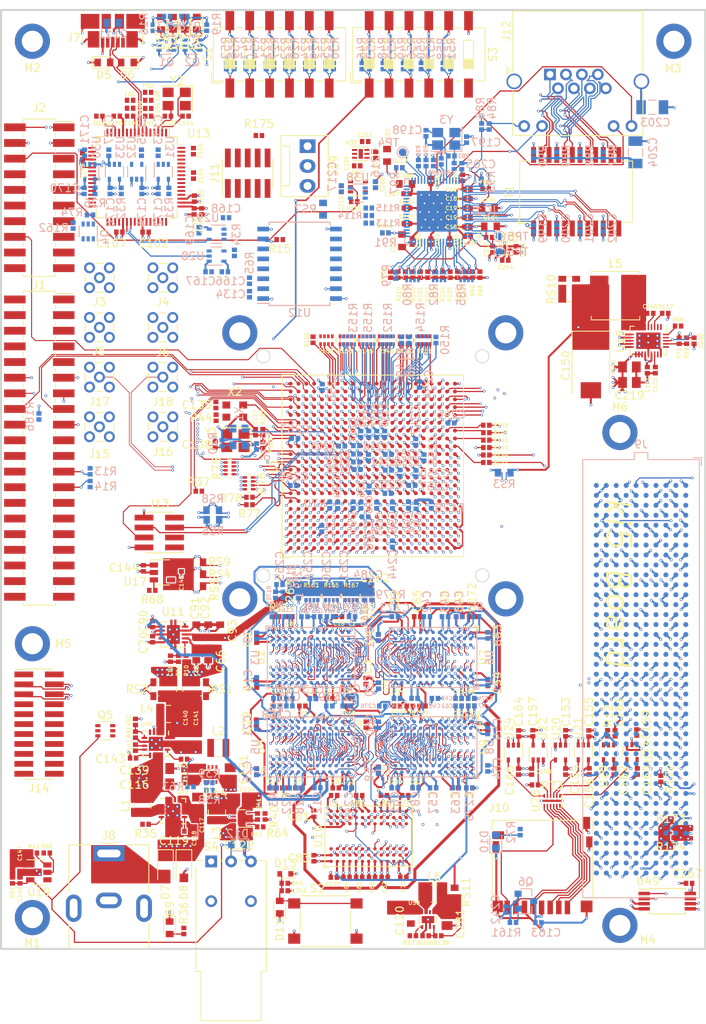
<source format=kicad_pcb>
(kicad_pcb (version 20171130) (host pcbnew 5.0.0-rc3-6a2723a~65~ubuntu16.04.1)

  (general
    (thickness 1.6)
    (drawings 9)
    (tracks 33548)
    (zones 0)
    (modules 546)
    (nets 814)
  )

  (page A3)
  (layers
    (0 F.Cu signal)
    (1 In1.Cu signal)
    (2 In2.Cu signal)
    (3 In3.Cu signal)
    (4 In4.Cu signal)
    (5 In5.Cu signal)
    (6 In6.Cu signal)
    (7 In7.Cu signal)
    (8 In8.Cu signal)
    (31 B.Cu signal)
    (32 B.Adhes user)
    (33 F.Adhes user)
    (34 B.Paste user)
    (35 F.Paste user)
    (36 B.SilkS user)
    (37 F.SilkS user)
    (38 B.Mask user)
    (39 F.Mask user)
    (40 Dwgs.User user)
    (41 Cmts.User user)
    (42 Eco1.User user)
    (43 Eco2.User user)
    (44 Edge.Cuts user)
    (45 Margin user)
    (46 B.CrtYd user)
    (47 F.CrtYd user)
    (48 B.Fab user hide)
    (49 F.Fab user hide)
  )

  (setup
    (last_trace_width 0.254)
    (user_trace_width 0.0762)
    (user_trace_width 0.127)
    (user_trace_width 0.2032)
    (user_trace_width 0.254)
    (user_trace_width 0.381)
    (trace_clearance 0.0762)
    (zone_clearance 0.127)
    (zone_45_only no)
    (trace_min 0.0762)
    (segment_width 0.2)
    (edge_width 0.1)
    (via_size 0.3556)
    (via_drill 0.2032)
    (via_min_size 0.3556)
    (via_min_drill 0.2032)
    (uvia_size 0.3)
    (uvia_drill 0.1)
    (uvias_allowed no)
    (uvia_min_size 0.2)
    (uvia_min_drill 0.1)
    (pcb_text_width 0.3)
    (pcb_text_size 1.5 1.5)
    (mod_edge_width 0.15)
    (mod_text_size 1 1)
    (mod_text_width 0.15)
    (pad_size 0.64 2.03)
    (pad_drill 0)
    (pad_to_mask_clearance 0)
    (aux_axis_origin 0 0)
    (visible_elements FFFFFF7F)
    (pcbplotparams
      (layerselection 0x010fc_ffffffff)
      (usegerberextensions false)
      (usegerberattributes false)
      (usegerberadvancedattributes false)
      (creategerberjobfile false)
      (excludeedgelayer true)
      (linewidth 0.100000)
      (plotframeref false)
      (viasonmask false)
      (mode 1)
      (useauxorigin false)
      (hpglpennumber 1)
      (hpglpenspeed 20)
      (hpglpendiameter 15.000000)
      (psnegative false)
      (psa4output false)
      (plotreference true)
      (plotvalue true)
      (plotinvisibletext false)
      (padsonsilk false)
      (subtractmaskfromsilk false)
      (outputformat 1)
      (mirror false)
      (drillshape 1)
      (scaleselection 1)
      (outputdirectory ""))
  )

  (net 0 "")
  (net 1 +1V2)
  (net 2 VD)
  (net 3 VDD_DDR_VPP_N)
  (net 4 +3V3)
  (net 5 VAA)
  (net 6 VCCQ)
  (net 7 /FT2232/VPLL_FT)
  (net 8 VDDA)
  (net 9 /FT2232/VPHY_FT)
  (net 10 "Net-(C111-Pad2)")
  (net 11 "Net-(C114-Pad2)")
  (net 12 "Net-(C115-Pad2)")
  (net 13 +5V)
  (net 14 +12V)
  (net 15 "Net-(C119-Pad2)")
  (net 16 VDD_GIVDD_P)
  (net 17 VDD_DDRPLL_N)
  (net 18 AVDD_DDRPLL_N)
  (net 19 VDD_GIVDD_N)
  (net 20 VDD_GEMGXLPLL_N)
  (net 21 VDD_IO_N)
  (net 22 "Net-(C137-Pad2)")
  (net 23 "Net-(C138-Pad2)")
  (net 24 VMEM)
  (net 25 "Net-(C142-Pad2)")
  (net 26 "Net-(C142-Pad1)")
  (net 27 "Net-(C143-Pad1)")
  (net 28 AVDD_DDRPLL_P)
  (net 29 "Net-(C146-Pad1)")
  (net 30 "Net-(C146-Pad2)")
  (net 31 /Power.sch/PWR_ON)
  (net 32 VDD_DDRPLL_P)
  (net 33 "Net-(C152-Pad2)")
  (net 34 +3.3VA)
  (net 35 +1V0)
  (net 36 "Net-(C181-Pad1)")
  (net 37 +2V5)
  (net 38 "Net-(C193-Pad1)")
  (net 39 "Net-(C197-Pad2)")
  (net 40 "Net-(C198-Pad2)")
  (net 41 /Ethernet/P0_D2_N)
  (net 42 "Net-(C200-Pad2)")
  (net 43 "Net-(C201-Pad2)")
  (net 44 "Net-(C202-Pad2)")
  (net 45 "Net-(C204-Pad2)")
  (net 46 "Net-(C205-Pad1)")
  (net 47 VDD_OTP_N)
  (net 48 VDD_COREPLL_N)
  (net 49 "Net-(C211-Pad2)")
  (net 50 "Net-(C220-Pad2)")
  (net 51 RESET_N)
  (net 52 VDD)
  (net 53 "Net-(C265-Pad2)")
  (net 54 DDR_CLK_P)
  (net 55 DDR_CLK_N)
  (net 56 +3.3VP)
  (net 57 VDD_DDR_VPP_P)
  (net 58 "Net-(D1-Pad2)")
  (net 59 "Net-(D1-Pad1)")
  (net 60 "Net-(D2-Pad2)")
  (net 61 "Net-(D2-Pad1)")
  (net 62 "Net-(D3-Pad1)")
  (net 63 "Net-(D3-Pad2)")
  (net 64 "Net-(D4-Pad1)")
  (net 65 "Net-(D4-Pad2)")
  (net 66 /FT2232/USB_D_P)
  (net 67 /FT2232/USB_D_N)
  (net 68 "Net-(D7-Pad2)")
  (net 69 "Net-(D9-Pad2)")
  (net 70 /Freedom-U540_2/SD_CD)
  (net 71 "Net-(IC1-Pad1)")
  (net 72 /Ethernet/P0_D2_P)
  (net 73 /Ethernet/P0_D1_N)
  (net 74 /Ethernet/P0_D1_P)
  (net 75 /Ethernet/P0_D0_N)
  (net 76 /Ethernet/P0_D0_P)
  (net 77 "Net-(IC1-Pad15)")
  (net 78 "Net-(IC1-Pad16)")
  (net 79 /Ethernet/COL)
  (net 80 /Ethernet/CRS)
  (net 81 /Ethernet/RXD7)
  (net 82 /Ethernet/RXD6)
  (net 83 /Ethernet/RXD5)
  (net 84 /Ethernet/RXD4)
  (net 85 /Ethernet/RXD3)
  (net 86 /Ethernet/RXD2)
  (net 87 /Ethernet/RXD1)
  (net 88 /Ethernet/RXD0)
  (net 89 /Ethernet/RX_DV)
  (net 90 /Ethernet/RX_ER)
  (net 91 /Ethernet/RX_CLK)
  (net 92 GEMGXL_TX_EN)
  (net 93 GEMGXL_TX_ER)
  (net 94 /Ethernet/TX_CLK)
  (net 95 GEMGXL_GTX_CLK)
  (net 96 GEMGXL_TXD0)
  (net 97 GEMGXL_TXD1)
  (net 98 GEMGXL_TXD2)
  (net 99 GEMGXL_TXD3)
  (net 100 GEMGXL_TXD4)
  (net 101 GEMGXL_TXD5)
  (net 102 GEMGXL_TXD6)
  (net 103 GEMGXL_TXD7)
  (net 104 GEMGXL_MDC)
  (net 105 GEMGXL_MDIO)
  (net 106 /Ethernet/GEMGXL_MDINT)
  (net 107 /Ethernet/FASTLINK_FAIL_2V5)
  (net 108 /Ethernet/GEMGXL_RST_2V5)
  (net 109 /Ethernet/CLKOUT)
  (net 110 "Net-(IC1-Pad55)")
  (net 111 "Net-(IC1-Pad56)")
  (net 112 /Ethernet/CLK_SQUELCH_IN)
  (net 113 /Ethernet/ELED1)
  (net 114 /Ethernet/ELED0)
  (net 115 "Net-(IC1-Pad61)")
  (net 116 "Net-(IC1-Pad62)")
  (net 117 "Net-(IC1-Pad64)")
  (net 118 "Net-(IC1-Pad65)")
  (net 119 "Net-(IC1-Pad66)")
  (net 120 PWR_BTN_N)
  (net 121 UART0_TX)
  (net 122 UART0_RX)
  (net 123 /Freedom-U540_2/QSPI1_SCK_R)
  (net 124 /Freedom-U540_2/QSPI1_DQ1_R)
  (net 125 /Freedom-U540_2/UART1_TX)
  (net 126 /Freedom-U540_2/QSPI1_CS0_R)
  (net 127 /Freedom-U540_2/UART1_RX)
  (net 128 /Freedom-U540_2/QSPI1_DQ0_R)
  (net 129 /Freedom-U540_2/I2C0_SCL)
  (net 130 /Freedom-U540_2/I2C0_SDA)
  (net 131 "Net-(J1-Pad19)")
  (net 132 "Net-(J1-Pad20)")
  (net 133 "Net-(J1-Pad21)")
  (net 134 "Net-(J1-Pad22)")
  (net 135 /Freedom-U540_2/GPIO0)
  (net 136 /Freedom-U540_2/GPIO1)
  (net 137 /Freedom-U540_2/GPIO2)
  (net 138 /Freedom-U540_2/GPIO3)
  (net 139 /Freedom-U540_2/GPIO4)
  (net 140 /Freedom-U540_2/GPIO5)
  (net 141 /Freedom-U540_2/GPIO6)
  (net 142 /Freedom-U540_2/GPIO7)
  (net 143 /Freedom-U540_2/GPIO8)
  (net 144 /Freedom-U540_2/GPIO9)
  (net 145 /Freedom-U540_2/GPIO15)
  (net 146 /Freedom-U540_2/PWM0_0)
  (net 147 /Freedom-U540_2/PWM0_2)
  (net 148 /Freedom-U540_2/PWM0_1)
  (net 149 /Freedom-U540_2/PWM0_3)
  (net 150 GEMGXL_RST)
  (net 151 /Freedom-U540_2/QSPI1_DQ2_R)
  (net 152 FASTLINK_FAIL)
  (net 153 /Freedom-U540_2/QSPI1_DQ3_R)
  (net 154 /Freedom-U540_2/EN_VDD_SD)
  (net 155 /Freedom-U540_2/QSPI1_CS1_R)
  (net 156 /Freedom-U540_2/QSPI1_CS2_R)
  (net 157 /Freedom-U540_2/QSPI1_CS3_R)
  (net 158 /Freedom-U540_2/PWM1_0)
  (net 159 /Freedom-U540_2/PWM1_1)
  (net 160 /Freedom-U540_2/PWM1_2)
  (net 161 /Freedom-U540_2/PWM1_3)
  (net 162 /Freedom-U540_2/IO_PRCI_RSVD2)
  (net 163 /Freedom-U540_2/IO_PRCI_RSVD13)
  (net 164 /Freedom-U540_2/IO_PRCI_RSVD14)
  (net 165 /Freedom-U540_2/IO_PRCI_RSVD15)
  (net 166 "Net-(J7-Pad4)")
  (net 167 "Net-(J9-PadK40)")
  (net 168 "Net-(J9-PadK38)")
  (net 169 "Net-(J9-PadK37)")
  (net 170 "Net-(J9-PadK35)")
  (net 171 "Net-(J9-PadK34)")
  (net 172 "Net-(J9-PadK32)")
  (net 173 "Net-(J9-PadK31)")
  (net 174 "Net-(J9-PadK29)")
  (net 175 "Net-(J9-PadK28)")
  (net 176 "Net-(J9-PadK26)")
  (net 177 "Net-(J9-PadK25)")
  (net 178 "Net-(J9-PadK23)")
  (net 179 "Net-(J9-PadK22)")
  (net 180 "Net-(J9-PadK20)")
  (net 181 "Net-(J9-PadK19)")
  (net 182 "Net-(J9-PadK17)")
  (net 183 "Net-(J9-PadK16)")
  (net 184 "Net-(J9-PadK14)")
  (net 185 "Net-(J9-PadK13)")
  (net 186 "Net-(J9-PadK11)")
  (net 187 "Net-(J9-PadK10)")
  (net 188 "Net-(J9-PadK8)")
  (net 189 "Net-(J9-PadK7)")
  (net 190 "Net-(J9-PadK5)")
  (net 191 "Net-(J9-PadK4)")
  (net 192 "Net-(J9-PadK1)")
  (net 193 "Net-(J9-PadJ39)")
  (net 194 "Net-(J9-PadJ37)")
  (net 195 "Net-(J9-PadJ36)")
  (net 196 "Net-(J9-PadJ34)")
  (net 197 "Net-(J9-PadJ33)")
  (net 198 "Net-(J9-PadJ31)")
  (net 199 "Net-(J9-PadJ30)")
  (net 200 "Net-(J9-PadJ28)")
  (net 201 "Net-(J9-PadJ27)")
  (net 202 "Net-(J9-PadJ25)")
  (net 203 "Net-(J9-PadJ24)")
  (net 204 "Net-(J9-PadJ22)")
  (net 205 "Net-(J9-PadJ21)")
  (net 206 "Net-(J9-PadJ19)")
  (net 207 "Net-(J9-PadJ18)")
  (net 208 "Net-(J9-PadJ16)")
  (net 209 "Net-(J9-PadJ15)")
  (net 210 "Net-(J9-PadJ13)")
  (net 211 "Net-(J9-PadJ12)")
  (net 212 "Net-(J9-PadJ10)")
  (net 213 "Net-(J9-PadJ9)")
  (net 214 "Net-(J9-PadJ7)")
  (net 215 "Net-(J9-PadJ6)")
  (net 216 "Net-(J9-PadJ3)")
  (net 217 "Net-(J9-PadJ2)")
  (net 218 "Net-(J9-PadF40)")
  (net 219 "Net-(J9-PadF38)")
  (net 220 "Net-(J9-PadF37)")
  (net 221 "Net-(J9-PadF35)")
  (net 222 "Net-(J9-PadF34)")
  (net 223 "Net-(J9-PadF32)")
  (net 224 "Net-(J9-PadF31)")
  (net 225 "Net-(J9-PadF29)")
  (net 226 "Net-(J9-PadF28)")
  (net 227 "Net-(J9-PadF26)")
  (net 228 "Net-(J9-PadF25)")
  (net 229 "Net-(J9-PadF23)")
  (net 230 "Net-(J9-PadF22)")
  (net 231 "Net-(J9-PadF20)")
  (net 232 "Net-(J9-PadF19)")
  (net 233 "Net-(J9-PadF17)")
  (net 234 "Net-(J9-PadF16)")
  (net 235 "Net-(J9-PadF14)")
  (net 236 "Net-(J9-PadF13)")
  (net 237 "Net-(J9-PadF11)")
  (net 238 "Net-(J9-PadF10)")
  (net 239 "Net-(J9-PadF8)")
  (net 240 "Net-(J9-PadF7)")
  (net 241 "Net-(J9-PadF5)")
  (net 242 "Net-(J9-PadF4)")
  (net 243 PG_1V8)
  (net 244 "Net-(J9-PadE39)")
  (net 245 "Net-(J9-PadE37)")
  (net 246 "Net-(J9-PadE36)")
  (net 247 "Net-(J9-PadE34)")
  (net 248 "Net-(J9-PadE33)")
  (net 249 "Net-(J9-PadE31)")
  (net 250 "Net-(J9-PadE30)")
  (net 251 "Net-(J9-PadE28)")
  (net 252 "Net-(J9-PadE27)")
  (net 253 "Net-(J9-PadE25)")
  (net 254 "Net-(J9-PadE24)")
  (net 255 "Net-(J9-PadE22)")
  (net 256 "Net-(J9-PadE21)")
  (net 257 "Net-(J9-PadE19)")
  (net 258 "Net-(J9-PadE18)")
  (net 259 "Net-(J9-PadE16)")
  (net 260 "Net-(J9-PadE15)")
  (net 261 "Net-(J9-PadE13)")
  (net 262 "Net-(J9-PadE12)")
  (net 263 "Net-(J9-PadE10)")
  (net 264 "Net-(J9-PadE9)")
  (net 265 "Net-(J9-PadE7)")
  (net 266 "Net-(J9-PadE6)")
  (net 267 "Net-(J9-PadE3)")
  (net 268 "Net-(J9-PadE2)")
  (net 269 "Net-(J9-PadA39)")
  (net 270 "Net-(J9-PadA38)")
  (net 271 "Net-(J9-PadA35)")
  (net 272 "Net-(J9-PadA34)")
  (net 273 "Net-(J9-PadA31)")
  (net 274 "Net-(J9-PadA30)")
  (net 275 "Net-(J9-PadA27)")
  (net 276 "Net-(J9-PadA26)")
  (net 277 "Net-(J9-PadA23)")
  (net 278 "Net-(J9-PadA22)")
  (net 279 "Net-(J9-PadA19)")
  (net 280 "Net-(J9-PadA18)")
  (net 281 "Net-(J9-PadA15)")
  (net 282 "Net-(J9-PadA14)")
  (net 283 "Net-(J9-PadA11)")
  (net 284 "Net-(J9-PadA10)")
  (net 285 "Net-(J9-PadA7)")
  (net 286 "Net-(J9-PadA6)")
  (net 287 "Net-(J9-PadA3)")
  (net 288 "Net-(J9-PadA2)")
  (net 289 "Net-(J9-PadB40)")
  (net 290 "Net-(J9-PadB37)")
  (net 291 "Net-(J9-PadB36)")
  (net 292 "Net-(J9-PadB33)")
  (net 293 "Net-(J9-PadB32)")
  (net 294 "Net-(J9-PadB29)")
  (net 295 "Net-(J9-PadB28)")
  (net 296 "Net-(J9-PadB25)")
  (net 297 "Net-(J9-PadB24)")
  (net 298 "Net-(J9-PadB21)")
  (net 299 "Net-(J9-PadB20)")
  (net 300 "Net-(J9-PadB17)")
  (net 301 "Net-(J9-PadB16)")
  (net 302 "Net-(J9-PadB13)")
  (net 303 "Net-(J9-PadB12)")
  (net 304 "Net-(J9-PadB9)")
  (net 305 "Net-(J9-PadB8)")
  (net 306 "Net-(J9-PadB5)")
  (net 307 "Net-(J9-PadB4)")
  (net 308 "Net-(J9-PadB1)")
  (net 309 CHIPLINK_RX_CLK)
  (net 310 "Net-(J9-PadG3)")
  (net 311 CHIPLINK_TX_DAT0)
  (net 312 CHIPLINK_TX_DAT1)
  (net 313 CHIPLINK_TX_DAT6)
  (net 314 CHIPLINK_TX_DAT7)
  (net 315 CHIPLINK_TX_DAT16)
  (net 316 CHIPLINK_TX_DAT17)
  (net 317 CHIPLINK_TX_DAT24)
  (net 318 CHIPLINK_TX_DAT25)
  (net 319 CHIPLINK_TX_SEND)
  (net 320 CHIPLINK_TX_RST)
  (net 321 "Net-(J9-PadG39)")
  (net 322 CHIPLINK_RX_RST)
  (net 323 CHIPLINK_RX_SEND)
  (net 324 CHIPLINK_RX_DAT29)
  (net 325 CHIPLINK_RX_DAT28)
  (net 326 CHIPLINK_RX_DAT25)
  (net 327 CHIPLINK_RX_DAT24)
  (net 328 CHIPLINK_RX_DAT17)
  (net 329 CHIPLINK_RX_DAT16)
  (net 330 CHIPLINK_RX_DAT11)
  (net 331 CHIPLINK_RX_DAT10)
  (net 332 CHIPLINK_RX_DAT7)
  (net 333 CHIPLINK_RX_DAT6)
  (net 334 CHIPLINK_RX_DAT4)
  (net 335 CHIPLINK_RX_DAT5)
  (net 336 CHIPLINK_RX_DAT8)
  (net 337 CHIPLINK_RX_DAT9)
  (net 338 CHIPLINK_RX_DAT14)
  (net 339 CHIPLINK_RX_DAT15)
  (net 340 CHIPLINK_RX_DAT22)
  (net 341 CHIPLINK_RX_DAT23)
  (net 342 CHIPLINK_RX_DAT26)
  (net 343 CHIPLINK_RX_DAT27)
  (net 344 CHIPLINK_RX_DAT30)
  (net 345 CHIPLINK_RX_DAT31)
  (net 346 "Net-(J9-PadH40)")
  (net 347 CHIPLINK_TX_DAT31)
  (net 348 CHIPLINK_TX_DAT30)
  (net 349 CHIPLINK_TX_DAT23)
  (net 350 CHIPLINK_TX_DAT22)
  (net 351 CHIPLINK_TX_DAT15)
  (net 352 CHIPLINK_TX_DAT14)
  (net 353 CHIPLINK_TX_DAT9)
  (net 354 CHIPLINK_TX_DAT8)
  (net 355 CHIPLINK_TX_DAT5)
  (net 356 CHIPLINK_TX_DAT4)
  (net 357 "Net-(J9-PadH5)")
  (net 358 CHIPLINK_TX_CLK)
  (net 359 "Net-(J9-PadD1)")
  (net 360 "Net-(J9-PadD4)")
  (net 361 "Net-(J9-PadD5)")
  (net 362 CHIPLINK_TX_DAT2)
  (net 363 CHIPLINK_TX_DAT3)
  (net 364 CHIPLINK_TX_DAT10)
  (net 365 CHIPLINK_TX_DAT11)
  (net 366 CHIPLINK_TX_DAT18)
  (net 367 CHIPLINK_TX_DAT19)
  (net 368 CHIPLINK_TX_DAT26)
  (net 369 CHIPLINK_TX_DAT27)
  (net 370 CHIPLINK_RX_DAT0)
  (net 371 "Net-(J9-PadD40)")
  (net 372 "Net-(J9-PadD38)")
  (net 373 "Net-(J9-PadD36)")
  (net 374 /FMC.sch/FMC_GA1)
  (net 375 "Net-(J9-PadD34)")
  (net 376 "Net-(J9-PadD33)")
  (net 377 "Net-(J9-PadD31)")
  (net 378 "Net-(J9-PadD30)")
  (net 379 "Net-(J9-PadD29)")
  (net 380 CHIPLINK_RX_DAT19)
  (net 381 CHIPLINK_RX_DAT18)
  (net 382 CHIPLINK_RX_DAT13)
  (net 383 CHIPLINK_RX_DAT12)
  (net 384 CHIPLINK_RX_DAT1)
  (net 385 CHIPLINK_RX_DAT2)
  (net 386 CHIPLINK_RX_DAT3)
  (net 387 CHIPLINK_RX_DAT20)
  (net 388 CHIPLINK_RX_DAT21)
  (net 389 /FMC.sch/FMC_SCL)
  (net 390 /FMC.sch/FMC_SDA)
  (net 391 /FMC.sch/FMC_GA0)
  (net 392 "Net-(J9-PadC35)")
  (net 393 "Net-(J9-PadC39)")
  (net 394 CHIPLINK_TX_DAT29)
  (net 395 CHIPLINK_TX_DAT28)
  (net 396 CHIPLINK_TX_DAT21)
  (net 397 CHIPLINK_TX_DAT20)
  (net 398 CHIPLINK_TX_DAT13)
  (net 399 CHIPLINK_TX_DAT12)
  (net 400 "Net-(J9-PadC7)")
  (net 401 "Net-(J9-PadC6)")
  (net 402 "Net-(J9-PadC3)")
  (net 403 "Net-(J9-PadC2)")
  (net 404 /Freedom-U540_2/QSPI2_HOLD_CON)
  (net 405 /Freedom-U540_2/QSPI2_MISO_CON)
  (net 406 /Freedom-U540_2/QSPI2_SCK_CON)
  (net 407 /Freedom-U540_2/QSPI2_MOSI_CON)
  (net 408 /Freedom-U540_2/QSPI2_CS_CON)
  (net 409 /Freedom-U540_2/QSPI2_WP_CON)
  (net 410 JTAG_TCK)
  (net 411 JTAG_TDO)
  (net 412 JTAG_TMS)
  (net 413 "Net-(J11-Pad7)")
  (net 414 "Net-(J11-Pad8)")
  (net 415 JTAG_TDI)
  (net 416 /Ethernet/MX4_N)
  (net 417 /Ethernet/MX2_N)
  (net 418 /Ethernet/MX3_P)
  (net 419 /Ethernet/MX1_N)
  (net 420 /Ethernet/MX3_N)
  (net 421 /Ethernet/MX2_P)
  (net 422 /Ethernet/MX1_P)
  (net 423 "Net-(J12-Pad9)")
  (net 424 "Net-(J12-Pad11)")
  (net 425 /Freedom-U540_2/IO_PRCI_RSVD3)
  (net 426 /Freedom-U540_2/IO_PRCI_RSVD4)
  (net 427 /Freedom-U540_2/IO_PRCI_RSVD5)
  (net 428 /Freedom-U540_2/IO_PRCI_RSVD6)
  (net 429 /Freedom-U540_2/IO_PRCI_RSVD7)
  (net 430 /Freedom-U540_2/IO_PRCI_RSVD8)
  (net 431 /Freedom-U540_2/IO_PRCI_RSVD9)
  (net 432 VDD_SOC_CORE_P)
  (net 433 VDD_SOC_CORE_N)
  (net 434 VDD_DDR_SOC_P)
  (net 435 VDD_DDR_SOC_N)
  (net 436 VDD_DDR_MEM_P)
  (net 437 VDD_DDR_MEM_N)
  (net 438 /Freedom-U540_1/IO_DDR_RSVD0)
  (net 439 /Freedom-U540_1/IO_DDR_RSVD1)
  (net 440 /Freedom-U540_1/IO_DDR_RSVD2)
  (net 441 /Freedom-U540_1/IO_DDR_RSVD3)
  (net 442 "Net-(J19-Pad1)")
  (net 443 "Net-(L1-Pad1)")
  (net 444 "Net-(L2-Pad1)")
  (net 445 "Net-(L3-Pad1)")
  (net 446 "Net-(L4-Pad1)")
  (net 447 "Net-(L6-Pad1)")
  (net 448 "Net-(Q4-Pad3)")
  (net 449 /FT2232/FT_JTAG_SRST)
  (net 450 "Net-(R1-Pad2)")
  (net 451 "Net-(R2-Pad2)")
  (net 452 "Net-(R3-Pad2)")
  (net 453 "Net-(R4-Pad2)")
  (net 454 "Net-(R5-Pad2)")
  (net 455 "Net-(R6-Pad2)")
  (net 456 "Net-(R7-Pad2)")
  (net 457 "Net-(R8-Pad2)")
  (net 458 "Net-(R9-Pad2)")
  (net 459 /Freedom-U540_2/QSPI2_CS_R)
  (net 460 /Freedom-U540_2/QSPI0_CS)
  (net 461 "Net-(R20-Pad2)")
  (net 462 /Freedom-U540_2/MSEL0)
  (net 463 /Freedom-U540_2/MSEL1)
  (net 464 /Freedom-U540_2/MSEL2)
  (net 465 /Freedom-U540_2/MSEL3)
  (net 466 "Net-(R26-Pad2)")
  (net 467 "Net-(R31-Pad2)")
  (net 468 "Net-(R32-Pad2)")
  (net 469 "Net-(R33-Pad2)")
  (net 470 "Net-(R34-Pad2)")
  (net 471 "Net-(R35-Pad1)")
  (net 472 PORESET_N)
  (net 473 "Net-(R38-Pad1)")
  (net 474 "Net-(R40-Pad1)")
  (net 475 /Power.sch/PWR_EN1)
  (net 476 /Power.sch/EN_DDR)
  (net 477 "Net-(R44-Pad1)")
  (net 478 /Freedom-U540_2/IO_PRCI_RSVD0)
  (net 479 /Freedom-U540_2/RTCXSEL)
  (net 480 /Freedom-U540_2/IO_PRCI_RSVD1)
  (net 481 /Freedom-U540_2/IO_PRCI_RSVD10)
  (net 482 /Freedom-U540_2/IO_PRCI_RSVD12)
  (net 483 /Freedom-U540_2/IO_PRCI_RSVD11)
  (net 484 /Freedom-U540_2/HFXSEL)
  (net 485 "Net-(R60-Pad1)")
  (net 486 /Power.sch/PWR_EN2)
  (net 487 /Power.sch/EN_3V3)
  (net 488 /Power.sch/EN_1V8)
  (net 489 "Net-(R65-Pad2)")
  (net 490 /Power.sch/EN_CORE)
  (net 491 /Power.sch/EN_PLL)
  (net 492 "Net-(R69-Pad1)")
  (net 493 "Net-(R70-Pad2)")
  (net 494 /Freedom-U540_2/QSPI2_MISO_3V3)
  (net 495 /Freedom-U540_1/GEMGXL_TXD3_R)
  (net 496 /Freedom-U540_1/GEMGXL_TXD2_R)
  (net 497 /Freedom-U540_1/GEMGXL_TXD0_R)
  (net 498 /Freedom-U540_1/GEMGXL_TXD1_R)
  (net 499 /Freedom-U540_1/GEMGXL_TXD7_R)
  (net 500 /Freedom-U540_1/GEMGXL_TXD6_R)
  (net 501 /Freedom-U540_1/GEMGXL_TXD4_R)
  (net 502 /Freedom-U540_1/GEMGXL_TXD5_R)
  (net 503 /Freedom-U540_1/GEMGXL_TX_EN_R)
  (net 504 /Freedom-U540_1/GEMGXL_TX_ER_R)
  (net 505 GEMGXL_RX_CLK)
  (net 506 GEMGXL_RX_DV)
  (net 507 GEMGXL_RX_ER)
  (net 508 GEMGXL_RXD0)
  (net 509 GEMGXL_RXD1)
  (net 510 GEMGXL_RXD5)
  (net 511 GEMGXL_RXD4)
  (net 512 GEMGXL_RXD2)
  (net 513 GEMGXL_RXD3)
  (net 514 GEMGXL_RXD7)
  (net 515 GEMGXL_RXD6)
  (net 516 GEMGXL_RX_CRS)
  (net 517 GEMGXL_RX_COL)
  (net 518 "Net-(R87-Pad2)")
  (net 519 "Net-(R89-Pad2)")
  (net 520 "Net-(R90-Pad2)")
  (net 521 GEMGXL_TX_CLK)
  (net 522 "Net-(R117-Pad1)")
  (net 523 "Net-(R138-Pad1)")
  (net 524 /Freedom-U540_2/QSPI2_SCK_R)
  (net 525 /Freedom-U540_2/QSPI2_SCK)
  (net 526 /Freedom-U540_2/QSPI2_HOLD)
  (net 527 /Freedom-U540_2/QSPI2_HOLD_R)
  (net 528 /Freedom-U540_2/QSPI2_MOSI)
  (net 529 /Freedom-U540_2/QSPI2_MOSI_R)
  (net 530 /Freedom-U540_2/QSPI2_MISO_R)
  (net 531 /Freedom-U540_2/QSPI2_MISO)
  (net 532 /Freedom-U540_2/QSPI2_WP)
  (net 533 /Freedom-U540_2/QSPI2_WP_R)
  (net 534 /Freedom-U540_2/QSPI2_CS)
  (net 535 /Freedom-U540_1/CHIPLINK_TX_DAT18_R)
  (net 536 /Freedom-U540_1/CHIPLINK_TX_DAT24_R)
  (net 537 /Freedom-U540_1/CHIPLINK_TX_DAT29_R)
  (net 538 /Freedom-U540_1/CHIPLINK_TX_DAT26_R)
  (net 539 /Freedom-U540_1/CHIPLINK_TX_DAT22_R)
  (net 540 /Freedom-U540_1/CHIPLINK_TX_DAT14_R)
  (net 541 /Freedom-U540_1/CHIPLINK_TX_DAT25_R)
  (net 542 /Freedom-U540_1/CHIPLINK_TX_DAT16_R)
  (net 543 /Freedom-U540_1/CHIPLINK_TX_DAT13_R)
  (net 544 /Freedom-U540_1/CHIPLINK_TX_DAT8_R)
  (net 545 /Freedom-U540_1/CHIPLINK_TX_DAT10_R)
  (net 546 /Freedom-U540_1/CHIPLINK_TX_DAT17_R)
  (net 547 /Freedom-U540_1/CHIPLINK_TX_CLK_R)
  (net 548 /Freedom-U540_1/CHIPLINK_TX_SEND_R)
  (net 549 /Freedom-U540_1/CHIPLINK_TX_RST_R)
  (net 550 /Freedom-U540_1/CHIPLINK_TX_DAT7_R)
  (net 551 /Freedom-U540_1/CHIPLINK_TX_DAT5_R)
  (net 552 /Freedom-U540_1/CHIPLINK_TX_DAT11_R)
  (net 553 /Freedom-U540_1/CHIPLINK_TX_DAT9_R)
  (net 554 /Freedom-U540_1/CHIPLINK_TX_DAT21_R)
  (net 555 /Freedom-U540_1/CHIPLINK_TX_DAT6_R)
  (net 556 /Freedom-U540_1/CHIPLINK_TX_DAT2_R)
  (net 557 /Freedom-U540_1/CHIPLINK_TX_DAT12_R)
  (net 558 /Freedom-U540_1/CHIPLINK_TX_DAT31_R)
  (net 559 /Freedom-U540_1/CHIPLINK_TX_DAT30_R)
  (net 560 /Freedom-U540_1/CHIPLINK_TX_DAT27_R)
  (net 561 /Freedom-U540_1/CHIPLINK_TX_DAT28_R)
  (net 562 /Freedom-U540_1/CHIPLINK_TX_DAT0_R)
  (net 563 /Freedom-U540_1/CHIPLINK_TX_DAT1_R)
  (net 564 /Freedom-U540_1/CHIPLINK_TX_DAT3_R)
  (net 565 /Freedom-U540_1/CHIPLINK_TX_DAT4_R)
  (net 566 /Freedom-U540_1/CHIPLINK_TX_DAT19_R)
  (net 567 /Freedom-U540_1/CHIPLINK_TX_DAT23_R)
  (net 568 /Freedom-U540_1/CHIPLINK_TX_DAT20_R)
  (net 569 /Freedom-U540_1/CHIPLINK_TX_DAT15_R)
  (net 570 /Freedom-U540_2/QSPI1_DQ1)
  (net 571 /Freedom-U540_2/QSPI1_DQ3)
  (net 572 /Freedom-U540_2/QSPI1_CS3)
  (net 573 /Freedom-U540_2/QSPI1_CS0)
  (net 574 /Freedom-U540_2/QSPI1_CS2)
  (net 575 /Freedom-U540_2/QSPI1_SCK)
  (net 576 /Freedom-U540_2/QSPI1_DQ0)
  (net 577 /Freedom-U540_2/QSPI1_CS1)
  (net 578 /Freedom-U540_2/QSPI1_DQ2)
  (net 579 DDR_ODT)
  (net 580 DDR_CKE)
  (net 581 DDR_CKE1)
  (net 582 DDR_WE_N)
  (net 583 DDR_CS0_N)
  (net 584 DDR_CAS_N)
  (net 585 DDR_CS1_N)
  (net 586 DDR_RAS_N)
  (net 587 DDR_BA0)
  (net 588 DDR_BG0)
  (net 589 DDR_A10)
  (net 590 DDR_ACT_N)
  (net 591 DDR_BA1)
  (net 592 DDR_BG1)
  (net 593 DDR_A3)
  (net 594 DDR_A12)
  (net 595 DDR_A4)
  (net 596 DDR_A0)
  (net 597 DDR_A6)
  (net 598 DDR_A8)
  (net 599 DDR_A1)
  (net 600 DDR_A9)
  (net 601 DDR_A5)
  (net 602 DDR_A7)
  (net 603 DDR_A13)
  (net 604 /Power.sch/EN_DDR_VPP)
  (net 605 DDR_ALERT_N)
  (net 606 DDR_PARITY_IN)
  (net 607 DDR_A11)
  (net 608 DDR_A2)
  (net 609 "Net-(R183-Pad2)")
  (net 610 DDR_ODT1)
  (net 611 /Freedom-U540_2/GPIO10)
  (net 612 "Net-(S3-Pad6)")
  (net 613 "Net-(S4-Pad1)")
  (net 614 /Freedom-U540_2/RTCXALTCLKIN)
  (net 615 /Freedom-U540_2/HFXCLKIN)
  (net 616 /Freedom-U540_2/QSPI0_DQ3)
  (net 617 /Freedom-U540_2/QSPI0_SCK)
  (net 618 /Freedom-U540_2/QSPI0_DQ0)
  (net 619 /Freedom-U540_2/QSPI0_DQ1)
  (net 620 /Freedom-U540_2/QSPI0_DQ2)
  (net 621 "Net-(U2-PadN7)")
  (net 622 "Net-(U2-PadA3)")
  (net 623 "Net-(U3-PadN7)")
  (net 624 "Net-(U3-PadA3)")
  (net 625 "Net-(U4-PadA3)")
  (net 626 "Net-(U4-PadN7)")
  (net 627 "Net-(U5-PadN7)")
  (net 628 "Net-(U5-PadA3)")
  (net 629 "Net-(U6-PadA3)")
  (net 630 "Net-(U6-PadN7)")
  (net 631 "Net-(U7-PadA3)")
  (net 632 "Net-(U7-PadN7)")
  (net 633 "Net-(U8-PadN7)")
  (net 634 "Net-(U8-PadA3)")
  (net 635 "Net-(U9-PadA3)")
  (net 636 "Net-(U9-PadN7)")
  (net 637 "Net-(U10-PadA3)")
  (net 638 "Net-(U10-PadN7)")
  (net 639 "Net-(U12-Pad4)")
  (net 640 "Net-(U12-Pad5)")
  (net 641 "Net-(U12-Pad6)")
  (net 642 "Net-(U12-Pad11)")
  (net 643 "Net-(U12-Pad12)")
  (net 644 "Net-(U12-Pad13)")
  (net 645 "Net-(U12-Pad14)")
  (net 646 /FT2232/FT_JTAG_TCK)
  (net 647 /FT2232/FT_JTAG_TDI)
  (net 648 /FT2232/FT_JTAG_TDO)
  (net 649 /FT2232/FT_JTAG_TMS)
  (net 650 "Net-(U13-Pad21)")
  (net 651 "Net-(U13-Pad23)")
  (net 652 "Net-(U13-Pad24)")
  (net 653 "Net-(U13-Pad26)")
  (net 654 "Net-(U13-Pad27)")
  (net 655 "Net-(U13-Pad28)")
  (net 656 "Net-(U13-Pad29)")
  (net 657 "Net-(U13-Pad30)")
  (net 658 "Net-(U13-Pad32)")
  (net 659 "Net-(U13-Pad33)")
  (net 660 "Net-(U13-Pad34)")
  (net 661 "Net-(U13-Pad36)")
  (net 662 /FT2232/FT_UART_TX)
  (net 663 /FT2232/FT_UART_RX)
  (net 664 "Net-(U13-Pad40)")
  (net 665 "Net-(U13-Pad41)")
  (net 666 "Net-(U13-Pad43)")
  (net 667 "Net-(U13-Pad44)")
  (net 668 "Net-(U13-Pad45)")
  (net 669 "Net-(U13-Pad46)")
  (net 670 "Net-(U13-Pad48)")
  (net 671 "Net-(U13-Pad52)")
  (net 672 "Net-(U13-Pad53)")
  (net 673 "Net-(U13-Pad54)")
  (net 674 "Net-(U13-Pad55)")
  (net 675 "Net-(U13-Pad57)")
  (net 676 "Net-(U13-Pad58)")
  (net 677 "Net-(U13-Pad59)")
  (net 678 "Net-(U13-Pad60)")
  (net 679 "Net-(U13-Pad61)")
  (net 680 "Net-(U13-Pad62)")
  (net 681 "Net-(U13-Pad63)")
  (net 682 "Net-(U14-Pad6)")
  (net 683 "Net-(U16-Pad4)")
  (net 684 "Net-(U17-Pad4)")
  (net 685 "Net-(U18-Pad1)")
  (net 686 "Net-(U18-Pad2)")
  (net 687 "Net-(U18-Pad4)")
  (net 688 "Net-(U18-Pad24)")
  (net 689 "Net-(U18-Pad27)")
  (net 690 /Freedom-U540_2/QSPI2_SCK_3V3)
  (net 691 /Freedom-U540_2/QSPI2_MOSI_3V3)
  (net 692 /Freedom-U540_2/QSPI2_WP_3V3)
  (net 693 /Freedom-U540_2/QSPI2_HOLD_3V3)
  (net 694 /Freedom-U540_2/QSPI2_CS_3V3)
  (net 695 "Net-(U35-Pad5)")
  (net 696 "Net-(U36-Pad2)")
  (net 697 "Net-(U49-Pad7)")
  (net 698 "Net-(U50-Pad6)")
  (net 699 /DDR4_x8_32b_1/REFIN)
  (net 700 "Net-(R23-Pad2)")
  (net 701 "Net-(U11-Pad9)")
  (net 702 "Net-(C199-Pad2)")
  (net 703 /Ethernet/P0_D3_P)
  (net 704 /Ethernet/P0_D3_N)
  (net 705 /Ethernet/MX4_P)
  (net 706 "Net-(R88-Pad2)")
  (net 707 AGND)
  (net 708 DDR_DQ0)
  (net 709 DDR_DQS0_P)
  (net 710 DDR_RESET_N)
  (net 711 DDR_DQ5)
  (net 712 DDR_DQ3)
  (net 713 DDR_DQ2)
  (net 714 DDR_DQ7)
  (net 715 DDR_DQ1)
  (net 716 DDR_DQ4)
  (net 717 DDR_DQ6)
  (net 718 DDR_DQS0_N)
  (net 719 DDR_DM0)
  (net 720 DDR_DQ13)
  (net 721 DDR_DQS1_P)
  (net 722 DDR_DQ9)
  (net 723 DDR_DQ12)
  (net 724 DDR_DQ10)
  (net 725 DDR_DQ11)
  (net 726 DDR_DQ15)
  (net 727 DDR_DQ14)
  (net 728 DDR_DQ8)
  (net 729 DDR_DQS1_N)
  (net 730 DDR_DM1)
  (net 731 DDR_DQ19)
  (net 732 DDR_DQS2_P)
  (net 733 DDR_DQ17)
  (net 734 DDR_DQ22)
  (net 735 DDR_DQ20)
  (net 736 DDR_DQ18)
  (net 737 DDR_DQ23)
  (net 738 DDR_DQ21)
  (net 739 DDR_DQ16)
  (net 740 DDR_DQS2_N)
  (net 741 DDR_DM2)
  (net 742 DDR_DQ25)
  (net 743 DDR_DQS3_P)
  (net 744 DDR_DQ30)
  (net 745 DDR_DQ29)
  (net 746 DDR_DQ28)
  (net 747 DDR_DQ31)
  (net 748 DDR_DQ27)
  (net 749 DDR_DQ24)
  (net 750 DDR_DQ26)
  (net 751 DDR_DQS3_N)
  (net 752 DDR_DM3)
  (net 753 DDR_DQ39)
  (net 754 DDR_DQS4_P)
  (net 755 DDR_DQ34)
  (net 756 DDR_DQ35)
  (net 757 DDR_DQ33)
  (net 758 DDR_DQ37)
  (net 759 DDR_DQ38)
  (net 760 DDR_DQ32)
  (net 761 DDR_DQ36)
  (net 762 DDR_DQS4_N)
  (net 763 DDR_DM4)
  (net 764 DDR_DQ41)
  (net 765 DDR_DQS5_P)
  (net 766 DDR_DQ44)
  (net 767 DDR_DQ42)
  (net 768 DDR_DQ46)
  (net 769 DDR_DQ47)
  (net 770 DDR_DQ43)
  (net 771 DDR_DQ40)
  (net 772 DDR_DQ45)
  (net 773 DDR_DQS5_N)
  (net 774 DDR_DM5)
  (net 775 DDR_DQ53)
  (net 776 DDR_DQS6_P)
  (net 777 DDR_DQ49)
  (net 778 DDR_DQ48)
  (net 779 DDR_DQ54)
  (net 780 DDR_DQ51)
  (net 781 DDR_DQ50)
  (net 782 DDR_DQ52)
  (net 783 DDR_DQ55)
  (net 784 DDR_DQS6_N)
  (net 785 DDR_DM6)
  (net 786 DDR_DQ58)
  (net 787 DDR_DQS7_P)
  (net 788 DDR_DQ61)
  (net 789 DDR_DQ56)
  (net 790 DDR_DQ60)
  (net 791 DDR_DQ59)
  (net 792 DDR_DQ63)
  (net 793 DDR_DQ57)
  (net 794 DDR_DQ62)
  (net 795 DDR_DQS7_N)
  (net 796 DDR_DM7)
  (net 797 DDR_ECC_DQ4)
  (net 798 DDR_ECC_DQS_P)
  (net 799 DDR_ECC_DQ1)
  (net 800 DDR_ECC_DQ6)
  (net 801 DDR_ECC_DQ3)
  (net 802 DDR_ECC_DQ7)
  (net 803 DDR_ECC_DQ0)
  (net 804 DDR_ECC_DQ5)
  (net 805 DDR_ECC_DQ2)
  (net 806 DDR_ECC_DQS_N)
  (net 807 DDR_ECC_DM)
  (net 808 "Net-(J1-Pad8)")
  (net 809 "Net-(J1-Pad24)")
  (net 810 "Net-(J1-Pad26)")
  (net 811 "Net-(J1-Pad31)")
  (net 812 "Net-(J1-Pad37)")
  (net 813 "Net-(J2-Pad14)")

  (net_class Default "Это класс цепей по умолчанию."
    (clearance 0.0762)
    (trace_width 0.0762)
    (via_dia 0.3556)
    (via_drill 0.2032)
    (uvia_dia 0.3)
    (uvia_drill 0.1)
    (diff_pair_gap 0.0762)
    (diff_pair_width 0.0762)
    (add_net "Net-(C199-Pad2)")
    (add_net "Net-(J1-Pad24)")
    (add_net "Net-(J1-Pad26)")
    (add_net "Net-(J1-Pad31)")
    (add_net "Net-(J1-Pad37)")
    (add_net "Net-(J1-Pad8)")
    (add_net "Net-(J2-Pad14)")
    (add_net "Net-(U11-Pad9)")
  )

  (net_class 0,0762 ""
    (clearance 0.0762)
    (trace_width 0.0762)
    (via_dia 0.3556)
    (via_drill 0.2032)
    (uvia_dia 0.3)
    (uvia_drill 0.1)
    (diff_pair_gap 0.0762)
    (diff_pair_width 0.0762)
    (add_net DDR_A0)
    (add_net DDR_A1)
    (add_net DDR_A10)
    (add_net DDR_A11)
    (add_net DDR_A12)
    (add_net DDR_A13)
    (add_net DDR_A2)
    (add_net DDR_A3)
    (add_net DDR_A4)
    (add_net DDR_A5)
    (add_net DDR_A6)
    (add_net DDR_A7)
    (add_net DDR_A8)
    (add_net DDR_A9)
    (add_net DDR_ACT_N)
    (add_net DDR_ALERT_N)
    (add_net DDR_BA0)
    (add_net DDR_BA1)
    (add_net DDR_BG0)
    (add_net DDR_BG1)
    (add_net DDR_CAS_N)
    (add_net DDR_CKE)
    (add_net DDR_CKE1)
    (add_net DDR_CLK_N)
    (add_net DDR_CLK_P)
    (add_net DDR_CS0_N)
    (add_net DDR_CS1_N)
    (add_net DDR_DM0)
    (add_net DDR_DM1)
    (add_net DDR_DM2)
    (add_net DDR_DM3)
    (add_net DDR_DM4)
    (add_net DDR_DM5)
    (add_net DDR_DM6)
    (add_net DDR_DM7)
    (add_net DDR_DQ0)
    (add_net DDR_DQ1)
    (add_net DDR_DQ10)
    (add_net DDR_DQ11)
    (add_net DDR_DQ12)
    (add_net DDR_DQ13)
    (add_net DDR_DQ14)
    (add_net DDR_DQ15)
    (add_net DDR_DQ16)
    (add_net DDR_DQ17)
    (add_net DDR_DQ18)
    (add_net DDR_DQ19)
    (add_net DDR_DQ2)
    (add_net DDR_DQ20)
    (add_net DDR_DQ21)
    (add_net DDR_DQ22)
    (add_net DDR_DQ23)
    (add_net DDR_DQ24)
    (add_net DDR_DQ25)
    (add_net DDR_DQ26)
    (add_net DDR_DQ27)
    (add_net DDR_DQ28)
    (add_net DDR_DQ29)
    (add_net DDR_DQ3)
    (add_net DDR_DQ30)
    (add_net DDR_DQ31)
    (add_net DDR_DQ32)
    (add_net DDR_DQ33)
    (add_net DDR_DQ34)
    (add_net DDR_DQ35)
    (add_net DDR_DQ36)
    (add_net DDR_DQ37)
    (add_net DDR_DQ38)
    (add_net DDR_DQ39)
    (add_net DDR_DQ4)
    (add_net DDR_DQ40)
    (add_net DDR_DQ41)
    (add_net DDR_DQ42)
    (add_net DDR_DQ43)
    (add_net DDR_DQ44)
    (add_net DDR_DQ45)
    (add_net DDR_DQ46)
    (add_net DDR_DQ47)
    (add_net DDR_DQ48)
    (add_net DDR_DQ49)
    (add_net DDR_DQ5)
    (add_net DDR_DQ50)
    (add_net DDR_DQ51)
    (add_net DDR_DQ52)
    (add_net DDR_DQ53)
    (add_net DDR_DQ54)
    (add_net DDR_DQ55)
    (add_net DDR_DQ56)
    (add_net DDR_DQ57)
    (add_net DDR_DQ58)
    (add_net DDR_DQ59)
    (add_net DDR_DQ6)
    (add_net DDR_DQ60)
    (add_net DDR_DQ61)
    (add_net DDR_DQ62)
    (add_net DDR_DQ63)
    (add_net DDR_DQ7)
    (add_net DDR_DQ8)
    (add_net DDR_DQ9)
    (add_net DDR_DQS0_N)
    (add_net DDR_DQS0_P)
    (add_net DDR_DQS1_N)
    (add_net DDR_DQS1_P)
    (add_net DDR_DQS2_N)
    (add_net DDR_DQS2_P)
    (add_net DDR_DQS3_N)
    (add_net DDR_DQS3_P)
    (add_net DDR_DQS4_N)
    (add_net DDR_DQS4_P)
    (add_net DDR_DQS5_N)
    (add_net DDR_DQS5_P)
    (add_net DDR_DQS6_N)
    (add_net DDR_DQS6_P)
    (add_net DDR_DQS7_N)
    (add_net DDR_DQS7_P)
    (add_net DDR_ECC_DM)
    (add_net DDR_ECC_DQ0)
    (add_net DDR_ECC_DQ1)
    (add_net DDR_ECC_DQ2)
    (add_net DDR_ECC_DQ3)
    (add_net DDR_ECC_DQ4)
    (add_net DDR_ECC_DQ5)
    (add_net DDR_ECC_DQ6)
    (add_net DDR_ECC_DQ7)
    (add_net DDR_ECC_DQS_N)
    (add_net DDR_ECC_DQS_P)
    (add_net DDR_ODT)
    (add_net DDR_ODT1)
    (add_net DDR_PARITY_IN)
    (add_net DDR_RAS_N)
    (add_net DDR_RESET_N)
    (add_net DDR_WE_N)
  )

  (net_class 0,12192 ""
    (clearance 0.0762)
    (trace_width 0.12192)
    (via_dia 0.3556)
    (via_drill 0.2032)
    (uvia_dia 0.3)
    (uvia_drill 0.1)
    (diff_pair_gap 0.12192)
    (diff_pair_width 0.12192)
    (add_net /Ethernet/P0_D0_N)
    (add_net /Ethernet/P0_D0_P)
    (add_net /Ethernet/P0_D1_N)
    (add_net /Ethernet/P0_D1_P)
    (add_net /Ethernet/P0_D2_N)
    (add_net /Ethernet/P0_D2_P)
    (add_net /Ethernet/P0_D3_N)
    (add_net /Ethernet/P0_D3_P)
  )

  (net_class 0,1524 ""
    (clearance 0.0762)
    (trace_width 0.1524)
    (via_dia 0.3556)
    (via_drill 0.2032)
    (uvia_dia 0.3)
    (uvia_drill 0.1)
    (diff_pair_gap 0.1524)
    (diff_pair_width 0.1524)
    (add_net +1V0)
    (add_net +2V5)
    (add_net +3.3VP)
    (add_net /DDR4_x8_32b_1/REFIN)
    (add_net /Ethernet/CLKOUT)
    (add_net /Ethernet/CLK_SQUELCH_IN)
    (add_net /Ethernet/COL)
    (add_net /Ethernet/CRS)
    (add_net /Ethernet/ELED0)
    (add_net /Ethernet/ELED1)
    (add_net /Ethernet/FASTLINK_FAIL_2V5)
    (add_net /Ethernet/GEMGXL_MDINT)
    (add_net /Ethernet/GEMGXL_RST_2V5)
    (add_net /Ethernet/MX1_N)
    (add_net /Ethernet/MX1_P)
    (add_net /Ethernet/MX2_N)
    (add_net /Ethernet/MX2_P)
    (add_net /Ethernet/MX3_N)
    (add_net /Ethernet/MX3_P)
    (add_net /Ethernet/MX4_N)
    (add_net /Ethernet/MX4_P)
    (add_net /Ethernet/RXD0)
    (add_net /Ethernet/RXD1)
    (add_net /Ethernet/RXD2)
    (add_net /Ethernet/RXD3)
    (add_net /Ethernet/RXD4)
    (add_net /Ethernet/RXD5)
    (add_net /Ethernet/RXD6)
    (add_net /Ethernet/RXD7)
    (add_net /Ethernet/RX_CLK)
    (add_net /Ethernet/RX_DV)
    (add_net /Ethernet/RX_ER)
    (add_net /Ethernet/TX_CLK)
    (add_net /FMC.sch/FMC_GA0)
    (add_net /FMC.sch/FMC_GA1)
    (add_net /FMC.sch/FMC_SCL)
    (add_net /FMC.sch/FMC_SDA)
    (add_net /FT2232/FT_JTAG_SRST)
    (add_net /FT2232/FT_JTAG_TCK)
    (add_net /FT2232/FT_JTAG_TDI)
    (add_net /FT2232/FT_JTAG_TDO)
    (add_net /FT2232/FT_JTAG_TMS)
    (add_net /FT2232/FT_UART_RX)
    (add_net /FT2232/FT_UART_TX)
    (add_net /FT2232/USB_D_N)
    (add_net /FT2232/USB_D_P)
    (add_net /FT2232/VPHY_FT)
    (add_net /FT2232/VPLL_FT)
    (add_net /Freedom-U540_1/CHIPLINK_TX_CLK_R)
    (add_net /Freedom-U540_1/CHIPLINK_TX_DAT0_R)
    (add_net /Freedom-U540_1/CHIPLINK_TX_DAT10_R)
    (add_net /Freedom-U540_1/CHIPLINK_TX_DAT11_R)
    (add_net /Freedom-U540_1/CHIPLINK_TX_DAT12_R)
    (add_net /Freedom-U540_1/CHIPLINK_TX_DAT13_R)
    (add_net /Freedom-U540_1/CHIPLINK_TX_DAT14_R)
    (add_net /Freedom-U540_1/CHIPLINK_TX_DAT15_R)
    (add_net /Freedom-U540_1/CHIPLINK_TX_DAT16_R)
    (add_net /Freedom-U540_1/CHIPLINK_TX_DAT17_R)
    (add_net /Freedom-U540_1/CHIPLINK_TX_DAT18_R)
    (add_net /Freedom-U540_1/CHIPLINK_TX_DAT19_R)
    (add_net /Freedom-U540_1/CHIPLINK_TX_DAT1_R)
    (add_net /Freedom-U540_1/CHIPLINK_TX_DAT20_R)
    (add_net /Freedom-U540_1/CHIPLINK_TX_DAT21_R)
    (add_net /Freedom-U540_1/CHIPLINK_TX_DAT22_R)
    (add_net /Freedom-U540_1/CHIPLINK_TX_DAT23_R)
    (add_net /Freedom-U540_1/CHIPLINK_TX_DAT24_R)
    (add_net /Freedom-U540_1/CHIPLINK_TX_DAT25_R)
    (add_net /Freedom-U540_1/CHIPLINK_TX_DAT26_R)
    (add_net /Freedom-U540_1/CHIPLINK_TX_DAT27_R)
    (add_net /Freedom-U540_1/CHIPLINK_TX_DAT28_R)
    (add_net /Freedom-U540_1/CHIPLINK_TX_DAT29_R)
    (add_net /Freedom-U540_1/CHIPLINK_TX_DAT2_R)
    (add_net /Freedom-U540_1/CHIPLINK_TX_DAT30_R)
    (add_net /Freedom-U540_1/CHIPLINK_TX_DAT31_R)
    (add_net /Freedom-U540_1/CHIPLINK_TX_DAT3_R)
    (add_net /Freedom-U540_1/CHIPLINK_TX_DAT4_R)
    (add_net /Freedom-U540_1/CHIPLINK_TX_DAT5_R)
    (add_net /Freedom-U540_1/CHIPLINK_TX_DAT6_R)
    (add_net /Freedom-U540_1/CHIPLINK_TX_DAT7_R)
    (add_net /Freedom-U540_1/CHIPLINK_TX_DAT8_R)
    (add_net /Freedom-U540_1/CHIPLINK_TX_DAT9_R)
    (add_net /Freedom-U540_1/CHIPLINK_TX_RST_R)
    (add_net /Freedom-U540_1/CHIPLINK_TX_SEND_R)
    (add_net /Freedom-U540_1/GEMGXL_TXD0_R)
    (add_net /Freedom-U540_1/GEMGXL_TXD1_R)
    (add_net /Freedom-U540_1/GEMGXL_TXD2_R)
    (add_net /Freedom-U540_1/GEMGXL_TXD3_R)
    (add_net /Freedom-U540_1/GEMGXL_TXD4_R)
    (add_net /Freedom-U540_1/GEMGXL_TXD5_R)
    (add_net /Freedom-U540_1/GEMGXL_TXD6_R)
    (add_net /Freedom-U540_1/GEMGXL_TXD7_R)
    (add_net /Freedom-U540_1/GEMGXL_TX_EN_R)
    (add_net /Freedom-U540_1/GEMGXL_TX_ER_R)
    (add_net /Freedom-U540_1/IO_DDR_RSVD0)
    (add_net /Freedom-U540_1/IO_DDR_RSVD1)
    (add_net /Freedom-U540_1/IO_DDR_RSVD2)
    (add_net /Freedom-U540_1/IO_DDR_RSVD3)
    (add_net /Freedom-U540_2/EN_VDD_SD)
    (add_net /Freedom-U540_2/GPIO0)
    (add_net /Freedom-U540_2/GPIO1)
    (add_net /Freedom-U540_2/GPIO10)
    (add_net /Freedom-U540_2/GPIO15)
    (add_net /Freedom-U540_2/GPIO2)
    (add_net /Freedom-U540_2/GPIO3)
    (add_net /Freedom-U540_2/GPIO4)
    (add_net /Freedom-U540_2/GPIO5)
    (add_net /Freedom-U540_2/GPIO6)
    (add_net /Freedom-U540_2/GPIO7)
    (add_net /Freedom-U540_2/GPIO8)
    (add_net /Freedom-U540_2/GPIO9)
    (add_net /Freedom-U540_2/HFXCLKIN)
    (add_net /Freedom-U540_2/HFXSEL)
    (add_net /Freedom-U540_2/I2C0_SCL)
    (add_net /Freedom-U540_2/I2C0_SDA)
    (add_net /Freedom-U540_2/IO_PRCI_RSVD0)
    (add_net /Freedom-U540_2/IO_PRCI_RSVD1)
    (add_net /Freedom-U540_2/IO_PRCI_RSVD10)
    (add_net /Freedom-U540_2/IO_PRCI_RSVD11)
    (add_net /Freedom-U540_2/IO_PRCI_RSVD12)
    (add_net /Freedom-U540_2/IO_PRCI_RSVD13)
    (add_net /Freedom-U540_2/IO_PRCI_RSVD14)
    (add_net /Freedom-U540_2/IO_PRCI_RSVD15)
    (add_net /Freedom-U540_2/IO_PRCI_RSVD2)
    (add_net /Freedom-U540_2/IO_PRCI_RSVD3)
    (add_net /Freedom-U540_2/IO_PRCI_RSVD4)
    (add_net /Freedom-U540_2/IO_PRCI_RSVD5)
    (add_net /Freedom-U540_2/IO_PRCI_RSVD6)
    (add_net /Freedom-U540_2/IO_PRCI_RSVD7)
    (add_net /Freedom-U540_2/IO_PRCI_RSVD8)
    (add_net /Freedom-U540_2/IO_PRCI_RSVD9)
    (add_net /Freedom-U540_2/MSEL0)
    (add_net /Freedom-U540_2/MSEL1)
    (add_net /Freedom-U540_2/MSEL2)
    (add_net /Freedom-U540_2/MSEL3)
    (add_net /Freedom-U540_2/PWM0_0)
    (add_net /Freedom-U540_2/PWM0_1)
    (add_net /Freedom-U540_2/PWM0_2)
    (add_net /Freedom-U540_2/PWM0_3)
    (add_net /Freedom-U540_2/PWM1_0)
    (add_net /Freedom-U540_2/PWM1_1)
    (add_net /Freedom-U540_2/PWM1_2)
    (add_net /Freedom-U540_2/PWM1_3)
    (add_net /Freedom-U540_2/QSPI0_CS)
    (add_net /Freedom-U540_2/QSPI0_DQ0)
    (add_net /Freedom-U540_2/QSPI0_DQ1)
    (add_net /Freedom-U540_2/QSPI0_DQ2)
    (add_net /Freedom-U540_2/QSPI0_DQ3)
    (add_net /Freedom-U540_2/QSPI0_SCK)
    (add_net /Freedom-U540_2/QSPI1_CS0)
    (add_net /Freedom-U540_2/QSPI1_CS0_R)
    (add_net /Freedom-U540_2/QSPI1_CS1)
    (add_net /Freedom-U540_2/QSPI1_CS1_R)
    (add_net /Freedom-U540_2/QSPI1_CS2)
    (add_net /Freedom-U540_2/QSPI1_CS2_R)
    (add_net /Freedom-U540_2/QSPI1_CS3)
    (add_net /Freedom-U540_2/QSPI1_CS3_R)
    (add_net /Freedom-U540_2/QSPI1_DQ0)
    (add_net /Freedom-U540_2/QSPI1_DQ0_R)
    (add_net /Freedom-U540_2/QSPI1_DQ1)
    (add_net /Freedom-U540_2/QSPI1_DQ1_R)
    (add_net /Freedom-U540_2/QSPI1_DQ2)
    (add_net /Freedom-U540_2/QSPI1_DQ2_R)
    (add_net /Freedom-U540_2/QSPI1_DQ3)
    (add_net /Freedom-U540_2/QSPI1_DQ3_R)
    (add_net /Freedom-U540_2/QSPI1_SCK)
    (add_net /Freedom-U540_2/QSPI1_SCK_R)
    (add_net /Freedom-U540_2/QSPI2_CS)
    (add_net /Freedom-U540_2/QSPI2_CS_3V3)
    (add_net /Freedom-U540_2/QSPI2_CS_CON)
    (add_net /Freedom-U540_2/QSPI2_CS_R)
    (add_net /Freedom-U540_2/QSPI2_HOLD)
    (add_net /Freedom-U540_2/QSPI2_HOLD_3V3)
    (add_net /Freedom-U540_2/QSPI2_HOLD_CON)
    (add_net /Freedom-U540_2/QSPI2_HOLD_R)
    (add_net /Freedom-U540_2/QSPI2_MISO)
    (add_net /Freedom-U540_2/QSPI2_MISO_3V3)
    (add_net /Freedom-U540_2/QSPI2_MISO_CON)
    (add_net /Freedom-U540_2/QSPI2_MISO_R)
    (add_net /Freedom-U540_2/QSPI2_MOSI)
    (add_net /Freedom-U540_2/QSPI2_MOSI_3V3)
    (add_net /Freedom-U540_2/QSPI2_MOSI_CON)
    (add_net /Freedom-U540_2/QSPI2_MOSI_R)
    (add_net /Freedom-U540_2/QSPI2_SCK)
    (add_net /Freedom-U540_2/QSPI2_SCK_3V3)
    (add_net /Freedom-U540_2/QSPI2_SCK_CON)
    (add_net /Freedom-U540_2/QSPI2_SCK_R)
    (add_net /Freedom-U540_2/QSPI2_WP)
    (add_net /Freedom-U540_2/QSPI2_WP_3V3)
    (add_net /Freedom-U540_2/QSPI2_WP_CON)
    (add_net /Freedom-U540_2/QSPI2_WP_R)
    (add_net /Freedom-U540_2/RTCXALTCLKIN)
    (add_net /Freedom-U540_2/RTCXSEL)
    (add_net /Freedom-U540_2/SD_CD)
    (add_net /Freedom-U540_2/UART1_RX)
    (add_net /Freedom-U540_2/UART1_TX)
    (add_net /Power.sch/EN_1V8)
    (add_net /Power.sch/EN_3V3)
    (add_net /Power.sch/EN_CORE)
    (add_net /Power.sch/EN_DDR)
    (add_net /Power.sch/EN_DDR_VPP)
    (add_net /Power.sch/EN_PLL)
    (add_net /Power.sch/PWR_EN1)
    (add_net /Power.sch/PWR_EN2)
    (add_net /Power.sch/PWR_ON)
    (add_net AVDD_DDRPLL_N)
    (add_net AVDD_DDRPLL_P)
    (add_net CHIPLINK_RX_CLK)
    (add_net CHIPLINK_RX_DAT0)
    (add_net CHIPLINK_RX_DAT1)
    (add_net CHIPLINK_RX_DAT10)
    (add_net CHIPLINK_RX_DAT11)
    (add_net CHIPLINK_RX_DAT12)
    (add_net CHIPLINK_RX_DAT13)
    (add_net CHIPLINK_RX_DAT14)
    (add_net CHIPLINK_RX_DAT15)
    (add_net CHIPLINK_RX_DAT16)
    (add_net CHIPLINK_RX_DAT17)
    (add_net CHIPLINK_RX_DAT18)
    (add_net CHIPLINK_RX_DAT19)
    (add_net CHIPLINK_RX_DAT2)
    (add_net CHIPLINK_RX_DAT20)
    (add_net CHIPLINK_RX_DAT21)
    (add_net CHIPLINK_RX_DAT22)
    (add_net CHIPLINK_RX_DAT23)
    (add_net CHIPLINK_RX_DAT24)
    (add_net CHIPLINK_RX_DAT25)
    (add_net CHIPLINK_RX_DAT26)
    (add_net CHIPLINK_RX_DAT27)
    (add_net CHIPLINK_RX_DAT28)
    (add_net CHIPLINK_RX_DAT29)
    (add_net CHIPLINK_RX_DAT3)
    (add_net CHIPLINK_RX_DAT30)
    (add_net CHIPLINK_RX_DAT31)
    (add_net CHIPLINK_RX_DAT4)
    (add_net CHIPLINK_RX_DAT5)
    (add_net CHIPLINK_RX_DAT6)
    (add_net CHIPLINK_RX_DAT7)
    (add_net CHIPLINK_RX_DAT8)
    (add_net CHIPLINK_RX_DAT9)
    (add_net CHIPLINK_RX_RST)
    (add_net CHIPLINK_RX_SEND)
    (add_net CHIPLINK_TX_CLK)
    (add_net CHIPLINK_TX_DAT0)
    (add_net CHIPLINK_TX_DAT1)
    (add_net CHIPLINK_TX_DAT10)
    (add_net CHIPLINK_TX_DAT11)
    (add_net CHIPLINK_TX_DAT12)
    (add_net CHIPLINK_TX_DAT13)
    (add_net CHIPLINK_TX_DAT14)
    (add_net CHIPLINK_TX_DAT15)
    (add_net CHIPLINK_TX_DAT16)
    (add_net CHIPLINK_TX_DAT17)
    (add_net CHIPLINK_TX_DAT18)
    (add_net CHIPLINK_TX_DAT19)
    (add_net CHIPLINK_TX_DAT2)
    (add_net CHIPLINK_TX_DAT20)
    (add_net CHIPLINK_TX_DAT21)
    (add_net CHIPLINK_TX_DAT22)
    (add_net CHIPLINK_TX_DAT23)
    (add_net CHIPLINK_TX_DAT24)
    (add_net CHIPLINK_TX_DAT25)
    (add_net CHIPLINK_TX_DAT26)
    (add_net CHIPLINK_TX_DAT27)
    (add_net CHIPLINK_TX_DAT28)
    (add_net CHIPLINK_TX_DAT29)
    (add_net CHIPLINK_TX_DAT3)
    (add_net CHIPLINK_TX_DAT30)
    (add_net CHIPLINK_TX_DAT31)
    (add_net CHIPLINK_TX_DAT4)
    (add_net CHIPLINK_TX_DAT5)
    (add_net CHIPLINK_TX_DAT6)
    (add_net CHIPLINK_TX_DAT7)
    (add_net CHIPLINK_TX_DAT8)
    (add_net CHIPLINK_TX_DAT9)
    (add_net CHIPLINK_TX_RST)
    (add_net CHIPLINK_TX_SEND)
    (add_net FASTLINK_FAIL)
    (add_net GEMGXL_GTX_CLK)
    (add_net GEMGXL_MDC)
    (add_net GEMGXL_MDIO)
    (add_net GEMGXL_RST)
    (add_net GEMGXL_RXD0)
    (add_net GEMGXL_RXD1)
    (add_net GEMGXL_RXD2)
    (add_net GEMGXL_RXD3)
    (add_net GEMGXL_RXD4)
    (add_net GEMGXL_RXD5)
    (add_net GEMGXL_RXD6)
    (add_net GEMGXL_RXD7)
    (add_net GEMGXL_RX_CLK)
    (add_net GEMGXL_RX_COL)
    (add_net GEMGXL_RX_CRS)
    (add_net GEMGXL_RX_DV)
    (add_net GEMGXL_RX_ER)
    (add_net GEMGXL_TXD0)
    (add_net GEMGXL_TXD1)
    (add_net GEMGXL_TXD2)
    (add_net GEMGXL_TXD3)
    (add_net GEMGXL_TXD4)
    (add_net GEMGXL_TXD5)
    (add_net GEMGXL_TXD6)
    (add_net GEMGXL_TXD7)
    (add_net GEMGXL_TX_CLK)
    (add_net GEMGXL_TX_EN)
    (add_net GEMGXL_TX_ER)
    (add_net JTAG_TCK)
    (add_net JTAG_TDI)
    (add_net JTAG_TDO)
    (add_net JTAG_TMS)
    (add_net "Net-(C111-Pad2)")
    (add_net "Net-(C114-Pad2)")
    (add_net "Net-(C115-Pad2)")
    (add_net "Net-(C119-Pad2)")
    (add_net "Net-(C137-Pad2)")
    (add_net "Net-(C138-Pad2)")
    (add_net "Net-(C142-Pad1)")
    (add_net "Net-(C142-Pad2)")
    (add_net "Net-(C143-Pad1)")
    (add_net "Net-(C146-Pad1)")
    (add_net "Net-(C146-Pad2)")
    (add_net "Net-(C152-Pad2)")
    (add_net "Net-(C181-Pad1)")
    (add_net "Net-(C193-Pad1)")
    (add_net "Net-(C197-Pad2)")
    (add_net "Net-(C198-Pad2)")
    (add_net "Net-(C200-Pad2)")
    (add_net "Net-(C201-Pad2)")
    (add_net "Net-(C202-Pad2)")
    (add_net "Net-(C205-Pad1)")
    (add_net "Net-(C211-Pad2)")
    (add_net "Net-(C220-Pad2)")
    (add_net "Net-(C265-Pad2)")
    (add_net "Net-(D1-Pad1)")
    (add_net "Net-(D1-Pad2)")
    (add_net "Net-(D2-Pad1)")
    (add_net "Net-(D2-Pad2)")
    (add_net "Net-(D3-Pad1)")
    (add_net "Net-(D3-Pad2)")
    (add_net "Net-(D4-Pad1)")
    (add_net "Net-(D4-Pad2)")
    (add_net "Net-(D7-Pad2)")
    (add_net "Net-(D9-Pad2)")
    (add_net "Net-(IC1-Pad1)")
    (add_net "Net-(IC1-Pad15)")
    (add_net "Net-(IC1-Pad16)")
    (add_net "Net-(IC1-Pad55)")
    (add_net "Net-(IC1-Pad56)")
    (add_net "Net-(IC1-Pad61)")
    (add_net "Net-(IC1-Pad62)")
    (add_net "Net-(IC1-Pad64)")
    (add_net "Net-(IC1-Pad65)")
    (add_net "Net-(IC1-Pad66)")
    (add_net "Net-(J1-Pad19)")
    (add_net "Net-(J1-Pad20)")
    (add_net "Net-(J1-Pad21)")
    (add_net "Net-(J1-Pad22)")
    (add_net "Net-(J11-Pad7)")
    (add_net "Net-(J11-Pad8)")
    (add_net "Net-(J12-Pad11)")
    (add_net "Net-(J12-Pad9)")
    (add_net "Net-(J19-Pad1)")
    (add_net "Net-(J7-Pad4)")
    (add_net "Net-(J9-PadA10)")
    (add_net "Net-(J9-PadA11)")
    (add_net "Net-(J9-PadA14)")
    (add_net "Net-(J9-PadA15)")
    (add_net "Net-(J9-PadA18)")
    (add_net "Net-(J9-PadA19)")
    (add_net "Net-(J9-PadA2)")
    (add_net "Net-(J9-PadA22)")
    (add_net "Net-(J9-PadA23)")
    (add_net "Net-(J9-PadA26)")
    (add_net "Net-(J9-PadA27)")
    (add_net "Net-(J9-PadA3)")
    (add_net "Net-(J9-PadA30)")
    (add_net "Net-(J9-PadA31)")
    (add_net "Net-(J9-PadA34)")
    (add_net "Net-(J9-PadA35)")
    (add_net "Net-(J9-PadA38)")
    (add_net "Net-(J9-PadA39)")
    (add_net "Net-(J9-PadA6)")
    (add_net "Net-(J9-PadA7)")
    (add_net "Net-(J9-PadB1)")
    (add_net "Net-(J9-PadB12)")
    (add_net "Net-(J9-PadB13)")
    (add_net "Net-(J9-PadB16)")
    (add_net "Net-(J9-PadB17)")
    (add_net "Net-(J9-PadB20)")
    (add_net "Net-(J9-PadB21)")
    (add_net "Net-(J9-PadB24)")
    (add_net "Net-(J9-PadB25)")
    (add_net "Net-(J9-PadB28)")
    (add_net "Net-(J9-PadB29)")
    (add_net "Net-(J9-PadB32)")
    (add_net "Net-(J9-PadB33)")
    (add_net "Net-(J9-PadB36)")
    (add_net "Net-(J9-PadB37)")
    (add_net "Net-(J9-PadB4)")
    (add_net "Net-(J9-PadB40)")
    (add_net "Net-(J9-PadB5)")
    (add_net "Net-(J9-PadB8)")
    (add_net "Net-(J9-PadB9)")
    (add_net "Net-(J9-PadC2)")
    (add_net "Net-(J9-PadC3)")
    (add_net "Net-(J9-PadC35)")
    (add_net "Net-(J9-PadC39)")
    (add_net "Net-(J9-PadC6)")
    (add_net "Net-(J9-PadC7)")
    (add_net "Net-(J9-PadD1)")
    (add_net "Net-(J9-PadD29)")
    (add_net "Net-(J9-PadD30)")
    (add_net "Net-(J9-PadD31)")
    (add_net "Net-(J9-PadD33)")
    (add_net "Net-(J9-PadD34)")
    (add_net "Net-(J9-PadD36)")
    (add_net "Net-(J9-PadD38)")
    (add_net "Net-(J9-PadD4)")
    (add_net "Net-(J9-PadD40)")
    (add_net "Net-(J9-PadD5)")
    (add_net "Net-(J9-PadE10)")
    (add_net "Net-(J9-PadE12)")
    (add_net "Net-(J9-PadE13)")
    (add_net "Net-(J9-PadE15)")
    (add_net "Net-(J9-PadE16)")
    (add_net "Net-(J9-PadE18)")
    (add_net "Net-(J9-PadE19)")
    (add_net "Net-(J9-PadE2)")
    (add_net "Net-(J9-PadE21)")
    (add_net "Net-(J9-PadE22)")
    (add_net "Net-(J9-PadE24)")
    (add_net "Net-(J9-PadE25)")
    (add_net "Net-(J9-PadE27)")
    (add_net "Net-(J9-PadE28)")
    (add_net "Net-(J9-PadE3)")
    (add_net "Net-(J9-PadE30)")
    (add_net "Net-(J9-PadE31)")
    (add_net "Net-(J9-PadE33)")
    (add_net "Net-(J9-PadE34)")
    (add_net "Net-(J9-PadE36)")
    (add_net "Net-(J9-PadE37)")
    (add_net "Net-(J9-PadE39)")
    (add_net "Net-(J9-PadE6)")
    (add_net "Net-(J9-PadE7)")
    (add_net "Net-(J9-PadE9)")
    (add_net "Net-(J9-PadF10)")
    (add_net "Net-(J9-PadF11)")
    (add_net "Net-(J9-PadF13)")
    (add_net "Net-(J9-PadF14)")
    (add_net "Net-(J9-PadF16)")
    (add_net "Net-(J9-PadF17)")
    (add_net "Net-(J9-PadF19)")
    (add_net "Net-(J9-PadF20)")
    (add_net "Net-(J9-PadF22)")
    (add_net "Net-(J9-PadF23)")
    (add_net "Net-(J9-PadF25)")
    (add_net "Net-(J9-PadF26)")
    (add_net "Net-(J9-PadF28)")
    (add_net "Net-(J9-PadF29)")
    (add_net "Net-(J9-PadF31)")
    (add_net "Net-(J9-PadF32)")
    (add_net "Net-(J9-PadF34)")
    (add_net "Net-(J9-PadF35)")
    (add_net "Net-(J9-PadF37)")
    (add_net "Net-(J9-PadF38)")
    (add_net "Net-(J9-PadF4)")
    (add_net "Net-(J9-PadF40)")
    (add_net "Net-(J9-PadF5)")
    (add_net "Net-(J9-PadF7)")
    (add_net "Net-(J9-PadF8)")
    (add_net "Net-(J9-PadG3)")
    (add_net "Net-(J9-PadG39)")
    (add_net "Net-(J9-PadH40)")
    (add_net "Net-(J9-PadH5)")
    (add_net "Net-(J9-PadJ10)")
    (add_net "Net-(J9-PadJ12)")
    (add_net "Net-(J9-PadJ13)")
    (add_net "Net-(J9-PadJ15)")
    (add_net "Net-(J9-PadJ16)")
    (add_net "Net-(J9-PadJ18)")
    (add_net "Net-(J9-PadJ19)")
    (add_net "Net-(J9-PadJ2)")
    (add_net "Net-(J9-PadJ21)")
    (add_net "Net-(J9-PadJ22)")
    (add_net "Net-(J9-PadJ24)")
    (add_net "Net-(J9-PadJ25)")
    (add_net "Net-(J9-PadJ27)")
    (add_net "Net-(J9-PadJ28)")
    (add_net "Net-(J9-PadJ3)")
    (add_net "Net-(J9-PadJ30)")
    (add_net "Net-(J9-PadJ31)")
    (add_net "Net-(J9-PadJ33)")
    (add_net "Net-(J9-PadJ34)")
    (add_net "Net-(J9-PadJ36)")
    (add_net "Net-(J9-PadJ37)")
    (add_net "Net-(J9-PadJ39)")
    (add_net "Net-(J9-PadJ6)")
    (add_net "Net-(J9-PadJ7)")
    (add_net "Net-(J9-PadJ9)")
    (add_net "Net-(J9-PadK1)")
    (add_net "Net-(J9-PadK10)")
    (add_net "Net-(J9-PadK11)")
    (add_net "Net-(J9-PadK13)")
    (add_net "Net-(J9-PadK14)")
    (add_net "Net-(J9-PadK16)")
    (add_net "Net-(J9-PadK17)")
    (add_net "Net-(J9-PadK19)")
    (add_net "Net-(J9-PadK20)")
    (add_net "Net-(J9-PadK22)")
    (add_net "Net-(J9-PadK23)")
    (add_net "Net-(J9-PadK25)")
    (add_net "Net-(J9-PadK26)")
    (add_net "Net-(J9-PadK28)")
    (add_net "Net-(J9-PadK29)")
    (add_net "Net-(J9-PadK31)")
    (add_net "Net-(J9-PadK32)")
    (add_net "Net-(J9-PadK34)")
    (add_net "Net-(J9-PadK35)")
    (add_net "Net-(J9-PadK37)")
    (add_net "Net-(J9-PadK38)")
    (add_net "Net-(J9-PadK4)")
    (add_net "Net-(J9-PadK40)")
    (add_net "Net-(J9-PadK5)")
    (add_net "Net-(J9-PadK7)")
    (add_net "Net-(J9-PadK8)")
    (add_net "Net-(L1-Pad1)")
    (add_net "Net-(L2-Pad1)")
    (add_net "Net-(L3-Pad1)")
    (add_net "Net-(L4-Pad1)")
    (add_net "Net-(L6-Pad1)")
    (add_net "Net-(Q4-Pad3)")
    (add_net "Net-(R1-Pad2)")
    (add_net "Net-(R117-Pad1)")
    (add_net "Net-(R138-Pad1)")
    (add_net "Net-(R183-Pad2)")
    (add_net "Net-(R2-Pad2)")
    (add_net "Net-(R20-Pad2)")
    (add_net "Net-(R23-Pad2)")
    (add_net "Net-(R26-Pad2)")
    (add_net "Net-(R3-Pad2)")
    (add_net "Net-(R31-Pad2)")
    (add_net "Net-(R32-Pad2)")
    (add_net "Net-(R33-Pad2)")
    (add_net "Net-(R34-Pad2)")
    (add_net "Net-(R35-Pad1)")
    (add_net "Net-(R38-Pad1)")
    (add_net "Net-(R4-Pad2)")
    (add_net "Net-(R40-Pad1)")
    (add_net "Net-(R44-Pad1)")
    (add_net "Net-(R5-Pad2)")
    (add_net "Net-(R6-Pad2)")
    (add_net "Net-(R60-Pad1)")
    (add_net "Net-(R65-Pad2)")
    (add_net "Net-(R69-Pad1)")
    (add_net "Net-(R7-Pad2)")
    (add_net "Net-(R70-Pad2)")
    (add_net "Net-(R8-Pad2)")
    (add_net "Net-(R87-Pad2)")
    (add_net "Net-(R88-Pad2)")
    (add_net "Net-(R89-Pad2)")
    (add_net "Net-(R9-Pad2)")
    (add_net "Net-(R90-Pad2)")
    (add_net "Net-(S3-Pad6)")
    (add_net "Net-(S4-Pad1)")
    (add_net "Net-(U10-PadA3)")
    (add_net "Net-(U10-PadN7)")
    (add_net "Net-(U12-Pad11)")
    (add_net "Net-(U12-Pad12)")
    (add_net "Net-(U12-Pad13)")
    (add_net "Net-(U12-Pad14)")
    (add_net "Net-(U12-Pad4)")
    (add_net "Net-(U12-Pad5)")
    (add_net "Net-(U12-Pad6)")
    (add_net "Net-(U13-Pad21)")
    (add_net "Net-(U13-Pad23)")
    (add_net "Net-(U13-Pad24)")
    (add_net "Net-(U13-Pad26)")
    (add_net "Net-(U13-Pad27)")
    (add_net "Net-(U13-Pad28)")
    (add_net "Net-(U13-Pad29)")
    (add_net "Net-(U13-Pad30)")
    (add_net "Net-(U13-Pad32)")
    (add_net "Net-(U13-Pad33)")
    (add_net "Net-(U13-Pad34)")
    (add_net "Net-(U13-Pad36)")
    (add_net "Net-(U13-Pad40)")
    (add_net "Net-(U13-Pad41)")
    (add_net "Net-(U13-Pad43)")
    (add_net "Net-(U13-Pad44)")
    (add_net "Net-(U13-Pad45)")
    (add_net "Net-(U13-Pad46)")
    (add_net "Net-(U13-Pad48)")
    (add_net "Net-(U13-Pad52)")
    (add_net "Net-(U13-Pad53)")
    (add_net "Net-(U13-Pad54)")
    (add_net "Net-(U13-Pad55)")
    (add_net "Net-(U13-Pad57)")
    (add_net "Net-(U13-Pad58)")
    (add_net "Net-(U13-Pad59)")
    (add_net "Net-(U13-Pad60)")
    (add_net "Net-(U13-Pad61)")
    (add_net "Net-(U13-Pad62)")
    (add_net "Net-(U13-Pad63)")
    (add_net "Net-(U14-Pad6)")
    (add_net "Net-(U16-Pad4)")
    (add_net "Net-(U17-Pad4)")
    (add_net "Net-(U18-Pad1)")
    (add_net "Net-(U18-Pad2)")
    (add_net "Net-(U18-Pad24)")
    (add_net "Net-(U18-Pad27)")
    (add_net "Net-(U18-Pad4)")
    (add_net "Net-(U2-PadA3)")
    (add_net "Net-(U2-PadN7)")
    (add_net "Net-(U3-PadA3)")
    (add_net "Net-(U3-PadN7)")
    (add_net "Net-(U35-Pad5)")
    (add_net "Net-(U36-Pad2)")
    (add_net "Net-(U4-PadA3)")
    (add_net "Net-(U4-PadN7)")
    (add_net "Net-(U49-Pad7)")
    (add_net "Net-(U5-PadA3)")
    (add_net "Net-(U5-PadN7)")
    (add_net "Net-(U50-Pad6)")
    (add_net "Net-(U6-PadA3)")
    (add_net "Net-(U6-PadN7)")
    (add_net "Net-(U7-PadA3)")
    (add_net "Net-(U7-PadN7)")
    (add_net "Net-(U8-PadA3)")
    (add_net "Net-(U8-PadN7)")
    (add_net "Net-(U9-PadA3)")
    (add_net "Net-(U9-PadN7)")
    (add_net PG_1V8)
    (add_net PORESET_N)
    (add_net PWR_BTN_N)
    (add_net RESET_N)
    (add_net UART0_RX)
    (add_net UART0_TX)
    (add_net VCCQ)
    (add_net VDD_COREPLL_N)
    (add_net VDD_DDRPLL_N)
    (add_net VDD_DDRPLL_P)
    (add_net VDD_DDR_MEM_N)
    (add_net VDD_DDR_MEM_P)
    (add_net VDD_DDR_SOC_N)
    (add_net VDD_DDR_SOC_P)
    (add_net VDD_DDR_VPP_P)
    (add_net VDD_GEMGXLPLL_N)
    (add_net VDD_OTP_N)
    (add_net VDD_SOC_CORE_N)
    (add_net VDD_SOC_CORE_P)
    (add_net VMEM)
  )

  (net_class 0,2032 ""
    (clearance 0.0762)
    (trace_width 0.2032)
    (via_dia 0.3556)
    (via_drill 0.2032)
    (uvia_dia 0.3)
    (uvia_drill 0.1)
    (diff_pair_gap 0.0762)
    (diff_pair_width 0.2032)
    (add_net VDD_GIVDD_N)
  )

  (net_class 0,254 ""
    (clearance 0.0762)
    (trace_width 0.254)
    (via_dia 0.3556)
    (via_drill 0.2032)
    (uvia_dia 0.3)
    (uvia_drill 0.1)
    (diff_pair_gap 0.254)
    (diff_pair_width 0.254)
    (add_net +12V)
    (add_net +1V2)
    (add_net +3.3VA)
    (add_net +3V3)
    (add_net +5V)
    (add_net AGND)
    (add_net "Net-(C204-Pad2)")
    (add_net VAA)
    (add_net VD)
    (add_net VDD)
    (add_net VDDA)
    (add_net VDD_DDR_VPP_N)
    (add_net VDD_GIVDD_P)
    (add_net VDD_IO_N)
  )

  (net_class temp ""
    (clearance 0.2)
    (trace_width 0.25)
    (via_dia 0.881)
    (via_drill 0.635)
    (uvia_dia 0.3)
    (uvia_drill 0.1)
  )

  (module Capacitor_SMD:C_0402_1005Metric (layer B.Cu) (tedit 5B301BBE) (tstamp 5B158A96)
    (at 75.82 101.95 180)
    (descr "Capacitor SMD 0402 (1005 Metric), square (rectangular) end terminal, IPC_7351 nominal, (Body size source: http://www.tortai-tech.com/upload/download/2011102023233369053.pdf), generated with kicad-footprint-generator")
    (tags capacitor)
    (path /5AF2BD03/5AF1D15C)
    (attr smd)
    (fp_text reference C284 (at 0 1.17 180) (layer B.SilkS)
      (effects (font (size 1 1) (thickness 0.15)) (justify mirror))
    )
    (fp_text value 0.1uF (at 0 -1.17 180) (layer B.Fab)
      (effects (font (size 1 1) (thickness 0.15)) (justify mirror))
    )
    (fp_line (start -0.5 -0.25) (end -0.5 0.25) (layer B.Fab) (width 0.1))
    (fp_line (start -0.5 0.25) (end 0.5 0.25) (layer B.Fab) (width 0.1))
    (fp_line (start 0.5 0.25) (end 0.5 -0.25) (layer B.Fab) (width 0.1))
    (fp_line (start 0.5 -0.25) (end -0.5 -0.25) (layer B.Fab) (width 0.1))
    (fp_line (start -0.93 -0.47) (end -0.93 0.47) (layer B.CrtYd) (width 0.05))
    (fp_line (start -0.93 0.47) (end 0.93 0.47) (layer B.CrtYd) (width 0.05))
    (fp_line (start 0.93 0.47) (end 0.93 -0.47) (layer B.CrtYd) (width 0.05))
    (fp_line (start 0.93 -0.47) (end -0.93 -0.47) (layer B.CrtYd) (width 0.05))
    (fp_text user %R (at 0 0 180) (layer B.Fab)
      (effects (font (size 0.25 0.25) (thickness 0.04)) (justify mirror))
    )
    (pad 1 smd roundrect (at -0.485 0 180) (size 0.59 0.64) (layers B.Cu B.Paste B.Mask) (roundrect_rratio 0.25)
      (net 707 AGND))
    (pad 2 smd roundrect (at 0.485 0 180) (size 0.59 0.64) (layers B.Cu B.Paste B.Mask) (roundrect_rratio 0.25)
      (net 5 VAA))
    (model ${KISYS3DMOD}/Capacitor_SMD.3dshapes/C_0402_1005Metric.wrl
      (at (xyz 0 0 0))
      (scale (xyz 1 1 1))
      (rotate (xyz 0 0 0))
    )
  )

  (module Capacitor_SMD:C_0402_1005Metric (layer B.Cu) (tedit 5AC5DB74) (tstamp 5B15895B)
    (at 72.7202 101.9728 180)
    (descr "Capacitor SMD 0402 (1005 Metric), square (rectangular) end terminal, IPC_7351 nominal, (Body size source: http://www.tortai-tech.com/upload/download/2011102023233369053.pdf), generated with kicad-footprint-generator")
    (tags capacitor)
    (path /5AF2BD03/5AF1D177)
    (attr smd)
    (fp_text reference C261 (at 0.0036 2.3814 270) (layer B.SilkS)
      (effects (font (size 1 1) (thickness 0.15)) (justify mirror))
    )
    (fp_text value 0.1uF (at 0 -1.18 180) (layer B.Fab)
      (effects (font (size 1 1) (thickness 0.15)) (justify mirror))
    )
    (fp_text user %R (at 0 0 180) (layer B.Fab)
      (effects (font (size 0.25 0.25) (thickness 0.04)) (justify mirror))
    )
    (fp_line (start 0.82 -0.48) (end -0.82 -0.48) (layer B.CrtYd) (width 0.05))
    (fp_line (start 0.82 0.48) (end 0.82 -0.48) (layer B.CrtYd) (width 0.05))
    (fp_line (start -0.82 0.48) (end 0.82 0.48) (layer B.CrtYd) (width 0.05))
    (fp_line (start -0.82 -0.48) (end -0.82 0.48) (layer B.CrtYd) (width 0.05))
    (fp_line (start 0.5 -0.25) (end -0.5 -0.25) (layer B.Fab) (width 0.1))
    (fp_line (start 0.5 0.25) (end 0.5 -0.25) (layer B.Fab) (width 0.1))
    (fp_line (start -0.5 0.25) (end 0.5 0.25) (layer B.Fab) (width 0.1))
    (fp_line (start -0.5 -0.25) (end -0.5 0.25) (layer B.Fab) (width 0.1))
    (pad 2 smd rect (at 0.3875 0 180) (size 0.575 0.65) (layers B.Cu B.Paste B.Mask)
      (net 5 VAA))
    (pad 1 smd rect (at -0.3875 0 180) (size 0.575 0.65) (layers B.Cu B.Paste B.Mask)
      (net 707 AGND))
    (model ${KISYS3DMOD}/Capacitor_SMD.3dshapes/C_0402_1005Metric.wrl
      (at (xyz 0 0 0))
      (scale (xyz 1 1 1))
      (rotate (xyz 0 0 0))
    )
  )

  (module Connector_PinSocket_2.00mm:PinSocket_2x10_P2.00mm_Vertical_SMD (layer F.Cu) (tedit 5A19A421) (tstamp 5B158D85)
    (at 33.782 52.59)
    (descr "surface-mounted straight socket strip, 2x10, 2.00mm pitch, double cols (from Kicad 4.0.7), script generated")
    (tags "Surface mounted socket strip SMD 2x10 2.00mm double row")
    (path /5AF2BD02/5B108FE9)
    (attr smd)
    (fp_text reference J2 (at 0 -11.5) (layer F.SilkS)
      (effects (font (size 1 1) (thickness 0.15)))
    )
    (fp_text value Conn_02x10_Odd_Even (at 0 11.5) (layer F.Fab)
      (effects (font (size 1 1) (thickness 0.15)))
    )
    (fp_line (start -2.06 -10.06) (end 2.06 -10.06) (layer F.SilkS) (width 0.12))
    (fp_line (start 2.06 -10.06) (end 2.06 -9.76) (layer F.SilkS) (width 0.12))
    (fp_line (start 2.06 -8.24) (end 2.06 -7.76) (layer F.SilkS) (width 0.12))
    (fp_line (start 2.06 -6.24) (end 2.06 -5.76) (layer F.SilkS) (width 0.12))
    (fp_line (start 2.06 -4.24) (end 2.06 -3.76) (layer F.SilkS) (width 0.12))
    (fp_line (start 2.06 -2.24) (end 2.06 -1.76) (layer F.SilkS) (width 0.12))
    (fp_line (start 2.06 -0.24) (end 2.06 0.24) (layer F.SilkS) (width 0.12))
    (fp_line (start 2.06 1.76) (end 2.06 2.24) (layer F.SilkS) (width 0.12))
    (fp_line (start 2.06 3.76) (end 2.06 4.24) (layer F.SilkS) (width 0.12))
    (fp_line (start 2.06 5.76) (end 2.06 6.24) (layer F.SilkS) (width 0.12))
    (fp_line (start 2.06 7.76) (end 2.06 8.24) (layer F.SilkS) (width 0.12))
    (fp_line (start 2.06 9.76) (end 2.06 10.06) (layer F.SilkS) (width 0.12))
    (fp_line (start -2.06 10.06) (end 2.06 10.06) (layer F.SilkS) (width 0.12))
    (fp_line (start -2.06 -10.06) (end -2.06 -9.76) (layer F.SilkS) (width 0.12))
    (fp_line (start -2.06 -8.24) (end -2.06 -7.76) (layer F.SilkS) (width 0.12))
    (fp_line (start -2.06 -6.24) (end -2.06 -5.76) (layer F.SilkS) (width 0.12))
    (fp_line (start -2.06 -4.24) (end -2.06 -3.76) (layer F.SilkS) (width 0.12))
    (fp_line (start -2.06 -2.24) (end -2.06 -1.76) (layer F.SilkS) (width 0.12))
    (fp_line (start -2.06 -0.24) (end -2.06 0.24) (layer F.SilkS) (width 0.12))
    (fp_line (start -2.06 1.76) (end -2.06 2.24) (layer F.SilkS) (width 0.12))
    (fp_line (start -2.06 3.76) (end -2.06 4.24) (layer F.SilkS) (width 0.12))
    (fp_line (start -2.06 5.76) (end -2.06 6.24) (layer F.SilkS) (width 0.12))
    (fp_line (start -2.06 7.76) (end -2.06 8.24) (layer F.SilkS) (width 0.12))
    (fp_line (start -2.06 9.76) (end -2.06 10.06) (layer F.SilkS) (width 0.12))
    (fp_line (start 2.06 -9.76) (end 4.44 -9.76) (layer F.SilkS) (width 0.12))
    (fp_line (start -2 -10) (end 1 -10) (layer F.Fab) (width 0.1))
    (fp_line (start 1 -10) (end 2 -9) (layer F.Fab) (width 0.1))
    (fp_line (start 2 -9) (end 2 10) (layer F.Fab) (width 0.1))
    (fp_line (start 2 10) (end -2 10) (layer F.Fab) (width 0.1))
    (fp_line (start -2 10) (end -2 -10) (layer F.Fab) (width 0.1))
    (fp_line (start -3 -9.25) (end -2 -9.25) (layer F.Fab) (width 0.1))
    (fp_line (start -2 -8.75) (end -3 -8.75) (layer F.Fab) (width 0.1))
    (fp_line (start -3 -8.75) (end -3 -9.25) (layer F.Fab) (width 0.1))
    (fp_line (start 2 -9.25) (end 3 -9.25) (layer F.Fab) (width 0.1))
    (fp_line (start 3 -9.25) (end 3 -8.75) (layer F.Fab) (width 0.1))
    (fp_line (start 3 -8.75) (end 2 -8.75) (layer F.Fab) (width 0.1))
    (fp_line (start -3 -7.25) (end -2 -7.25) (layer F.Fab) (width 0.1))
    (fp_line (start -2 -6.75) (end -3 -6.75) (layer F.Fab) (width 0.1))
    (fp_line (start -3 -6.75) (end -3 -7.25) (layer F.Fab) (width 0.1))
    (fp_line (start 2 -7.25) (end 3 -7.25) (layer F.Fab) (width 0.1))
    (fp_line (start 3 -7.25) (end 3 -6.75) (layer F.Fab) (width 0.1))
    (fp_line (start 3 -6.75) (end 2 -6.75) (layer F.Fab) (width 0.1))
    (fp_line (start -3 -5.25) (end -2 -5.25) (layer F.Fab) (width 0.1))
    (fp_line (start -2 -4.75) (end -3 -4.75) (layer F.Fab) (width 0.1))
    (fp_line (start -3 -4.75) (end -3 -5.25) (layer F.Fab) (width 0.1))
    (fp_line (start 2 -5.25) (end 3 -5.25) (layer F.Fab) (width 0.1))
    (fp_line (start 3 -5.25) (end 3 -4.75) (layer F.Fab) (width 0.1))
    (fp_line (start 3 -4.75) (end 2 -4.75) (layer F.Fab) (width 0.1))
    (fp_line (start -3 -3.25) (end -2 -3.25) (layer F.Fab) (width 0.1))
    (fp_line (start -2 -2.75) (end -3 -2.75) (layer F.Fab) (width 0.1))
    (fp_line (start -3 -2.75) (end -3 -3.25) (layer F.Fab) (width 0.1))
    (fp_line (start 2 -3.25) (end 3 -3.25) (layer F.Fab) (width 0.1))
    (fp_line (start 3 -3.25) (end 3 -2.75) (layer F.Fab) (width 0.1))
    (fp_line (start 3 -2.75) (end 2 -2.75) (layer F.Fab) (width 0.1))
    (fp_line (start -3 -1.25) (end -2 -1.25) (layer F.Fab) (width 0.1))
    (fp_line (start -2 -0.75) (end -3 -0.75) (layer F.Fab) (width 0.1))
    (fp_line (start -3 -0.75) (end -3 -1.25) (layer F.Fab) (width 0.1))
    (fp_line (start 2 -1.25) (end 3 -1.25) (layer F.Fab) (width 0.1))
    (fp_line (start 3 -1.25) (end 3 -0.75) (layer F.Fab) (width 0.1))
    (fp_line (start 3 -0.75) (end 2 -0.75) (layer F.Fab) (width 0.1))
    (fp_line (start -3 0.75) (end -2 0.75) (layer F.Fab) (width 0.1))
    (fp_line (start -2 1.25) (end -3 1.25) (layer F.Fab) (width 0.1))
    (fp_line (start -3 1.25) (end -3 0.75) (layer F.Fab) (width 0.1))
    (fp_line (start 2 0.75) (end 3 0.75) (layer F.Fab) (width 0.1))
    (fp_line (start 3 0.75) (end 3 1.25) (layer F.Fab) (width 0.1))
    (fp_line (start 3 1.25) (end 2 1.25) (layer F.Fab) (width 0.1))
    (fp_line (start -3 2.75) (end -2 2.75) (layer F.Fab) (width 0.1))
    (fp_line (start -2 3.25) (end -3 3.25) (layer F.Fab) (width 0.1))
    (fp_line (start -3 3.25) (end -3 2.75) (layer F.Fab) (width 0.1))
    (fp_line (start 2 2.75) (end 3 2.75) (layer F.Fab) (width 0.1))
    (fp_line (start 3 2.75) (end 3 3.25) (layer F.Fab) (width 0.1))
    (fp_line (start 3 3.25) (end 2 3.25) (layer F.Fab) (width 0.1))
    (fp_line (start -3 4.75) (end -2 4.75) (layer F.Fab) (width 0.1))
    (fp_line (start -2 5.25) (end -3 5.25) (layer F.Fab) (width 0.1))
    (fp_line (start -3 5.25) (end -3 4.75) (layer F.Fab) (width 0.1))
    (fp_line (start 2 4.75) (end 3 4.75) (layer F.Fab) (width 0.1))
    (fp_line (start 3 4.75) (end 3 5.25) (layer F.Fab) (width 0.1))
    (fp_line (start 3 5.25) (end 2 5.25) (layer F.Fab) (width 0.1))
    (fp_line (start -3 6.75) (end -2 6.75) (layer F.Fab) (width 0.1))
    (fp_line (start -2 7.25) (end -3 7.25) (layer F.Fab) (width 0.1))
    (fp_line (start -3 7.25) (end -3 6.75) (layer F.Fab) (width 0.1))
    (fp_line (start 2 6.75) (end 3 6.75) (layer F.Fab) (width 0.1))
    (fp_line (start 3 6.75) (end 3 7.25) (layer F.Fab) (width 0.1))
    (fp_line (start 3 7.25) (end 2 7.25) (layer F.Fab) (width 0.1))
    (fp_line (start -3 8.75) (end -2 8.75) (layer F.Fab) (width 0.1))
    (fp_line (start -2 9.25) (end -3 9.25) (layer F.Fab) (width 0.1))
    (fp_line (start -3 9.25) (end -3 8.75) (layer F.Fab) (width 0.1))
    (fp_line (start 2 8.75) (end 3 8.75) (layer F.Fab) (width 0.1))
    (fp_line (start 3 8.75) (end 3 9.25) (layer F.Fab) (width 0.1))
    (fp_line (start 3 9.25) (end 2 9.25) (layer F.Fab) (width 0.1))
    (fp_line (start -5 -10.5) (end 5 -10.5) (layer F.CrtYd) (width 0.05))
    (fp_line (start 5 -10.5) (end 5 10.5) (layer F.CrtYd) (width 0.05))
    (fp_line (start 5 10.5) (end -5 10.5) (layer F.CrtYd) (width 0.05))
    (fp_line (start -5 10.5) (end -5 -10.5) (layer F.CrtYd) (width 0.05))
    (fp_text user %R (at 0 0 90) (layer F.Fab)
      (effects (font (size 1 1) (thickness 0.15)))
    )
    (pad 1 smd rect (at 3.125 -9) (size 2.75 1) (layers F.Cu F.Paste F.Mask)
      (net 147 /Freedom-U540_2/PWM0_2))
    (pad 2 smd rect (at -3.125 -9) (size 2.75 1) (layers F.Cu F.Paste F.Mask)
      (net 146 /Freedom-U540_2/PWM0_0))
    (pad 3 smd rect (at 3.125 -7) (size 2.75 1) (layers F.Cu F.Paste F.Mask)
      (net 149 /Freedom-U540_2/PWM0_3))
    (pad 4 smd rect (at -3.125 -7) (size 2.75 1) (layers F.Cu F.Paste F.Mask)
      (net 148 /Freedom-U540_2/PWM0_1))
    (pad 5 smd rect (at 3.125 -5) (size 2.75 1) (layers F.Cu F.Paste F.Mask)
      (net 151 /Freedom-U540_2/QSPI1_DQ2_R))
    (pad 6 smd rect (at -3.125 -5) (size 2.75 1) (layers F.Cu F.Paste F.Mask)
      (net 150 GEMGXL_RST))
    (pad 7 smd rect (at 3.125 -3) (size 2.75 1) (layers F.Cu F.Paste F.Mask)
      (net 153 /Freedom-U540_2/QSPI1_DQ3_R))
    (pad 8 smd rect (at -3.125 -3) (size 2.75 1) (layers F.Cu F.Paste F.Mask)
      (net 152 FASTLINK_FAIL))
    (pad 9 smd rect (at 3.125 -1) (size 2.75 1) (layers F.Cu F.Paste F.Mask)
      (net 155 /Freedom-U540_2/QSPI1_CS1_R))
    (pad 10 smd rect (at -3.125 -1) (size 2.75 1) (layers F.Cu F.Paste F.Mask)
      (net 154 /Freedom-U540_2/EN_VDD_SD))
    (pad 11 smd rect (at 3.125 1) (size 2.75 1) (layers F.Cu F.Paste F.Mask)
      (net 156 /Freedom-U540_2/QSPI1_CS2_R))
    (pad 12 smd rect (at -3.125 1) (size 2.75 1) (layers F.Cu F.Paste F.Mask)
      (net 70 /Freedom-U540_2/SD_CD))
    (pad 13 smd rect (at 3.125 3) (size 2.75 1) (layers F.Cu F.Paste F.Mask)
      (net 157 /Freedom-U540_2/QSPI1_CS3_R))
    (pad 14 smd rect (at -3.125 3) (size 2.75 1) (layers F.Cu F.Paste F.Mask)
      (net 813 "Net-(J2-Pad14)"))
    (pad 15 smd rect (at 3.125 5) (size 2.75 1) (layers F.Cu F.Paste F.Mask)
      (net 707 AGND))
    (pad 16 smd rect (at -3.125 5) (size 2.75 1) (layers F.Cu F.Paste F.Mask)
      (net 158 /Freedom-U540_2/PWM1_0))
    (pad 17 smd rect (at 3.125 7) (size 2.75 1) (layers F.Cu F.Paste F.Mask)
      (net 160 /Freedom-U540_2/PWM1_2))
    (pad 18 smd rect (at -3.125 7) (size 2.75 1) (layers F.Cu F.Paste F.Mask)
      (net 159 /Freedom-U540_2/PWM1_1))
    (pad 19 smd rect (at 3.125 9) (size 2.75 1) (layers F.Cu F.Paste F.Mask)
      (net 161 /Freedom-U540_2/PWM1_3))
    (pad 20 smd rect (at -3.125 9) (size 2.75 1) (layers F.Cu F.Paste F.Mask)
      (net 707 AGND))
    (model ${KISYS3DMOD}/Connector_PinSocket_2.00mm.3dshapes/PinSocket_2x10_P2.00mm_Vertical_SMD.wrl
      (at (xyz 0 0 0))
      (scale (xyz 1 1 1))
      (rotate (xyz 0 0 0))
    )
  )

  (module Resistor_SMD:R_Shunt_Vishay_WSKW0612 (layer F.Cu) (tedit 5B649A58) (tstamp 5B159D75)
    (at 101.5162 64.2874 90)
    (descr https://www.vishay.com/docs/30332/wskw0612.pdf)
    (tags "4-Terminal SMD Shunt")
    (path /5AF2BD02/5AF1CF5A)
    (attr smd)
    (fp_text reference RS10 (at 0 -2.3 90) (layer F.SilkS)
      (effects (font (size 1 1) (thickness 0.15)))
    )
    (fp_text value 0R001 (at 0 2.4 90) (layer F.Fab)
      (effects (font (size 1 1) (thickness 0.15)))
    )
    (fp_text user %R (at 0 0 90) (layer F.Fab)
      (effects (font (size 0.5 0.5) (thickness 0.1)))
    )
    (fp_line (start -1.97 1.64) (end -1.97 -1.64) (layer F.CrtYd) (width 0.05))
    (fp_line (start 1.97 -1.64) (end -1.97 -1.64) (layer F.CrtYd) (width 0.05))
    (fp_line (start 1.97 -1.64) (end 1.97 1.64) (layer F.CrtYd) (width 0.05))
    (fp_line (start -1.97 1.64) (end 1.97 1.64) (layer F.CrtYd) (width 0.05))
    (fp_line (start -1.625 0.3) (end -1.625 -0.3) (layer F.SilkS) (width 0.12))
    (fp_line (start 1.625 0.3) (end 1.625 -0.3) (layer F.SilkS) (width 0.12))
    (fp_line (start 0.65 0.85) (end 0.875 0.85) (layer F.SilkS) (width 0.12))
    (fp_line (start 0.65 -0.85) (end 0.875 -0.85) (layer F.SilkS) (width 0.12))
    (fp_line (start -1.525 -0.25) (end -1.025 -0.75) (layer F.Fab) (width 0.1))
    (fp_line (start 1.525 0.75) (end 1.525 -0.75) (layer F.Fab) (width 0.1))
    (fp_line (start -1.525 0.75) (end 1.525 0.75) (layer F.Fab) (width 0.1))
    (fp_line (start 1.525 -0.75) (end -1.025 -0.75) (layer F.Fab) (width 0.1))
    (fp_line (start -1.525 0.75) (end -1.525 -0.25) (layer F.Fab) (width 0.1))
    (pad 2 smd rect (at 1.334 -0.885 90) (size 0.762 1.01) (layers F.Cu F.Paste F.Mask)
      (net 433 VDD_SOC_CORE_N))
    (pad 3 smd rect (at 1.334 0.885 90) (size 0.762 1.01) (layers F.Cu F.Paste F.Mask)
      (net 432 VDD_SOC_CORE_P))
    (pad 4 smd rect (at -0.5715 0.885 90) (size 2.287 1.01) (layers F.Cu F.Paste F.Mask)
      (net 32 VDD_DDRPLL_P))
    (pad 1 smd rect (at -0.572 -0.885 90) (size 2.287 1.01) (layers F.Cu F.Paste F.Mask)
      (net 52 VDD))
    (model ${KISYS3DMOD}/Resistor_SMD.3dshapes/R_Shunt_Vishay_WSKW0612.wrl
      (at (xyz 0 0 0))
      (scale (xyz 1 1 1))
      (rotate (xyz 0 0 0))
    )
  )

  (module Package_SON:WSON-8-1EP_2x2mm_P0.5mm_EP0.9x1.6mm (layer F.Cu) (tedit 5A65F6A7) (tstamp 5B216A8A)
    (at 59.5884 131.9276 180)
    (descr "8-Lead Plastic WSON, 2x2mm Body, 0.5mm Pitch, WSON-8, http://www.ti.com/lit/ds/symlink/lm27761.pdf")
    (tags "WSON 8 1EP")
    (path /5AF2BD06/5AF1CE13)
    (attr smd)
    (fp_text reference U15 (at -1.9812 -2.032) (layer F.SilkS)
      (effects (font (size 0.5 0.5) (thickness 0.1)))
    )
    (fp_text value TLV62084DSGx (at 0.01 2.14 180) (layer F.Fab)
      (effects (font (size 1 1) (thickness 0.15)))
    )
    (fp_line (start -1.5 -1.12) (end 0.5 -1.12) (layer F.SilkS) (width 0.12))
    (fp_line (start 0.5 1.12) (end -0.5 1.12) (layer F.SilkS) (width 0.12))
    (fp_line (start -1.6 1.25) (end 1.6 1.25) (layer F.CrtYd) (width 0.05))
    (fp_line (start -1.6 -1.25) (end 1.6 -1.25) (layer F.CrtYd) (width 0.05))
    (fp_line (start 1.6 -1.25) (end 1.6 1.25) (layer F.CrtYd) (width 0.05))
    (fp_line (start -1.6 -1.25) (end -1.6 1.25) (layer F.CrtYd) (width 0.05))
    (fp_line (start -0.5 -1) (end 1 -1) (layer F.Fab) (width 0.1))
    (fp_line (start 1 -1) (end 1 1) (layer F.Fab) (width 0.1))
    (fp_line (start 1 1) (end -1 1) (layer F.Fab) (width 0.1))
    (fp_line (start -1 1) (end -1 -0.5) (layer F.Fab) (width 0.1))
    (fp_line (start -0.5 -1) (end -1 -0.5) (layer F.Fab) (width 0.1))
    (fp_text user %R (at 0 0 180) (layer F.Fab)
      (effects (font (size 0.7 0.7) (thickness 0.1)))
    )
    (pad "" smd rect (at 0 -0.4 180) (size 0.75 0.65) (layers F.Paste))
    (pad "" smd rect (at 0 0.4 180) (size 0.75 0.65) (layers F.Paste))
    (pad 6 smd rect (at 0.95 0.25 180) (size 0.5 0.25) (layers F.Cu F.Paste F.Mask)
      (net 243 PG_1V8))
    (pad 5 smd rect (at 0.95 0.75 180) (size 0.5 0.25) (layers F.Cu F.Paste F.Mask)
      (net 16 VDD_GIVDD_P))
    (pad 4 smd rect (at -0.95 0.75 180) (size 0.5 0.25) (layers F.Cu F.Paste F.Mask)
      (net 474 "Net-(R40-Pad1)"))
    (pad 2 smd rect (at -0.95 -0.25 180) (size 0.5 0.25) (layers F.Cu F.Paste F.Mask)
      (net 707 AGND))
    (pad 1 smd rect (at -0.95 -0.75 180) (size 0.5 0.25) (layers F.Cu F.Paste F.Mask)
      (net 488 /Power.sch/EN_1V8))
    (pad 9 smd rect (at 0 0 180) (size 0.9 1.6) (layers F.Cu F.Mask)
      (net 707 AGND))
    (pad 8 smd rect (at 0.95 -0.75 180) (size 0.5 0.25) (layers F.Cu F.Paste F.Mask)
      (net 13 +5V))
    (pad 7 smd rect (at 0.95 -0.25 180) (size 0.5 0.25) (layers F.Cu F.Paste F.Mask)
      (net 445 "Net-(L3-Pad1)"))
    (pad 3 smd rect (at -0.95 0.25 180) (size 0.5 0.25) (layers F.Cu F.Paste F.Mask)
      (net 707 AGND))
    (model ${KISYS3DMOD}/Package_SON.3dshapes/WSON-8-1EP_2x2mm_P0.5mm_EP0.9x1.6mm.wrl
      (at (xyz 0 0 0))
      (scale (xyz 1 1 1))
      (rotate (xyz 0 0 0))
    )
  )

  (module Oscillator:Oscillator_SMD_EuroQuartz_XO32-4Pin_3.2x2.5mm (layer F.Cu) (tedit 58CD3344) (tstamp 5B15A8CC)
    (at 58.768 79.8576)
    (descr "Miniature Crystal Clock Oscillator EuroQuartz XO32 series, http://cdn-reichelt.de/documents/datenblatt/B400/XO32.pdf, 3.2x2.5mm^2 package")
    (tags "SMD SMT crystal oscillator")
    (path /5AF2BD02/5AF1CF22)
    (attr smd)
    (fp_text reference X2 (at 0 -2.45) (layer F.SilkS)
      (effects (font (size 1 1) (thickness 0.15)))
    )
    (fp_text value "1.0 MHz" (at 0 2.45) (layer F.Fab)
      (effects (font (size 1 1) (thickness 0.15)))
    )
    (fp_circle (center 0 0) (end 0.058333 0) (layer F.Adhes) (width 0.116667))
    (fp_circle (center 0 0) (end 0.133333 0) (layer F.Adhes) (width 0.083333))
    (fp_circle (center 0 0) (end 0.208333 0) (layer F.Adhes) (width 0.083333))
    (fp_circle (center 0 0) (end 0.25 0) (layer F.Adhes) (width 0.1))
    (fp_line (start 1.9 -1.5) (end -1.9 -1.5) (layer F.CrtYd) (width 0.05))
    (fp_line (start 1.9 1.5) (end 1.9 -1.5) (layer F.CrtYd) (width 0.05))
    (fp_line (start -1.9 1.5) (end 1.9 1.5) (layer F.CrtYd) (width 0.05))
    (fp_line (start -1.9 -1.5) (end -1.9 1.5) (layer F.CrtYd) (width 0.05))
    (fp_line (start -1.6 0.25) (end -0.6 1.25) (layer F.Fab) (width 0.1))
    (fp_line (start -1.6 -1.15) (end -1.5 -1.25) (layer F.Fab) (width 0.1))
    (fp_line (start -1.6 1.15) (end -1.6 -1.15) (layer F.Fab) (width 0.1))
    (fp_line (start -1.5 1.25) (end -1.6 1.15) (layer F.Fab) (width 0.1))
    (fp_line (start 1.5 1.25) (end -1.5 1.25) (layer F.Fab) (width 0.1))
    (fp_line (start 1.6 1.15) (end 1.5 1.25) (layer F.Fab) (width 0.1))
    (fp_line (start 1.6 -1.15) (end 1.6 1.15) (layer F.Fab) (width 0.1))
    (fp_line (start 1.5 -1.25) (end 1.6 -1.15) (layer F.Fab) (width 0.1))
    (fp_line (start -1.5 -1.25) (end 1.5 -1.25) (layer F.Fab) (width 0.1))
    (fp_text user %R (at 0 0) (layer F.Fab)
      (effects (font (size 0.7 0.7) (thickness 0.105)))
    )
    (pad 4 smd rect (at -1.075 -0.775) (size 1 0.9) (layers F.Cu F.Paste F.Mask)
      (net 16 VDD_GIVDD_P))
    (pad 3 smd rect (at 1.075 -0.775) (size 1 0.9) (layers F.Cu F.Paste F.Mask)
      (net 614 /Freedom-U540_2/RTCXALTCLKIN))
    (pad 2 smd rect (at 1.075 0.775) (size 1 0.9) (layers F.Cu F.Paste F.Mask)
      (net 707 AGND))
    (pad 1 smd rect (at -1.075 0.775) (size 1 0.9) (layers F.Cu F.Paste F.Mask)
      (net 477 "Net-(R44-Pad1)"))
    (model ${KISYS3DMOD}/Crystal.3dshapes/Crystal_SMD_EuroQuartz_MT-4Pin_3.2x2.5mm.wrl
      (at (xyz 0 0 0))
      (scale (xyz 1 1 1))
      (rotate (xyz 0 0 0))
    )
  )

  (module Connector_Card:microSD_HC_Hirose_DM3D-SF (layer F.Cu) (tedit 5A1DBFB5) (tstamp 5B159016)
    (at 98.1126 137.94)
    (descr "Micro SD, SMD, right-angle, push-pull (https://media.digikey.com/PDF/Data%20Sheets/Hirose%20PDFs/DM3D-SF.pdf)")
    (tags "Micro SD")
    (path /5AF2BD02/5B0EFE2A)
    (attr smd)
    (fp_text reference J10 (at -5.555 -7.384) (layer F.SilkS)
      (effects (font (size 1 1) (thickness 0.15)))
    )
    (fp_text value Micro_SD_Card_Det (at -0.025 6.975) (layer F.Fab)
      (effects (font (size 1 1) (thickness 0.15)))
    )
    (fp_arc (start 5.475 5.475) (end 5.475 5.725) (angle 90) (layer F.Fab) (width 0.1))
    (fp_arc (start 4.725 4.425) (end 4.725 3.925) (angle 90) (layer F.Fab) (width 0.1))
    (fp_arc (start -5.525 5.475) (end -5.275 5.475) (angle 90) (layer F.Fab) (width 0.1))
    (fp_arc (start -4.775 4.425) (end -5.275 4.425) (angle 90) (layer F.Fab) (width 0.1))
    (fp_arc (start -5.025 9.575) (end -5.025 10.075) (angle 90) (layer F.Fab) (width 0.1))
    (fp_arc (start 4.975 9.575) (end 5.475 9.575) (angle 90) (layer F.Fab) (width 0.1))
    (fp_line (start 6.325 -5.785) (end 6.435 -5.785) (layer F.SilkS) (width 0.12))
    (fp_line (start 0.525 -5.725) (end -1.975 -5.725) (layer Dwgs.User) (width 0.1))
    (fp_line (start 6.375 5.725) (end 6.375 -5.725) (layer F.Fab) (width 0.1))
    (fp_line (start 3.575 0.475) (end 3.575 -1.525) (layer Dwgs.User) (width 0.1))
    (fp_line (start 3.075 0.475) (end 3.575 -0.975) (layer Dwgs.User) (width 0.1))
    (fp_line (start 2.575 0.475) (end 3.275 -1.525) (layer Dwgs.User) (width 0.1))
    (fp_line (start 2.075 0.475) (end 2.775 -1.525) (layer Dwgs.User) (width 0.1))
    (fp_line (start 1.575 0.475) (end 2.275 -1.525) (layer Dwgs.User) (width 0.1))
    (fp_line (start 1.075 0.475) (end 1.775 -1.525) (layer Dwgs.User) (width 0.1))
    (fp_line (start 0.575 0.475) (end 1.275 -1.525) (layer Dwgs.User) (width 0.1))
    (fp_line (start 0.075 0.475) (end 0.775 -1.525) (layer Dwgs.User) (width 0.1))
    (fp_line (start -0.425 0.475) (end 0.275 -1.525) (layer Dwgs.User) (width 0.1))
    (fp_line (start -0.925 0.475) (end -0.225 -1.525) (layer Dwgs.User) (width 0.1))
    (fp_line (start -1.425 0.475) (end -0.725 -1.525) (layer Dwgs.User) (width 0.1))
    (fp_line (start -1.925 0.475) (end -1.225 -1.525) (layer Dwgs.User) (width 0.1))
    (fp_line (start -2.425 0.475) (end -1.725 -1.525) (layer Dwgs.User) (width 0.1))
    (fp_line (start -2.925 0.475) (end -2.225 -1.525) (layer Dwgs.User) (width 0.1))
    (fp_line (start -3.425 0.475) (end -2.725 -1.525) (layer Dwgs.User) (width 0.1))
    (fp_line (start -4.425 0.475) (end -3.725 -1.525) (layer Dwgs.User) (width 0.1))
    (fp_line (start -6.375 5.725) (end -6.375 -5.725) (layer F.Fab) (width 0.1))
    (fp_line (start -4.925 0.475) (end 3.575 0.475) (layer Dwgs.User) (width 0.1))
    (fp_line (start 0.525 -3.875) (end -1.975 -3.875) (layer Dwgs.User) (width 0.1))
    (fp_line (start -4.925 -1.525) (end 3.575 -1.525) (layer Dwgs.User) (width 0.1))
    (fp_line (start -6.92 -6.72) (end 6.88 -6.72) (layer F.CrtYd) (width 0.05))
    (fp_line (start 6.88 -6.72) (end 6.88 6.28) (layer F.CrtYd) (width 0.05))
    (fp_line (start 6.88 6.28) (end -6.92 6.28) (layer F.CrtYd) (width 0.05))
    (fp_line (start -6.92 6.28) (end -6.92 -6.72) (layer F.CrtYd) (width 0.05))
    (fp_line (start -4.925 -1.525) (end -4.925 0.475) (layer Dwgs.User) (width 0.1))
    (fp_line (start -4.925 0.475) (end -4.225 -1.525) (layer Dwgs.User) (width 0.1))
    (fp_line (start -4.225 -1.525) (end -3.725 -1.525) (layer Dwgs.User) (width 0.1))
    (fp_line (start -3.925 0.475) (end -3.225 -1.525) (layer Dwgs.User) (width 0.1))
    (fp_line (start -3.225 -1.525) (end -2.725 -1.525) (layer Dwgs.User) (width 0.1))
    (fp_line (start -6.375 -5.725) (end 6.375 -5.725) (layer F.Fab) (width 0.1))
    (fp_line (start -1.975 -5.725) (end -1.975 -3.875) (layer Dwgs.User) (width 0.1))
    (fp_line (start 0.525 -3.875) (end 0.525 -5.725) (layer Dwgs.User) (width 0.1))
    (fp_line (start -1.925 -3.875) (end -1.525 -5.725) (layer Dwgs.User) (width 0.1))
    (fp_line (start -1.025 -5.725) (end -1.525 -3.875) (layer Dwgs.User) (width 0.1))
    (fp_line (start -1.025 -3.875) (end -0.525 -5.725) (layer Dwgs.User) (width 0.1))
    (fp_line (start -0.025 -5.725) (end -0.525 -3.875) (layer Dwgs.User) (width 0.1))
    (fp_line (start -0.025 -3.875) (end 0.475 -5.725) (layer Dwgs.User) (width 0.1))
    (fp_line (start -5.525 -6.975) (end 4.175 -6.975) (layer F.Fab) (width 0.1))
    (fp_line (start 4.175 -5.725) (end 4.175 -6.975) (layer F.Fab) (width 0.1))
    (fp_line (start -5.525 -5.725) (end -5.525 -6.975) (layer F.Fab) (width 0.1))
    (fp_line (start -4.775 3.925) (end 4.725 3.925) (layer F.Fab) (width 0.1))
    (fp_line (start -6.375 5.725) (end -5.525 5.725) (layer F.Fab) (width 0.1))
    (fp_line (start -5.275 5.475) (end -5.275 4.425) (layer F.Fab) (width 0.1))
    (fp_line (start 5.225 5.475) (end 5.225 4.425) (layer F.Fab) (width 0.1))
    (fp_line (start 5.475 5.725) (end 6.375 5.725) (layer F.Fab) (width 0.1))
    (fp_line (start -5.525 5.725) (end -5.525 9.575) (layer F.Fab) (width 0.1))
    (fp_line (start -5.025 10.075) (end 4.975 10.075) (layer F.Fab) (width 0.1))
    (fp_line (start 5.475 9.575) (end 5.475 5.725) (layer F.Fab) (width 0.1))
    (fp_line (start -6.435 -4.625) (end -6.435 -5.785) (layer F.SilkS) (width 0.12))
    (fp_line (start -6.435 -5.785) (end 4.825 -5.785) (layer F.SilkS) (width 0.12))
    (fp_line (start 6.435 -5.785) (end 6.435 -3.975) (layer F.SilkS) (width 0.12))
    (fp_line (start -6.435 -1.375) (end -6.435 4.225) (layer F.SilkS) (width 0.12))
    (fp_line (start 6.435 -2.075) (end 6.435 4.225) (layer F.SilkS) (width 0.12))
    (fp_text user KEEPOUT (at -0.725 -4.8) (layer Cmts.User)
      (effects (font (size 0.4 0.4) (thickness 0.06)))
    )
    (fp_text user %R (at -0.025 1.475) (layer F.Fab)
      (effects (font (size 1 1) (thickness 0.1)))
    )
    (fp_text user KEEPOUT (at -0.275 -0.525) (layer Cmts.User)
      (effects (font (size 1 1) (thickness 0.1)))
    )
    (pad 10 smd rect (at 5.575 -5.45) (size 1 1.55) (layers F.Cu F.Paste F.Mask)
      (net 707 AGND))
    (pad 11 smd rect (at 5.625 5.225) (size 1.5 1.5) (layers F.Cu F.Paste F.Mask)
      (net 707 AGND))
    (pad 1 smd rect (at 3.175 5.35) (size 0.7 1.75) (layers F.Cu F.Paste F.Mask)
      (net 409 /Freedom-U540_2/QSPI2_WP_CON))
    (pad 2 smd rect (at 2.075 5.35) (size 0.7 1.75) (layers F.Cu F.Paste F.Mask)
      (net 408 /Freedom-U540_2/QSPI2_CS_CON))
    (pad 3 smd rect (at 0.975 5.35) (size 0.7 1.75) (layers F.Cu F.Paste F.Mask)
      (net 407 /Freedom-U540_2/QSPI2_MOSI_CON))
    (pad 4 smd rect (at -0.125 5.35) (size 0.7 1.75) (layers F.Cu F.Paste F.Mask)
      (net 34 +3.3VA))
    (pad 5 smd rect (at -1.225 5.35) (size 0.7 1.75) (layers F.Cu F.Paste F.Mask)
      (net 406 /Freedom-U540_2/QSPI2_SCK_CON))
    (pad 6 smd rect (at -2.325 5.35) (size 0.7 1.75) (layers F.Cu F.Paste F.Mask)
      (net 707 AGND))
    (pad 7 smd rect (at -3.425 5.35) (size 0.7 1.75) (layers F.Cu F.Paste F.Mask)
      (net 405 /Freedom-U540_2/QSPI2_MISO_CON))
    (pad 11 smd rect (at 5.975 -3.025) (size 0.8 1.4) (layers F.Cu F.Paste F.Mask)
      (net 707 AGND))
    (pad 9 smd rect (at -5.65 -3.875) (size 1.45 1) (layers F.Cu F.Paste F.Mask)
      (net 70 /Freedom-U540_2/SD_CD))
    (pad 11 smd rect (at -5.975 -2.375) (size 0.8 1.5) (layers F.Cu F.Paste F.Mask)
      (net 707 AGND))
    (pad 11 smd rect (at -5.725 5.225) (size 1.3 1.5) (layers F.Cu F.Paste F.Mask)
      (net 707 AGND))
    (pad 8 smd rect (at -4.525 5.35) (size 0.7 1.75) (layers F.Cu F.Paste F.Mask)
      (net 404 /Freedom-U540_2/QSPI2_HOLD_CON))
    (model ${KISYS3DMOD}/Connector_Card.3dshapes/microSD_HC_Hirose_DM3D-SF.wrl
      (at (xyz 0 0 0))
      (scale (xyz 1 1 1))
      (rotate (xyz 0 0 0))
    )
  )

  (module Button_Switch_SMD:SW_SPST_PTS645 (layer F.Cu) (tedit 5A02FC95) (tstamp 5B159E8B)
    (at 70.3504 145.034 180)
    (descr "C&K Components SPST SMD PTS645 Series 6mm Tact Switch")
    (tags "SPST Button Switch")
    (path /5AF2BD02/5C00DD2F)
    (attr smd)
    (fp_text reference S2 (at 1.0084 4.1656 180) (layer F.SilkS)
      (effects (font (size 1 1) (thickness 0.15)))
    )
    (fp_text value SW_Push (at 0 4.15 180) (layer F.Fab)
      (effects (font (size 1 1) (thickness 0.15)))
    )
    (fp_circle (center 0 0) (end 1.75 -0.05) (layer F.Fab) (width 0.1))
    (fp_line (start -3.23 3.23) (end 3.23 3.23) (layer F.SilkS) (width 0.12))
    (fp_line (start -3.23 -1.3) (end -3.23 1.3) (layer F.SilkS) (width 0.12))
    (fp_line (start -3.23 -3.23) (end 3.23 -3.23) (layer F.SilkS) (width 0.12))
    (fp_line (start 3.23 -1.3) (end 3.23 1.3) (layer F.SilkS) (width 0.12))
    (fp_line (start -3.23 -3.2) (end -3.23 -3.23) (layer F.SilkS) (width 0.12))
    (fp_line (start -3.23 3.23) (end -3.23 3.2) (layer F.SilkS) (width 0.12))
    (fp_line (start 3.23 3.23) (end 3.23 3.2) (layer F.SilkS) (width 0.12))
    (fp_line (start 3.23 -3.23) (end 3.23 -3.2) (layer F.SilkS) (width 0.12))
    (fp_line (start -5.05 -3.4) (end 5.05 -3.4) (layer F.CrtYd) (width 0.05))
    (fp_line (start -5.05 3.4) (end 5.05 3.4) (layer F.CrtYd) (width 0.05))
    (fp_line (start -5.05 -3.4) (end -5.05 3.4) (layer F.CrtYd) (width 0.05))
    (fp_line (start 5.05 3.4) (end 5.05 -3.4) (layer F.CrtYd) (width 0.05))
    (fp_line (start 3 -3) (end -3 -3) (layer F.Fab) (width 0.1))
    (fp_line (start 3 3) (end 3 -3) (layer F.Fab) (width 0.1))
    (fp_line (start -3 3) (end 3 3) (layer F.Fab) (width 0.1))
    (fp_line (start -3 -3) (end -3 3) (layer F.Fab) (width 0.1))
    (fp_text user %R (at 0 -4.05 180) (layer F.Fab)
      (effects (font (size 1 1) (thickness 0.15)))
    )
    (pad 2 smd rect (at 3.98 2.25 180) (size 1.55 1.3) (layers F.Cu F.Paste F.Mask)
      (net 51 RESET_N))
    (pad 1 smd rect (at 3.98 -2.25 180) (size 1.55 1.3) (layers F.Cu F.Paste F.Mask)
      (net 707 AGND))
    (pad 1 smd rect (at -3.98 -2.25 180) (size 1.55 1.3) (layers F.Cu F.Paste F.Mask)
      (net 707 AGND))
    (pad 2 smd rect (at -3.98 2.25 180) (size 1.55 1.3) (layers F.Cu F.Paste F.Mask)
      (net 51 RESET_N))
    (model ${KISYS3DMOD}/Button_Switch_SMD.3dshapes/SW_SPST_PTS645.wrl
      (at (xyz 0 0 0))
      (scale (xyz 1 1 1))
      (rotate (xyz 0 0 0))
    )
  )

  (module Connector_RJ:RJ45_Amphenol_RJHSE538X (layer F.Cu) (tedit 5AD3662E) (tstamp 5B15907A)
    (at 99.06 36.83)
    (descr "Shielded, 2 LED, https://www.amphenolcanada.com/ProductSearch/drawings/AC/RJHSE538X.pdf")
    (tags "RJ45 8p8c ethernet cat5")
    (path /5AF2BD08/5AF1D077)
    (fp_text reference J12 (at -5.588 -5.5245 90) (layer F.SilkS)
      (effects (font (size 1 1) (thickness 0.15)))
    )
    (fp_text value RJHSE5384 (at 3.56 9.5) (layer F.Fab)
      (effects (font (size 1 1) (thickness 0.15)))
    )
    (fp_line (start -5.5 -1) (end -5 -0.5) (layer F.SilkS) (width 0.12))
    (fp_line (start -5.5 0) (end -5.5 -1) (layer F.SilkS) (width 0.12))
    (fp_line (start -5 -0.5) (end -5.5 0) (layer F.SilkS) (width 0.12))
    (fp_text user %R (at 3.56 -6) (layer F.Fab)
      (effects (font (size 1 1) (thickness 0.15)))
    )
    (fp_line (start 13.19 -8.5) (end 13.19 8.25) (layer F.CrtYd) (width 0.05))
    (fp_line (start -6.07 8.25) (end 13.19 8.25) (layer F.CrtYd) (width 0.05))
    (fp_line (start -6.07 -8.5) (end -6.07 8.25) (layer F.CrtYd) (width 0.05))
    (fp_line (start -6.07 -8.5) (end 13.19 -8.5) (layer F.CrtYd) (width 0.05))
    (fp_line (start -4.695 -7) (end -3.695 -8) (layer F.Fab) (width 0.1))
    (fp_line (start 11.88 7.815) (end 11.88 2.14) (layer F.SilkS) (width 0.12))
    (fp_line (start -4.76 7.815) (end -4.76 2.14) (layer F.SilkS) (width 0.12))
    (fp_line (start -4.76 7.815) (end 11.88 7.815) (layer F.SilkS) (width 0.12))
    (fp_line (start 11.88 -8.065) (end 11.88 -0.36) (layer F.SilkS) (width 0.12))
    (fp_line (start -4.76 -8.065) (end -4.76 -0.36) (layer F.SilkS) (width 0.12))
    (fp_line (start -4.76 -8.065) (end 11.88 -8.065) (layer F.SilkS) (width 0.12))
    (fp_line (start 11.815 -8) (end 11.815 7.75) (layer F.Fab) (width 0.1))
    (fp_line (start -3.695 -8) (end 11.815 -8) (layer F.Fab) (width 0.1))
    (fp_line (start -4.695 7.75) (end 11.815 7.75) (layer F.Fab) (width 0.1))
    (fp_line (start -4.695 -7) (end -4.695 7.75) (layer F.Fab) (width 0.1))
    (pad 12 thru_hole circle (at 10.42 6.6) (size 1.5 1.5) (drill 0.89) (layers *.Cu *.Mask)
      (net 113 /Ethernet/ELED1))
    (pad 11 thru_hole circle (at 8.13 6.6) (size 1.5 1.5) (drill 0.89) (layers *.Cu *.Mask)
      (net 424 "Net-(J12-Pad11)"))
    (pad 10 thru_hole circle (at -1.01 6.6) (size 1.5 1.5) (drill 0.89) (layers *.Cu *.Mask)
      (net 114 /Ethernet/ELED0))
    (pad 9 thru_hole circle (at -3.3 6.6) (size 1.5 1.5) (drill 0.89) (layers *.Cu *.Mask)
      (net 423 "Net-(J12-Pad9)"))
    (pad SH thru_hole circle (at -4.57 0.89) (size 2 2) (drill 1.57) (layers *.Cu *.Mask)
      (net 707 AGND))
    (pad SH thru_hole circle (at 11.69 0.89) (size 2 2) (drill 1.57) (layers *.Cu *.Mask)
      (net 707 AGND))
    (pad "" np_thru_hole circle (at 9.91 -2.54) (size 3.25 3.25) (drill 3.25) (layers *.Cu *.Mask))
    (pad "" np_thru_hole circle (at -2.79 -2.54) (size 3.25 3.25) (drill 3.25) (layers *.Cu *.Mask))
    (pad 8 thru_hole circle (at 7.14 1.78) (size 1.5 1.5) (drill 0.89) (layers *.Cu *.Mask)
      (net 422 /Ethernet/MX1_P))
    (pad 6 thru_hole circle (at 5.1 1.78) (size 1.5 1.5) (drill 0.89) (layers *.Cu *.Mask)
      (net 421 /Ethernet/MX2_P))
    (pad 4 thru_hole circle (at 3.06 1.78) (size 1.5 1.5) (drill 0.89) (layers *.Cu *.Mask)
      (net 420 /Ethernet/MX3_N))
    (pad 2 thru_hole circle (at 1.02 1.78) (size 1.5 1.5) (drill 0.89) (layers *.Cu *.Mask)
      (net 705 /Ethernet/MX4_P))
    (pad 7 thru_hole circle (at 6.12 0) (size 1.5 1.5) (drill 0.89) (layers *.Cu *.Mask)
      (net 419 /Ethernet/MX1_N))
    (pad 5 thru_hole circle (at 4.08 0) (size 1.5 1.5) (drill 0.89) (layers *.Cu *.Mask)
      (net 418 /Ethernet/MX3_P))
    (pad 3 thru_hole circle (at 2.04 0) (size 1.5 1.5) (drill 0.89) (layers *.Cu *.Mask)
      (net 417 /Ethernet/MX2_N))
    (pad 1 thru_hole rect (at 0 0) (size 1.5 1.5) (drill 0.89) (layers *.Cu *.Mask)
      (net 416 /Ethernet/MX4_N))
    (model ${KISYS3DMOD}/Connector_RJ.3dshapes/RJ45_Amphenol_RJHSE538X.wrl
      (at (xyz 0 0 0))
      (scale (xyz 1 1 1))
      (rotate (xyz 0 0 0))
    )
  )

  (module Resistor_SMD:R_Shunt_Vishay_WSKW0612 (layer F.Cu) (tedit 5B649A58) (tstamp 5B159CE0)
    (at 53.7528 115.4042)
    (descr https://www.vishay.com/docs/30332/wskw0612.pdf)
    (tags "4-Terminal SMD Shunt")
    (path /5AF2BD03/5AF1D17D)
    (attr smd)
    (fp_text reference RS1 (at 3.3972 0.0134) (layer F.SilkS)
      (effects (font (size 1 1) (thickness 0.15)))
    )
    (fp_text value 0R001 (at 0 2.4) (layer F.Fab)
      (effects (font (size 1 1) (thickness 0.15)))
    )
    (fp_text user %R (at 0 0) (layer F.Fab)
      (effects (font (size 0.5 0.5) (thickness 0.1)))
    )
    (fp_line (start -1.97 1.64) (end -1.97 -1.64) (layer F.CrtYd) (width 0.05))
    (fp_line (start 1.97 -1.64) (end -1.97 -1.64) (layer F.CrtYd) (width 0.05))
    (fp_line (start 1.97 -1.64) (end 1.97 1.64) (layer F.CrtYd) (width 0.05))
    (fp_line (start -1.97 1.64) (end 1.97 1.64) (layer F.CrtYd) (width 0.05))
    (fp_line (start -1.625 0.3) (end -1.625 -0.3) (layer F.SilkS) (width 0.12))
    (fp_line (start 1.625 0.3) (end 1.625 -0.3) (layer F.SilkS) (width 0.12))
    (fp_line (start 0.65 0.85) (end 0.875 0.85) (layer F.SilkS) (width 0.12))
    (fp_line (start 0.65 -0.85) (end 0.875 -0.85) (layer F.SilkS) (width 0.12))
    (fp_line (start -1.525 -0.25) (end -1.025 -0.75) (layer F.Fab) (width 0.1))
    (fp_line (start 1.525 0.75) (end 1.525 -0.75) (layer F.Fab) (width 0.1))
    (fp_line (start -1.525 0.75) (end 1.525 0.75) (layer F.Fab) (width 0.1))
    (fp_line (start 1.525 -0.75) (end -1.025 -0.75) (layer F.Fab) (width 0.1))
    (fp_line (start -1.525 0.75) (end -1.525 -0.25) (layer F.Fab) (width 0.1))
    (pad 2 smd rect (at 1.334 -0.885) (size 0.762 1.01) (layers F.Cu F.Paste F.Mask)
      (net 437 VDD_DDR_MEM_N))
    (pad 3 smd rect (at 1.334 0.885) (size 0.762 1.01) (layers F.Cu F.Paste F.Mask)
      (net 436 VDD_DDR_MEM_P))
    (pad 4 smd rect (at -0.5715 0.885) (size 2.287 1.01) (layers F.Cu F.Paste F.Mask)
      (net 24 VMEM))
    (pad 1 smd rect (at -0.572 -0.885) (size 2.287 1.01) (layers F.Cu F.Paste F.Mask)
      (net 1 +1V2))
    (model ${KISYS3DMOD}/Resistor_SMD.3dshapes/R_Shunt_Vishay_WSKW0612.wrl
      (at (xyz 0 0 0))
      (scale (xyz 1 1 1))
      (rotate (xyz 0 0 0))
    )
  )

  (module Resistor_SMD:R_Shunt_Vishay_WSKW0612 (layer F.Cu) (tedit 5B649A58) (tstamp 5B159CF6)
    (at 49.702 115.4042 180)
    (descr https://www.vishay.com/docs/30332/wskw0612.pdf)
    (tags "4-Terminal SMD Shunt")
    (path /5AF2BD01/5AF1D016)
    (attr smd)
    (fp_text reference RS2 (at 3.4232 -0.0134 180) (layer F.SilkS)
      (effects (font (size 1 1) (thickness 0.15)))
    )
    (fp_text value 0R001 (at 0 2.4 180) (layer F.Fab)
      (effects (font (size 1 1) (thickness 0.15)))
    )
    (fp_text user %R (at 0 0 180) (layer F.Fab)
      (effects (font (size 0.5 0.5) (thickness 0.1)))
    )
    (fp_line (start -1.97 1.64) (end -1.97 -1.64) (layer F.CrtYd) (width 0.05))
    (fp_line (start 1.97 -1.64) (end -1.97 -1.64) (layer F.CrtYd) (width 0.05))
    (fp_line (start 1.97 -1.64) (end 1.97 1.64) (layer F.CrtYd) (width 0.05))
    (fp_line (start -1.97 1.64) (end 1.97 1.64) (layer F.CrtYd) (width 0.05))
    (fp_line (start -1.625 0.3) (end -1.625 -0.3) (layer F.SilkS) (width 0.12))
    (fp_line (start 1.625 0.3) (end 1.625 -0.3) (layer F.SilkS) (width 0.12))
    (fp_line (start 0.65 0.85) (end 0.875 0.85) (layer F.SilkS) (width 0.12))
    (fp_line (start 0.65 -0.85) (end 0.875 -0.85) (layer F.SilkS) (width 0.12))
    (fp_line (start -1.525 -0.25) (end -1.025 -0.75) (layer F.Fab) (width 0.1))
    (fp_line (start 1.525 0.75) (end 1.525 -0.75) (layer F.Fab) (width 0.1))
    (fp_line (start -1.525 0.75) (end 1.525 0.75) (layer F.Fab) (width 0.1))
    (fp_line (start 1.525 -0.75) (end -1.025 -0.75) (layer F.Fab) (width 0.1))
    (fp_line (start -1.525 0.75) (end -1.525 -0.25) (layer F.Fab) (width 0.1))
    (pad 2 smd rect (at 1.334 -0.885 180) (size 0.762 1.01) (layers F.Cu F.Paste F.Mask)
      (net 434 VDD_DDR_SOC_P))
    (pad 3 smd rect (at 1.334 0.885 180) (size 0.762 1.01) (layers F.Cu F.Paste F.Mask)
      (net 435 VDD_DDR_SOC_N))
    (pad 4 smd rect (at -0.5715 0.885 180) (size 2.287 1.01) (layers F.Cu F.Paste F.Mask)
      (net 6 VCCQ))
    (pad 1 smd rect (at -0.572 -0.885 180) (size 2.287 1.01) (layers F.Cu F.Paste F.Mask)
      (net 24 VMEM))
    (model ${KISYS3DMOD}/Resistor_SMD.3dshapes/R_Shunt_Vishay_WSKW0612.wrl
      (at (xyz 0 0 0))
      (scale (xyz 1 1 1))
      (rotate (xyz 0 0 0))
    )
  )

  (module Package_SON:Texas_R-PWSON-N12_EP0.4x2mm (layer F.Cu) (tedit 5B7463D9) (tstamp 5B15A75A)
    (at 99.3318 129.667 270)
    (descr http://www.ti.com/lit/ds/symlink/tpd6f003.pdf)
    (tags "WSON SMD")
    (path /5AF2BD02/5CEE6126)
    (attr smd)
    (fp_text reference U26 (at 0 2.1133 270) (layer F.SilkS)
      (effects (font (size 1 1) (thickness 0.15)))
    )
    (fp_text value TPD6F003 (at 0 2.35 270) (layer F.Fab)
      (effects (font (size 1 1) (thickness 0.15)))
    )
    (fp_line (start -0.675 1.25) (end 0.675 1.25) (layer F.Fab) (width 0.1))
    (fp_line (start -0.675 -0.75) (end -0.675 1.25) (layer F.Fab) (width 0.1))
    (fp_line (start 0.675 -1.25) (end 0.675 1.25) (layer F.Fab) (width 0.1))
    (fp_line (start -0.175 -1.25) (end 0.675 -1.25) (layer F.Fab) (width 0.1))
    (fp_line (start -0.175 -1.25) (end -0.675 -0.75) (layer F.Fab) (width 0.1))
    (fp_line (start 0.775 -1.35) (end -0.9 -1.35) (layer F.SilkS) (width 0.12))
    (fp_line (start 0.775 1.35) (end -0.775 1.35) (layer F.SilkS) (width 0.12))
    (fp_line (start 0.775 1.35) (end 0.775 1.175) (layer F.SilkS) (width 0.12))
    (fp_line (start -0.775 1.35) (end -0.775 1.175) (layer F.SilkS) (width 0.12))
    (fp_line (start 0.775 -1.35) (end 0.775 -1.175) (layer F.SilkS) (width 0.12))
    (fp_line (start -1.13 1.5) (end 1.13 1.5) (layer F.CrtYd) (width 0.05))
    (fp_line (start -1.13 -1.5) (end -1.13 1.5) (layer F.CrtYd) (width 0.05))
    (fp_line (start 1.13 -1.5) (end 1.13 1.5) (layer F.CrtYd) (width 0.05))
    (fp_line (start -1.13 -1.5) (end 1.13 -1.5) (layer F.CrtYd) (width 0.05))
    (fp_text user %R (at 0.025 -0.025) (layer F.Fab)
      (effects (font (size 0.5 0.5) (thickness 0.1)))
    )
    (pad 13 smd roundrect (at 0 0.68 270) (size 0.3 0.55) (layers F.Cu F.Paste F.Mask) (roundrect_rratio 0.25)
      (net 707 AGND))
    (pad 13 smd roundrect (at 0 -0.68 270) (size 0.3 0.55) (layers F.Cu F.Paste F.Mask) (roundrect_rratio 0.25)
      (net 707 AGND))
    (pad 1 smd roundrect (at -0.625 -1) (size 0.2 0.5) (layers F.Cu F.Paste F.Mask) (roundrect_rratio 0.25)
      (net 692 /Freedom-U540_2/QSPI2_WP_3V3))
    (pad 2 smd roundrect (at -0.625 -0.6) (size 0.2 0.5) (layers F.Cu F.Paste F.Mask) (roundrect_rratio 0.25)
      (net 694 /Freedom-U540_2/QSPI2_CS_3V3))
    (pad 3 smd roundrect (at -0.625 -0.2) (size 0.2 0.5) (layers F.Cu F.Paste F.Mask) (roundrect_rratio 0.25)
      (net 691 /Freedom-U540_2/QSPI2_MOSI_3V3))
    (pad 4 smd roundrect (at -0.625 0.2) (size 0.2 0.5) (layers F.Cu F.Paste F.Mask) (roundrect_rratio 0.25)
      (net 690 /Freedom-U540_2/QSPI2_SCK_3V3))
    (pad 5 smd roundrect (at -0.625 0.6) (size 0.2 0.5) (layers F.Cu F.Paste F.Mask) (roundrect_rratio 0.25)
      (net 494 /Freedom-U540_2/QSPI2_MISO_3V3))
    (pad 6 smd roundrect (at -0.625 1) (size 0.2 0.5) (layers F.Cu F.Paste F.Mask) (roundrect_rratio 0.25)
      (net 693 /Freedom-U540_2/QSPI2_HOLD_3V3))
    (pad 7 smd roundrect (at 0.625 1) (size 0.2 0.5) (layers F.Cu F.Paste F.Mask) (roundrect_rratio 0.25)
      (net 404 /Freedom-U540_2/QSPI2_HOLD_CON))
    (pad 8 smd roundrect (at 0.625 0.6) (size 0.2 0.5) (layers F.Cu F.Paste F.Mask) (roundrect_rratio 0.25)
      (net 405 /Freedom-U540_2/QSPI2_MISO_CON))
    (pad 9 smd roundrect (at 0.625 0.2) (size 0.2 0.5) (layers F.Cu F.Paste F.Mask) (roundrect_rratio 0.25)
      (net 406 /Freedom-U540_2/QSPI2_SCK_CON))
    (pad 10 smd roundrect (at 0.625 -0.2) (size 0.2 0.5) (layers F.Cu F.Paste F.Mask) (roundrect_rratio 0.25)
      (net 407 /Freedom-U540_2/QSPI2_MOSI_CON))
    (pad 11 smd roundrect (at 0.625 -0.6) (size 0.2 0.5) (layers F.Cu F.Paste F.Mask) (roundrect_rratio 0.25)
      (net 408 /Freedom-U540_2/QSPI2_CS_CON))
    (pad 12 smd roundrect (at 0.625 -1) (size 0.2 0.5) (layers F.Cu F.Paste F.Mask) (roundrect_rratio 0.25)
      (net 409 /Freedom-U540_2/QSPI2_WP_CON))
    (pad 13 smd roundrect (at 0 0 270) (size 0.3 0.55) (layers F.Cu F.Paste F.Mask) (roundrect_rratio 0.25)
      (net 707 AGND))
    (model ${KISYS3DMOD}/Package_SON.3dshapes/Texas_R-PWSON-N12_EP0.4x2mm.wrl
      (at (xyz 0 0 0))
      (scale (xyz 1 1 1))
      (rotate (xyz 0 0 0))
    )
  )

  (module Package_DFN_QFN:Texas_R-VFQFN-28-1EP_3.5x4.5mm_P0.4mm_EP2.1x3.1mm (layer F.Cu) (tedit 5B3E22A5) (tstamp 5B15A6A6)
    (at 111.63495 70.866 270)
    (descr http://www.ti.com/lit/ds/symlink/tps51363.pdf)
    (tags "RVE QFN")
    (path /5AF2BD06/5AF1CE2A)
    (attr smd)
    (fp_text reference U18 (at 0.0635 3.49445 270) (layer F.SilkS)
      (effects (font (size 1 1) (thickness 0.15)))
    )
    (fp_text value TPS51363 (at 0 4.3 270) (layer F.Fab)
      (effects (font (size 1 1) (thickness 0.15)))
    )
    (fp_line (start 2.4 -2.9) (end -2.4 -2.9) (layer F.CrtYd) (width 0.05))
    (fp_line (start 2.4 -2.9) (end 2.4 2.9) (layer F.CrtYd) (width 0.05))
    (fp_line (start -2.4 -2.9) (end -2.4 2.9) (layer F.CrtYd) (width 0.05))
    (fp_line (start 2.4 2.9) (end -2.4 2.9) (layer F.CrtYd) (width 0.05))
    (fp_text user %R (at 0 0 270) (layer F.Fab)
      (effects (font (size 0.8 0.8) (thickness 0.15)))
    )
    (fp_line (start 1.85 2.35) (end 1.85 1.8) (layer F.SilkS) (width 0.12))
    (fp_line (start 1 2.35) (end 1.85 2.35) (layer F.SilkS) (width 0.12))
    (fp_line (start -1.85 2.35) (end -1 2.35) (layer F.SilkS) (width 0.12))
    (fp_line (start -1.85 1.8) (end -1.85 2.35) (layer F.SilkS) (width 0.12))
    (fp_line (start -1 -2.35) (end -1.85 -2.35) (layer F.SilkS) (width 0.12))
    (fp_line (start 1.85 -2.35) (end 1.85 -1.8) (layer F.SilkS) (width 0.12))
    (fp_line (start 1 -2.35) (end 1.85 -2.35) (layer F.SilkS) (width 0.12))
    (fp_line (start -1.75 -1.75) (end -1.25 -2.25) (layer F.Fab) (width 0.1))
    (fp_line (start -1.75 2.25) (end 1.75 2.25) (layer F.Fab) (width 0.1))
    (fp_line (start 1.75 -2.25) (end 1.75 2.25) (layer F.Fab) (width 0.1))
    (fp_line (start -1.75 -1.75) (end -1.75 2.25) (layer F.Fab) (width 0.1))
    (fp_line (start -1.25 -2.25) (end 1.75 -2.25) (layer F.Fab) (width 0.1))
    (pad 29 smd rect (at 0 0 270) (size 2.1 3.1) (layers F.Cu F.Paste F.Mask)
      (net 707 AGND))
    (pad 28 smd oval (at -0.8 -2.25 270) (size 0.2 0.8) (layers F.Cu F.Paste F.Mask)
      (net 490 /Power.sch/EN_CORE))
    (pad 27 smd oval (at -0.4 -2.25 270) (size 0.2 0.8) (layers F.Cu F.Paste F.Mask)
      (net 689 "Net-(U18-Pad27)"))
    (pad 26 smd oval (at 0 -2.25 270) (size 0.2 0.8) (layers F.Cu F.Paste F.Mask)
      (net 50 "Net-(C220-Pad2)"))
    (pad 25 smd oval (at 0.4 -2.25 270) (size 0.2 0.8) (layers F.Cu F.Paste F.Mask)
      (net 492 "Net-(R69-Pad1)"))
    (pad 24 smd oval (at 0.8 -2.25 270) (size 0.2 0.8) (layers F.Cu F.Paste F.Mask)
      (net 688 "Net-(U18-Pad24)"))
    (pad 23 smd oval (at 1.75 -1.6) (size 0.2 0.8) (layers F.Cu F.Paste F.Mask)
      (net 707 AGND))
    (pad 22 smd oval (at 1.75 -1.2) (size 0.2 0.8) (layers F.Cu F.Paste F.Mask)
      (net 52 VDD))
    (pad 21 smd oval (at 1.75 -0.8) (size 0.2 0.8) (layers F.Cu F.Paste F.Mask)
      (net 33 "Net-(C152-Pad2)"))
    (pad 20 smd oval (at 1.75 -0.4) (size 0.2 0.8) (layers F.Cu F.Paste F.Mask)
      (net 13 +5V))
    (pad 19 smd oval (at 1.75 0) (size 0.2 0.8) (layers F.Cu F.Paste F.Mask)
      (net 707 AGND))
    (pad 18 smd oval (at 1.75 0.4) (size 0.2 0.8) (layers F.Cu F.Paste F.Mask)
      (net 13 +5V))
    (pad 17 smd oval (at 1.75 0.8) (size 0.2 0.8) (layers F.Cu F.Paste F.Mask)
      (net 14 +12V))
    (pad 16 smd oval (at 1.75 1.2) (size 0.2 0.8) (layers F.Cu F.Paste F.Mask)
      (net 14 +12V))
    (pad 15 smd oval (at 1.75 1.6) (size 0.2 0.8) (layers F.Cu F.Paste F.Mask)
      (net 14 +12V))
    (pad 14 smd oval (at 0.8 2.25 270) (size 0.2 0.8) (layers F.Cu F.Paste F.Mask)
      (net 707 AGND))
    (pad 13 smd oval (at 0.4 2.25 270) (size 0.2 0.8) (layers F.Cu F.Paste F.Mask)
      (net 707 AGND))
    (pad 12 smd oval (at 0 2.25 270) (size 0.2 0.8) (layers F.Cu F.Paste F.Mask)
      (net 707 AGND))
    (pad 11 smd oval (at -0.4 2.25 270) (size 0.2 0.8) (layers F.Cu F.Paste F.Mask)
      (net 707 AGND))
    (pad 10 smd oval (at -0.8 2.25 270) (size 0.2 0.8) (layers F.Cu F.Paste F.Mask)
      (net 707 AGND))
    (pad 9 smd oval (at -1.75 1.6) (size 0.2 0.8) (layers F.Cu F.Paste F.Mask)
      (net 29 "Net-(C146-Pad1)"))
    (pad 8 smd oval (at -1.75 1.2) (size 0.2 0.8) (layers F.Cu F.Paste F.Mask)
      (net 29 "Net-(C146-Pad1)"))
    (pad 7 smd oval (at -1.75 0.8) (size 0.2 0.8) (layers F.Cu F.Paste F.Mask)
      (net 29 "Net-(C146-Pad1)"))
    (pad 6 smd oval (at -1.75 0.4) (size 0.2 0.8) (layers F.Cu F.Paste F.Mask)
      (net 29 "Net-(C146-Pad1)"))
    (pad 5 smd oval (at -1.75 0) (size 0.2 0.8) (layers F.Cu F.Paste F.Mask)
      (net 30 "Net-(C146-Pad2)"))
    (pad 4 smd oval (at -1.75 -0.4) (size 0.2 0.8) (layers F.Cu F.Paste F.Mask)
      (net 687 "Net-(U18-Pad4)"))
    (pad 3 smd oval (at -1.75 -0.8) (size 0.2 0.8) (layers F.Cu F.Paste F.Mask)
      (net 522 "Net-(R117-Pad1)"))
    (pad 2 smd oval (at -1.75 -1.2) (size 0.2 0.8) (layers F.Cu F.Paste F.Mask)
      (net 686 "Net-(U18-Pad2)"))
    (pad 1 smd oval (at -1.75 -1.6) (size 0.2 0.8) (layers F.Cu F.Paste F.Mask)
      (net 685 "Net-(U18-Pad1)"))
    (model ${KISYS3DMOD}/Package_DFN_QFN.3dshapes/Texas_R-VFQFN-28-1EP_3.5x4.5mm_P0.4mm_EP2.1x3.1mm.wrl
      (at (xyz 0 0 0))
      (scale (xyz 1 1 1))
      (rotate (xyz 0 0 0))
    )
  )

  (module Inductor_SMD:L_Bourns_SRN6045TA (layer F.Cu) (tedit 5B61DEEA) (tstamp 5B1FFD86)
    (at 107.4344 65.1002 180)
    (descr http://www.bourns.com/docs/product-datasheets/srn6045ta.pdf)
    (tags "Semi-shielded Power Inductor")
    (path /5AF2BD06/5AF1CE32)
    (attr smd)
    (fp_text reference L5 (at 0 4.0767 180) (layer F.SilkS)
      (effects (font (size 1 1) (thickness 0.15)))
    )
    (fp_text value 1.0uH (at 0 4.2 180) (layer F.Fab)
      (effects (font (size 1 1) (thickness 0.15)))
    )
    (fp_line (start -3.1 -3.1) (end -3.1 -2.65) (layer F.SilkS) (width 0.12))
    (fp_text user %R (at 0 0 270) (layer F.Fab)
      (effects (font (size 1 1) (thickness 0.15)))
    )
    (fp_line (start 3.5 -3.25) (end -3.5 -3.25) (layer F.CrtYd) (width 0.05))
    (fp_line (start -3.5 3.25) (end 3.5 3.25) (layer F.CrtYd) (width 0.05))
    (fp_line (start -3.5 -3.25) (end -3.5 3.25) (layer F.CrtYd) (width 0.05))
    (fp_line (start 3.5 3.25) (end 3.5 -3.25) (layer F.CrtYd) (width 0.05))
    (fp_line (start -3.1 3.1) (end -3.1 2.65) (layer F.SilkS) (width 0.12))
    (fp_line (start 3.1 3.1) (end 3.1 2.65) (layer F.SilkS) (width 0.12))
    (fp_line (start 3.1 3.1) (end -3.1 3.1) (layer F.SilkS) (width 0.12))
    (fp_line (start 3.1 -3.1) (end 3.1 -2.65) (layer F.SilkS) (width 0.12))
    (fp_line (start -3.1 -3.1) (end 3.1 -3.1) (layer F.SilkS) (width 0.12))
    (fp_line (start 3 3) (end 3 -3) (layer F.Fab) (width 0.1))
    (fp_line (start -3 3) (end 3 3) (layer F.Fab) (width 0.1))
    (fp_line (start -3 -3) (end -3 3) (layer F.Fab) (width 0.1))
    (fp_line (start -3 -3) (end 3 -3) (layer F.Fab) (width 0.1))
    (pad 2 smd rect (at 2.075 0 180) (size 2.35 5.1) (layers F.Cu F.Paste F.Mask)
      (net 32 VDD_DDRPLL_P))
    (pad 1 smd rect (at -2.075 0 180) (size 2.35 5.1) (layers F.Cu F.Paste F.Mask)
      (net 29 "Net-(C146-Pad1)"))
    (model ${KISYS3DMOD}/Inductor_SMD.3dshapes/L_Bourns_SRN6045TA.wrl
      (at (xyz 0 0 0))
      (scale (xyz 1 1 1))
      (rotate (xyz 0 0 0))
    )
  )

  (module Transformer_SMD:Transformer_Ethernet_HALO_TG111-MSC13 (layer F.Cu) (tedit 5B5A1121) (tstamp 5B159FCA)
    (at 102.4052 51.816 90)
    (descr "Transformer Ethernet SMD, https://www.haloelectronics.com/pdf/discrete-genesus.pdf")
    (tags "Transformer Ethernet SMD")
    (path /5AF2BD08/5AF1D04D)
    (attr smd)
    (fp_text reference T1 (at 0 -8.5 90) (layer F.SilkS)
      (effects (font (size 1 1) (thickness 0.15)))
    )
    (fp_text value TG111-MSC13LF (at 0 8.6 90) (layer F.Fab)
      (effects (font (size 1 1) (thickness 0.15)))
    )
    (fp_line (start -3.92 7.22) (end 3.92 7.22) (layer F.SilkS) (width 0.12))
    (fp_line (start 3.92 -7.22) (end 3.92 -6.02) (layer F.SilkS) (width 0.12))
    (fp_line (start -3.91 -7.22) (end -3.91 -6.03) (layer F.SilkS) (width 0.12))
    (fp_line (start -3.91 -7.22) (end 3.91 -7.22) (layer F.SilkS) (width 0.12))
    (fp_line (start -3.19 -7.11) (end -3.81 -6.49) (layer F.Fab) (width 0.1))
    (fp_line (start -3.19 -7.11) (end 3.81 -7.11) (layer F.Fab) (width 0.1))
    (fp_line (start 3.81 7.11) (end 3.81 -7.11) (layer F.Fab) (width 0.1))
    (fp_line (start -3.81 7.11) (end -3.81 -6.49) (layer F.Fab) (width 0.1))
    (fp_line (start -3.81 7.11) (end 3.81 7.11) (layer F.Fab) (width 0.1))
    (fp_line (start 3.92 6.03) (end 3.92 7.22) (layer F.SilkS) (width 0.12))
    (fp_line (start -3.92 6.03) (end -3.92 7.22) (layer F.SilkS) (width 0.12))
    (fp_line (start -4.08 -7.39) (end -4.08 -6.52) (layer F.SilkS) (width 0.12))
    (fp_line (start -3.2 -7.39) (end -4.08 -7.39) (layer F.SilkS) (width 0.12))
    (fp_line (start -6 7.61) (end -6 -7.61) (layer F.CrtYd) (width 0.05))
    (fp_line (start 6 -7.61) (end -6 -7.61) (layer F.CrtYd) (width 0.05))
    (fp_line (start 6 7.61) (end 6 -7.61) (layer F.CrtYd) (width 0.05))
    (fp_line (start -6 7.61) (end 6 7.61) (layer F.CrtYd) (width 0.05))
    (fp_text user %R (at 0 0 90) (layer F.Fab)
      (effects (font (size 1 1) (thickness 0.15)))
    )
    (pad 11 smd rect (at -4.699 4.4577) (size 0.64 2.03) (layers F.Cu F.Paste F.Mask)
      (net 703 /Ethernet/P0_D3_P))
    (pad 12 smd rect (at -4.699 5.4483) (size 0.64 2.03) (layers F.Cu F.Paste F.Mask)
      (net 704 /Ethernet/P0_D3_N))
    (pad 8 smd rect (at -4.699 1.4859) (size 0.64 2.03) (layers F.Cu F.Paste F.Mask)
      (net 72 /Ethernet/P0_D2_P))
    (pad 9 smd rect (at -4.699 2.4765) (size 0.64 2.03) (layers F.Cu F.Paste F.Mask)
      (net 41 /Ethernet/P0_D2_N))
    (pad 5 smd rect (at -4.699 -1.4859) (size 0.64 2.03) (layers F.Cu F.Paste F.Mask)
      (net 74 /Ethernet/P0_D1_P))
    (pad 6 smd rect (at -4.699 -0.4953) (size 0.64 2.03) (layers F.Cu F.Paste F.Mask)
      (net 73 /Ethernet/P0_D1_N))
    (pad 2 smd rect (at -4.699 -4.4577) (size 0.64 2.03) (layers F.Cu F.Paste F.Mask)
      (net 76 /Ethernet/P0_D0_P))
    (pad 3 smd rect (at -4.699 -3.4671) (size 0.64 2.03) (layers F.Cu F.Paste F.Mask)
      (net 75 /Ethernet/P0_D0_N))
    (pad 14 smd rect (at 4.699 4.4577) (size 0.64 2.03) (layers F.Cu F.Paste F.Mask)
      (net 705 /Ethernet/MX4_P))
    (pad 13 smd rect (at 4.699 5.4483) (size 0.64 2.03) (layers F.Cu F.Paste F.Mask)
      (net 416 /Ethernet/MX4_N))
    (pad 17 smd rect (at 4.699 1.4859) (size 0.64 2.03) (layers F.Cu F.Paste F.Mask)
      (net 418 /Ethernet/MX3_P))
    (pad 16 smd rect (at 4.699 2.4765) (size 0.64 2.03) (layers F.Cu F.Paste F.Mask)
      (net 420 /Ethernet/MX3_N))
    (pad 20 smd rect (at 4.699 -1.4859) (size 0.64 2.03) (layers F.Cu F.Paste F.Mask)
      (net 421 /Ethernet/MX2_P))
    (pad 19 smd rect (at 4.699 -0.4953) (size 0.64 2.03) (layers F.Cu F.Paste F.Mask)
      (net 417 /Ethernet/MX2_N))
    (pad 23 smd rect (at 4.699 -4.4577) (size 0.64 2.03) (layers F.Cu F.Paste F.Mask)
      (net 422 /Ethernet/MX1_P))
    (pad 22 smd rect (at 4.699 -3.4671) (size 0.64 2.03) (layers F.Cu F.Paste F.Mask)
      (net 419 /Ethernet/MX1_N))
    (pad 24 smd rect (at 4.699 -5.4483) (size 0.64 2.03) (layers F.Cu F.Paste F.Mask)
      (net 520 "Net-(R90-Pad2)"))
    (pad 21 smd rect (at 4.699 -2.4765) (size 0.64 2.03) (layers F.Cu F.Paste F.Mask)
      (net 519 "Net-(R89-Pad2)"))
    (pad 18 smd rect (at 4.699 0.4953) (size 0.64 2.03) (layers F.Cu F.Paste F.Mask)
      (net 706 "Net-(R88-Pad2)"))
    (pad 15 smd rect (at 4.699 3.4671) (size 0.64 2.03) (layers F.Cu F.Paste F.Mask)
      (net 518 "Net-(R87-Pad2)"))
    (pad 10 smd rect (at -4.699 3.4671) (size 0.64 2.03) (layers F.Cu F.Paste F.Mask)
      (net 44 "Net-(C202-Pad2)"))
    (pad 7 smd rect (at -4.699 0.4953) (size 0.64 2.03) (layers F.Cu F.Paste F.Mask)
      (net 43 "Net-(C201-Pad2)"))
    (pad 4 smd rect (at -4.699 -2.4765) (size 0.64 2.03) (layers F.Cu F.Paste F.Mask)
      (net 42 "Net-(C200-Pad2)"))
    (pad 1 smd rect (at -4.699 -5.4483) (size 0.64 2.03) (layers F.Cu F.Paste F.Mask)
      (net 702 "Net-(C199-Pad2)"))
    (model ${KISYS3DMOD}/Transformer_SMD.3dshapes/Transformer_Ethernet_HALO_TG111-MSC13.wrl
      (at (xyz 0 0 0))
      (scale (xyz 1 1 1))
      (rotate (xyz 0 0 0))
    )
  )

  (module Package_DFN_QFN:QFN-68-1EP_8x8mm_P0.4mm_EP5.2x5.2mm (layer B.Cu) (tedit 5B3C9119) (tstamp 5B158C33)
    (at 84.6364 54.3182 180)
    (descr "QFN, 68 Pin (https://www.mouser.com/ds/2/523/Microsemi_VSC8541-01_Datasheet_10496_V40-1148034.pdf (page 88)))")
    (tags "QFN 0.4")
    (path /5AF2BD08/5AF1D075)
    (attr smd)
    (fp_text reference IC1 (at -6.1432 0.013 180) (layer B.SilkS)
      (effects (font (size 1.2 1.2) (thickness 0.15)) (justify mirror))
    )
    (fp_text value VSC8541XMV-01 (at 0 -5.425 180) (layer B.Fab)
      (effects (font (size 1.2 1.2) (thickness 0.15)) (justify mirror))
    )
    (fp_text user %R (at 0 0 180) (layer B.Fab)
      (effects (font (size 1 1) (thickness 0.15)) (justify mirror))
    )
    (fp_line (start -4.6 -4.6) (end -4.6 4.6) (layer B.CrtYd) (width 0.05))
    (fp_line (start 4.6 -4.6) (end -4.6 -4.6) (layer B.CrtYd) (width 0.05))
    (fp_line (start 4.6 4.6) (end 4.6 -4.6) (layer B.CrtYd) (width 0.05))
    (fp_line (start -4.6 4.6) (end 4.6 4.6) (layer B.CrtYd) (width 0.05))
    (fp_line (start 4.15 -4.15) (end 4.15 -3.5) (layer B.SilkS) (width 0.15))
    (fp_line (start 3.5 -4.15) (end 4.15 -4.15) (layer B.SilkS) (width 0.15))
    (fp_line (start -4.15 -4.15) (end -4.15 -3.5) (layer B.SilkS) (width 0.15))
    (fp_line (start -3.5 -4.15) (end -4.15 -4.15) (layer B.SilkS) (width 0.15))
    (fp_line (start 4.15 4.15) (end 4.15 3.5) (layer B.SilkS) (width 0.15))
    (fp_line (start 3.5 4.15) (end 4.15 4.15) (layer B.SilkS) (width 0.15))
    (fp_line (start -4.15 4.15) (end -3.5 4.15) (layer B.SilkS) (width 0.15))
    (fp_line (start 4 4) (end 4 -4) (layer B.Fab) (width 0.15))
    (fp_line (start 4 -4) (end -4 -4) (layer B.Fab) (width 0.15))
    (fp_line (start -4 -4) (end -4 3) (layer B.Fab) (width 0.15))
    (fp_line (start -4 3) (end -3 4) (layer B.Fab) (width 0.15))
    (fp_line (start -3 4) (end 4 4) (layer B.Fab) (width 0.15))
    (pad 69 smd rect (at 0 0 180) (size 5.2 5.2) (layers B.Cu B.Paste B.Mask)
      (net 707 AGND))
    (pad 68 smd rect (at -3.2 3.9 180) (size 0.2 0.8) (layers B.Cu B.Paste B.Mask)
      (net 36 "Net-(C181-Pad1)"))
    (pad 67 smd rect (at -2.8 3.9 180) (size 0.2 0.8) (layers B.Cu B.Paste B.Mask)
      (net 46 "Net-(C205-Pad1)"))
    (pad 66 smd rect (at -2.4 3.9 180) (size 0.2 0.8) (layers B.Cu B.Paste B.Mask)
      (net 119 "Net-(IC1-Pad66)"))
    (pad 65 smd rect (at -2 3.9 180) (size 0.2 0.8) (layers B.Cu B.Paste B.Mask)
      (net 118 "Net-(IC1-Pad65)"))
    (pad 64 smd rect (at -1.6 3.9 180) (size 0.2 0.8) (layers B.Cu B.Paste B.Mask)
      (net 117 "Net-(IC1-Pad64)"))
    (pad 63 smd rect (at -1.2 3.9 180) (size 0.2 0.8) (layers B.Cu B.Paste B.Mask)
      (net 40 "Net-(C198-Pad2)"))
    (pad 62 smd rect (at -0.8 3.9 180) (size 0.2 0.8) (layers B.Cu B.Paste B.Mask)
      (net 116 "Net-(IC1-Pad62)"))
    (pad 61 smd rect (at -0.4 3.9 180) (size 0.2 0.8) (layers B.Cu B.Paste B.Mask)
      (net 115 "Net-(IC1-Pad61)"))
    (pad 60 smd rect (at 0 3.9 180) (size 0.2 0.8) (layers B.Cu B.Paste B.Mask)
      (net 114 /Ethernet/ELED0))
    (pad 59 smd rect (at 0.4 3.9 180) (size 0.2 0.8) (layers B.Cu B.Paste B.Mask)
      (net 113 /Ethernet/ELED1))
    (pad 58 smd rect (at 0.8 3.9 180) (size 0.2 0.8) (layers B.Cu B.Paste B.Mask)
      (net 37 +2V5))
    (pad 57 smd rect (at 1.2 3.9 180) (size 0.2 0.8) (layers B.Cu B.Paste B.Mask)
      (net 112 /Ethernet/CLK_SQUELCH_IN))
    (pad 56 smd rect (at 1.6 3.9 180) (size 0.2 0.8) (layers B.Cu B.Paste B.Mask)
      (net 111 "Net-(IC1-Pad56)"))
    (pad 55 smd rect (at 2 3.9 180) (size 0.2 0.8) (layers B.Cu B.Paste B.Mask)
      (net 110 "Net-(IC1-Pad55)"))
    (pad 54 smd rect (at 2.4 3.9 180) (size 0.2 0.8) (layers B.Cu B.Paste B.Mask)
      (net 109 /Ethernet/CLKOUT))
    (pad 53 smd rect (at 2.8 3.9 180) (size 0.2 0.8) (layers B.Cu B.Paste B.Mask)
      (net 108 /Ethernet/GEMGXL_RST_2V5))
    (pad 52 smd rect (at 3.2 3.9 180) (size 0.2 0.8) (layers B.Cu B.Paste B.Mask)
      (net 107 /Ethernet/FASTLINK_FAIL_2V5))
    (pad 51 smd rect (at 3.9 3.2 90) (size 0.2 0.8) (layers B.Cu B.Paste B.Mask)
      (net 106 /Ethernet/GEMGXL_MDINT))
    (pad 50 smd rect (at 3.9 2.8 90) (size 0.2 0.8) (layers B.Cu B.Paste B.Mask)
      (net 105 GEMGXL_MDIO))
    (pad 49 smd rect (at 3.9 2.4 90) (size 0.2 0.8) (layers B.Cu B.Paste B.Mask)
      (net 16 VDD_GIVDD_P))
    (pad 48 smd rect (at 3.9 2 90) (size 0.2 0.8) (layers B.Cu B.Paste B.Mask)
      (net 104 GEMGXL_MDC))
    (pad 47 smd rect (at 3.9 1.6 90) (size 0.2 0.8) (layers B.Cu B.Paste B.Mask)
      (net 103 GEMGXL_TXD7))
    (pad 46 smd rect (at 3.9 1.2 90) (size 0.2 0.8) (layers B.Cu B.Paste B.Mask)
      (net 102 GEMGXL_TXD6))
    (pad 45 smd rect (at 3.9 0.8 90) (size 0.2 0.8) (layers B.Cu B.Paste B.Mask)
      (net 101 GEMGXL_TXD5))
    (pad 44 smd rect (at 3.9 0.4 90) (size 0.2 0.8) (layers B.Cu B.Paste B.Mask)
      (net 16 VDD_GIVDD_P))
    (pad 43 smd rect (at 3.9 0 90) (size 0.2 0.8) (layers B.Cu B.Paste B.Mask)
      (net 100 GEMGXL_TXD4))
    (pad 42 smd rect (at 3.9 -0.4 90) (size 0.2 0.8) (layers B.Cu B.Paste B.Mask)
      (net 99 GEMGXL_TXD3))
    (pad 41 smd rect (at 3.9 -0.8 90) (size 0.2 0.8) (layers B.Cu B.Paste B.Mask)
      (net 98 GEMGXL_TXD2))
    (pad 40 smd rect (at 3.9 -1.2 90) (size 0.2 0.8) (layers B.Cu B.Paste B.Mask)
      (net 97 GEMGXL_TXD1))
    (pad 39 smd rect (at 3.9 -1.6 90) (size 0.2 0.8) (layers B.Cu B.Paste B.Mask)
      (net 16 VDD_GIVDD_P))
    (pad 38 smd rect (at 3.9 -2 90) (size 0.2 0.8) (layers B.Cu B.Paste B.Mask)
      (net 96 GEMGXL_TXD0))
    (pad 37 smd rect (at 3.9 -2.4 90) (size 0.2 0.8) (layers B.Cu B.Paste B.Mask)
      (net 95 GEMGXL_GTX_CLK))
    (pad 36 smd rect (at 3.9 -2.8 90) (size 0.2 0.8) (layers B.Cu B.Paste B.Mask)
      (net 94 /Ethernet/TX_CLK))
    (pad 35 smd rect (at 3.9 -3.2 90) (size 0.2 0.8) (layers B.Cu B.Paste B.Mask)
      (net 93 GEMGXL_TX_ER))
    (pad 34 smd rect (at 3.2 -3.9 180) (size 0.2 0.8) (layers B.Cu B.Paste B.Mask)
      (net 35 +1V0))
    (pad 33 smd rect (at 2.8 -3.9 180) (size 0.2 0.8) (layers B.Cu B.Paste B.Mask)
      (net 92 GEMGXL_TX_EN))
    (pad 32 smd rect (at 2.4 -3.9 180) (size 0.2 0.8) (layers B.Cu B.Paste B.Mask)
      (net 91 /Ethernet/RX_CLK))
    (pad 31 smd rect (at 2 -3.9 180) (size 0.2 0.8) (layers B.Cu B.Paste B.Mask)
      (net 90 /Ethernet/RX_ER))
    (pad 30 smd rect (at 1.6 -3.9 180) (size 0.2 0.8) (layers B.Cu B.Paste B.Mask)
      (net 89 /Ethernet/RX_DV))
    (pad 29 smd rect (at 1.2 -3.9 180) (size 0.2 0.8) (layers B.Cu B.Paste B.Mask)
      (net 88 /Ethernet/RXD0))
    (pad 28 smd rect (at 0.8 -3.9 180) (size 0.2 0.8) (layers B.Cu B.Paste B.Mask)
      (net 16 VDD_GIVDD_P))
    (pad 27 smd rect (at 0.4 -3.9 180) (size 0.2 0.8) (layers B.Cu B.Paste B.Mask)
      (net 87 /Ethernet/RXD1))
    (pad 26 smd rect (at 0 -3.9 180) (size 0.2 0.8) (layers B.Cu B.Paste B.Mask)
      (net 86 /Ethernet/RXD2))
    (pad 25 smd rect (at -0.4 -3.9 180) (size 0.2 0.8) (layers B.Cu B.Paste B.Mask)
      (net 85 /Ethernet/RXD3))
    (pad 24 smd rect (at -0.8 -3.9 180) (size 0.2 0.8) (layers B.Cu B.Paste B.Mask)
      (net 84 /Ethernet/RXD4))
    (pad 23 smd rect (at -1.2 -3.9 180) (size 0.2 0.8) (layers B.Cu B.Paste B.Mask)
      (net 83 /Ethernet/RXD5))
    (pad 22 smd rect (at -1.6 -3.9 180) (size 0.2 0.8) (layers B.Cu B.Paste B.Mask)
      (net 16 VDD_GIVDD_P))
    (pad 21 smd rect (at -2 -3.9 180) (size 0.2 0.8) (layers B.Cu B.Paste B.Mask)
      (net 82 /Ethernet/RXD6))
    (pad 20 smd rect (at -2.4 -3.9 180) (size 0.2 0.8) (layers B.Cu B.Paste B.Mask)
      (net 81 /Ethernet/RXD7))
    (pad 19 smd rect (at -2.8 -3.9 180) (size 0.2 0.8) (layers B.Cu B.Paste B.Mask)
      (net 80 /Ethernet/CRS))
    (pad 18 smd rect (at -3.2 -3.9 180) (size 0.2 0.8) (layers B.Cu B.Paste B.Mask)
      (net 79 /Ethernet/COL))
    (pad 17 smd rect (at -3.9 -3.2 90) (size 0.2 0.8) (layers B.Cu B.Paste B.Mask)
      (net 35 +1V0))
    (pad 16 smd rect (at -3.9 -2.8 90) (size 0.2 0.8) (layers B.Cu B.Paste B.Mask)
      (net 78 "Net-(IC1-Pad16)"))
    (pad 15 smd rect (at -3.9 -2.4 90) (size 0.2 0.8) (layers B.Cu B.Paste B.Mask)
      (net 77 "Net-(IC1-Pad15)"))
    (pad 14 smd rect (at -3.9 -2 90) (size 0.2 0.8) (layers B.Cu B.Paste B.Mask)
      (net 36 "Net-(C181-Pad1)"))
    (pad 13 smd rect (at -3.9 -1.6 90) (size 0.2 0.8) (layers B.Cu B.Paste B.Mask)
      (net 76 /Ethernet/P0_D0_P))
    (pad 12 smd rect (at -3.9 -1.2 90) (size 0.2 0.8) (layers B.Cu B.Paste B.Mask)
      (net 75 /Ethernet/P0_D0_N))
    (pad 11 smd rect (at -3.9 -0.8 90) (size 0.2 0.8) (layers B.Cu B.Paste B.Mask)
      (net 38 "Net-(C193-Pad1)"))
    (pad 10 smd rect (at -3.9 -0.4 90) (size 0.2 0.8) (layers B.Cu B.Paste B.Mask)
      (net 74 /Ethernet/P0_D1_P))
    (pad 9 smd rect (at -3.9 0 90) (size 0.2 0.8) (layers B.Cu B.Paste B.Mask)
      (net 73 /Ethernet/P0_D1_N))
    (pad 8 smd rect (at -3.9 0.4 90) (size 0.2 0.8) (layers B.Cu B.Paste B.Mask)
      (net 38 "Net-(C193-Pad1)"))
    (pad 7 smd rect (at -3.9 0.8 90) (size 0.2 0.8) (layers B.Cu B.Paste B.Mask)
      (net 72 /Ethernet/P0_D2_P))
    (pad 6 smd rect (at -3.9 1.2 90) (size 0.2 0.8) (layers B.Cu B.Paste B.Mask)
      (net 41 /Ethernet/P0_D2_N))
    (pad 5 smd rect (at -3.9 1.6 90) (size 0.2 0.8) (layers B.Cu B.Paste B.Mask)
      (net 36 "Net-(C181-Pad1)"))
    (pad 4 smd rect (at -3.9 2 90) (size 0.2 0.8) (layers B.Cu B.Paste B.Mask)
      (net 703 /Ethernet/P0_D3_P))
    (pad 3 smd rect (at -3.9 2.4 90) (size 0.2 0.8) (layers B.Cu B.Paste B.Mask)
      (net 704 /Ethernet/P0_D3_N))
    (pad 2 smd rect (at -3.9 2.8 90) (size 0.2 0.8) (layers B.Cu B.Paste B.Mask)
      (net 38 "Net-(C193-Pad1)"))
    (pad 1 smd rect (at -3.9 3.2 90) (size 0.2 0.8) (layers B.Cu B.Paste B.Mask)
      (net 71 "Net-(IC1-Pad1)"))
    (model ${KISYS3DMOD}/Package_DFN_QFN.3dshapes/QFN-68-1EP_8x8mm_P0.4mm_EP5.2x5.2mm.wrl
      (at (xyz 0 0 0))
      (scale (xyz 1 1 1))
      (rotate (xyz 0 0 0))
    )
  )

  (module Connector_Samtec:Samtec_FMC_ASP-134602-01_10x40_P1.27mm_Vertical (layer B.Cu) (tedit 5B573410) (tstamp 5B158FC3)
    (at 110.7026 114.125 180)
    (descr https://www.marutsu.co.jp/contents/shop/marutsu/ds/asp-134602-01.pdf)
    (tags "FMC HPC")
    (path /5AF2BD07/5B259F82)
    (attr smd)
    (fp_text reference J9 (at 0 30.02 180) (layer B.SilkS)
      (effects (font (size 1 1) (thickness 0.15)) (justify mirror))
    )
    (fp_text value ASP-134602-01 (at 0 -29.27 180) (layer B.Fab)
      (effects (font (size 1 1) (thickness 0.15)) (justify mirror))
    )
    (fp_line (start -7.34 -27.82) (end 7.34 -27.82) (layer B.Fab) (width 0.1))
    (fp_line (start -7.34 -27.82) (end -7.34 26.95) (layer B.Fab) (width 0.1))
    (fp_line (start 7.34 -27.82) (end 7.34 27.96) (layer B.Fab) (width 0.1))
    (fp_line (start -0.76 27.96) (end -0.76 28.85) (layer B.Fab) (width 0.1))
    (fp_line (start -0.76 28.85) (end 0.76 28.85) (layer B.Fab) (width 0.1))
    (fp_line (start 0.76 27.96) (end 0.76 28.85) (layer B.Fab) (width 0.1))
    (fp_line (start -0.76 27.96) (end -6.33 27.96) (layer B.Fab) (width 0.1))
    (fp_line (start 0.76 27.96) (end 7.34 27.96) (layer B.Fab) (width 0.1))
    (fp_line (start -7.34 26.95) (end -6.33 27.96) (layer B.Fab) (width 0.1))
    (fp_line (start -7.45 -27.93) (end 7.45 -27.93) (layer B.SilkS) (width 0.12))
    (fp_line (start 7.45 -27.93) (end 7.45 28.07) (layer B.SilkS) (width 0.12))
    (fp_line (start 7.45 28.07) (end 0.87 28.07) (layer B.SilkS) (width 0.12))
    (fp_line (start 0.87 28.07) (end 0.87 28.96) (layer B.SilkS) (width 0.12))
    (fp_line (start 0.87 28.96) (end -0.87 28.96) (layer B.SilkS) (width 0.12))
    (fp_line (start -0.87 28.96) (end -0.87 28.07) (layer B.SilkS) (width 0.12))
    (fp_line (start -0.87 28.07) (end -7.45 28.07) (layer B.SilkS) (width 0.12))
    (fp_line (start -7.45 28.07) (end -7.45 -27.93) (layer B.SilkS) (width 0.12))
    (fp_line (start -7.84 -28.32) (end 7.84 -28.32) (layer B.CrtYd) (width 0.05))
    (fp_line (start 7.84 29.35) (end 7.84 -28.32) (layer B.CrtYd) (width 0.05))
    (fp_line (start -7.84 29.35) (end 7.84 29.35) (layer B.CrtYd) (width 0.05))
    (fp_line (start -7.84 29.35) (end -7.84 -28.32) (layer B.CrtYd) (width 0.05))
    (fp_line (start -7.7 27.3) (end -7.7 28.3) (layer B.SilkS) (width 0.12))
    (fp_line (start -7.7 28.3) (end -6.7 28.3) (layer B.SilkS) (width 0.12))
    (fp_text user %R (at 0 -0.14 180) (layer B.Fab)
      (effects (font (size 2 2) (thickness 0.15)) (justify mirror))
    )
    (pad "" np_thru_hole circle (at 3.05 -27.19 90) (size 1.27 1.27) (drill 1.27) (layers *.Cu *.Paste *.Mask))
    (pad "" np_thru_hole circle (at 0 27.19 90) (size 1.27 1.27) (drill 1.27) (layers *.Cu *.Paste *.Mask))
    (pad K40 smd circle (at 5.715 -24.765 90) (size 0.64 0.64) (layers B.Cu B.Paste B.Mask)
      (net 167 "Net-(J9-PadK40)"))
    (pad K39 smd circle (at 5.715 -23.495 90) (size 0.64 0.64) (layers B.Cu B.Paste B.Mask)
      (net 707 AGND))
    (pad K38 smd circle (at 5.715 -22.225 90) (size 0.64 0.64) (layers B.Cu B.Paste B.Mask)
      (net 168 "Net-(J9-PadK38)"))
    (pad K37 smd circle (at 5.715 -20.955 90) (size 0.64 0.64) (layers B.Cu B.Paste B.Mask)
      (net 169 "Net-(J9-PadK37)"))
    (pad K36 smd circle (at 5.715 -19.685 90) (size 0.64 0.64) (layers B.Cu B.Paste B.Mask)
      (net 707 AGND))
    (pad K35 smd circle (at 5.715 -18.415 90) (size 0.64 0.64) (layers B.Cu B.Paste B.Mask)
      (net 170 "Net-(J9-PadK35)"))
    (pad K34 smd circle (at 5.715 -17.145 90) (size 0.64 0.64) (layers B.Cu B.Paste B.Mask)
      (net 171 "Net-(J9-PadK34)"))
    (pad K33 smd circle (at 5.715 -15.875 90) (size 0.64 0.64) (layers B.Cu B.Paste B.Mask)
      (net 707 AGND))
    (pad K32 smd circle (at 5.715 -14.605 90) (size 0.64 0.64) (layers B.Cu B.Paste B.Mask)
      (net 172 "Net-(J9-PadK32)"))
    (pad K31 smd circle (at 5.715 -13.335 90) (size 0.64 0.64) (layers B.Cu B.Paste B.Mask)
      (net 173 "Net-(J9-PadK31)"))
    (pad K30 smd circle (at 5.715 -12.065 90) (size 0.64 0.64) (layers B.Cu B.Paste B.Mask)
      (net 707 AGND))
    (pad K29 smd circle (at 5.715 -10.795 90) (size 0.64 0.64) (layers B.Cu B.Paste B.Mask)
      (net 174 "Net-(J9-PadK29)"))
    (pad K28 smd circle (at 5.715 -9.525 90) (size 0.64 0.64) (layers B.Cu B.Paste B.Mask)
      (net 175 "Net-(J9-PadK28)"))
    (pad K27 smd circle (at 5.715 -8.255 90) (size 0.64 0.64) (layers B.Cu B.Paste B.Mask)
      (net 707 AGND))
    (pad K26 smd circle (at 5.715 -6.985 90) (size 0.64 0.64) (layers B.Cu B.Paste B.Mask)
      (net 176 "Net-(J9-PadK26)"))
    (pad K25 smd circle (at 5.715 -5.715 90) (size 0.64 0.64) (layers B.Cu B.Paste B.Mask)
      (net 177 "Net-(J9-PadK25)"))
    (pad K24 smd circle (at 5.715 -4.445 90) (size 0.64 0.64) (layers B.Cu B.Paste B.Mask)
      (net 707 AGND))
    (pad K23 smd circle (at 5.715 -3.175 90) (size 0.64 0.64) (layers B.Cu B.Paste B.Mask)
      (net 178 "Net-(J9-PadK23)"))
    (pad K22 smd circle (at 5.715 -1.905 90) (size 0.64 0.64) (layers B.Cu B.Paste B.Mask)
      (net 179 "Net-(J9-PadK22)"))
    (pad K21 smd circle (at 5.715 -0.64 90) (size 0.64 0.64) (layers B.Cu B.Paste B.Mask)
      (net 707 AGND))
    (pad K20 smd circle (at 5.715 0.64 90) (size 0.64 0.64) (layers B.Cu B.Paste B.Mask)
      (net 180 "Net-(J9-PadK20)"))
    (pad K19 smd circle (at 5.715 1.905 90) (size 0.64 0.64) (layers B.Cu B.Paste B.Mask)
      (net 181 "Net-(J9-PadK19)"))
    (pad K18 smd circle (at 5.715 3.175 90) (size 0.64 0.64) (layers B.Cu B.Paste B.Mask)
      (net 707 AGND))
    (pad K17 smd circle (at 5.715 4.445 90) (size 0.64 0.64) (layers B.Cu B.Paste B.Mask)
      (net 182 "Net-(J9-PadK17)"))
    (pad K16 smd circle (at 5.715 5.715 90) (size 0.64 0.64) (layers B.Cu B.Paste B.Mask)
      (net 183 "Net-(J9-PadK16)"))
    (pad K15 smd circle (at 5.715 6.985 90) (size 0.64 0.64) (layers B.Cu B.Paste B.Mask)
      (net 707 AGND))
    (pad K14 smd circle (at 5.715 8.255 90) (size 0.64 0.64) (layers B.Cu B.Paste B.Mask)
      (net 184 "Net-(J9-PadK14)"))
    (pad K13 smd circle (at 5.715 9.525 90) (size 0.64 0.64) (layers B.Cu B.Paste B.Mask)
      (net 185 "Net-(J9-PadK13)"))
    (pad K12 smd circle (at 5.715 10.795 90) (size 0.64 0.64) (layers B.Cu B.Paste B.Mask)
      (net 707 AGND))
    (pad K11 smd circle (at 5.715 12.065 90) (size 0.64 0.64) (layers B.Cu B.Paste B.Mask)
      (net 186 "Net-(J9-PadK11)"))
    (pad K10 smd circle (at 5.715 13.335 90) (size 0.64 0.64) (layers B.Cu B.Paste B.Mask)
      (net 187 "Net-(J9-PadK10)"))
    (pad K9 smd circle (at 5.715 14.605 90) (size 0.64 0.64) (layers B.Cu B.Paste B.Mask)
      (net 707 AGND))
    (pad K8 smd circle (at 5.715 15.875 90) (size 0.64 0.64) (layers B.Cu B.Paste B.Mask)
      (net 188 "Net-(J9-PadK8)"))
    (pad K7 smd circle (at 5.715 17.145 90) (size 0.64 0.64) (layers B.Cu B.Paste B.Mask)
      (net 189 "Net-(J9-PadK7)"))
    (pad K6 smd circle (at 5.715 18.415 90) (size 0.64 0.64) (layers B.Cu B.Paste B.Mask)
      (net 707 AGND))
    (pad K5 smd circle (at 5.715 19.685 90) (size 0.64 0.64) (layers B.Cu B.Paste B.Mask)
      (net 190 "Net-(J9-PadK5)"))
    (pad K4 smd circle (at 5.715 20.955 90) (size 0.64 0.64) (layers B.Cu B.Paste B.Mask)
      (net 191 "Net-(J9-PadK4)"))
    (pad K3 smd circle (at 5.715 22.225 90) (size 0.64 0.64) (layers B.Cu B.Paste B.Mask)
      (net 707 AGND))
    (pad K2 smd circle (at 5.715 23.495 90) (size 0.64 0.64) (layers B.Cu B.Paste B.Mask)
      (net 707 AGND))
    (pad K1 smd circle (at 5.715 24.765 90) (size 0.64 0.64) (layers B.Cu B.Paste B.Mask)
      (net 192 "Net-(J9-PadK1)"))
    (pad J40 smd circle (at 4.445 -24.765 90) (size 0.64 0.64) (layers B.Cu B.Paste B.Mask)
      (net 707 AGND))
    (pad J39 smd circle (at 4.445 -23.495 90) (size 0.64 0.64) (layers B.Cu B.Paste B.Mask)
      (net 193 "Net-(J9-PadJ39)"))
    (pad J38 smd circle (at 4.445 -22.225 90) (size 0.64 0.64) (layers B.Cu B.Paste B.Mask)
      (net 707 AGND))
    (pad J37 smd circle (at 4.445 -20.955 90) (size 0.64 0.64) (layers B.Cu B.Paste B.Mask)
      (net 194 "Net-(J9-PadJ37)"))
    (pad J36 smd circle (at 4.445 -19.685 90) (size 0.64 0.64) (layers B.Cu B.Paste B.Mask)
      (net 195 "Net-(J9-PadJ36)"))
    (pad J35 smd circle (at 4.445 -18.415 90) (size 0.64 0.64) (layers B.Cu B.Paste B.Mask)
      (net 707 AGND))
    (pad J34 smd circle (at 4.445 -17.145 90) (size 0.64 0.64) (layers B.Cu B.Paste B.Mask)
      (net 196 "Net-(J9-PadJ34)"))
    (pad J33 smd circle (at 4.445 -15.875 90) (size 0.64 0.64) (layers B.Cu B.Paste B.Mask)
      (net 197 "Net-(J9-PadJ33)"))
    (pad J32 smd circle (at 4.445 -14.605 90) (size 0.64 0.64) (layers B.Cu B.Paste B.Mask)
      (net 707 AGND))
    (pad J31 smd circle (at 4.445 -13.335 90) (size 0.64 0.64) (layers B.Cu B.Paste B.Mask)
      (net 198 "Net-(J9-PadJ31)"))
    (pad J30 smd circle (at 4.445 -12.065 90) (size 0.64 0.64) (layers B.Cu B.Paste B.Mask)
      (net 199 "Net-(J9-PadJ30)"))
    (pad J29 smd circle (at 4.445 -10.795 90) (size 0.64 0.64) (layers B.Cu B.Paste B.Mask)
      (net 707 AGND))
    (pad J28 smd circle (at 4.445 -9.525 90) (size 0.64 0.64) (layers B.Cu B.Paste B.Mask)
      (net 200 "Net-(J9-PadJ28)"))
    (pad J27 smd circle (at 4.445 -8.255 90) (size 0.64 0.64) (layers B.Cu B.Paste B.Mask)
      (net 201 "Net-(J9-PadJ27)"))
    (pad J26 smd circle (at 4.445 -6.985 90) (size 0.64 0.64) (layers B.Cu B.Paste B.Mask)
      (net 707 AGND))
    (pad J25 smd circle (at 4.445 -5.715 90) (size 0.64 0.64) (layers B.Cu B.Paste B.Mask)
      (net 202 "Net-(J9-PadJ25)"))
    (pad J24 smd circle (at 4.445 -4.445 90) (size 0.64 0.64) (layers B.Cu B.Paste B.Mask)
      (net 203 "Net-(J9-PadJ24)"))
    (pad J23 smd circle (at 4.445 -3.175 90) (size 0.64 0.64) (layers B.Cu B.Paste B.Mask)
      (net 707 AGND))
    (pad J22 smd circle (at 4.445 -1.905 90) (size 0.64 0.64) (layers B.Cu B.Paste B.Mask)
      (net 204 "Net-(J9-PadJ22)"))
    (pad J21 smd circle (at 4.445 -0.64 90) (size 0.64 0.64) (layers B.Cu B.Paste B.Mask)
      (net 205 "Net-(J9-PadJ21)"))
    (pad J20 smd circle (at 4.445 0.64 90) (size 0.64 0.64) (layers B.Cu B.Paste B.Mask)
      (net 707 AGND))
    (pad J19 smd circle (at 4.445 1.905 90) (size 0.64 0.64) (layers B.Cu B.Paste B.Mask)
      (net 206 "Net-(J9-PadJ19)"))
    (pad J18 smd circle (at 4.445 3.175 90) (size 0.64 0.64) (layers B.Cu B.Paste B.Mask)
      (net 207 "Net-(J9-PadJ18)"))
    (pad J17 smd circle (at 4.445 4.445 90) (size 0.64 0.64) (layers B.Cu B.Paste B.Mask)
      (net 707 AGND))
    (pad J16 smd circle (at 4.445 5.715 90) (size 0.64 0.64) (layers B.Cu B.Paste B.Mask)
      (net 208 "Net-(J9-PadJ16)"))
    (pad J15 smd circle (at 4.445 6.985 90) (size 0.64 0.64) (layers B.Cu B.Paste B.Mask)
      (net 209 "Net-(J9-PadJ15)"))
    (pad J14 smd circle (at 4.445 8.255 90) (size 0.64 0.64) (layers B.Cu B.Paste B.Mask)
      (net 707 AGND))
    (pad J13 smd circle (at 4.445 9.525 90) (size 0.64 0.64) (layers B.Cu B.Paste B.Mask)
      (net 210 "Net-(J9-PadJ13)"))
    (pad J12 smd circle (at 4.445 10.795 90) (size 0.64 0.64) (layers B.Cu B.Paste B.Mask)
      (net 211 "Net-(J9-PadJ12)"))
    (pad J11 smd circle (at 4.445 12.065 90) (size 0.64 0.64) (layers B.Cu B.Paste B.Mask)
      (net 707 AGND))
    (pad J10 smd circle (at 4.445 13.335 90) (size 0.64 0.64) (layers B.Cu B.Paste B.Mask)
      (net 212 "Net-(J9-PadJ10)"))
    (pad J9 smd circle (at 4.445 14.605 90) (size 0.64 0.64) (layers B.Cu B.Paste B.Mask)
      (net 213 "Net-(J9-PadJ9)"))
    (pad J8 smd circle (at 4.445 15.875 90) (size 0.64 0.64) (layers B.Cu B.Paste B.Mask)
      (net 707 AGND))
    (pad J7 smd circle (at 4.445 17.145 90) (size 0.64 0.64) (layers B.Cu B.Paste B.Mask)
      (net 214 "Net-(J9-PadJ7)"))
    (pad J6 smd circle (at 4.445 18.415 90) (size 0.64 0.64) (layers B.Cu B.Paste B.Mask)
      (net 215 "Net-(J9-PadJ6)"))
    (pad J5 smd circle (at 4.445 19.685 90) (size 0.64 0.64) (layers B.Cu B.Paste B.Mask)
      (net 707 AGND))
    (pad J4 smd circle (at 4.445 20.955 90) (size 0.64 0.64) (layers B.Cu B.Paste B.Mask)
      (net 707 AGND))
    (pad J3 smd circle (at 4.445 22.225 90) (size 0.64 0.64) (layers B.Cu B.Paste B.Mask)
      (net 216 "Net-(J9-PadJ3)"))
    (pad J2 smd circle (at 4.445 23.495 90) (size 0.64 0.64) (layers B.Cu B.Paste B.Mask)
      (net 217 "Net-(J9-PadJ2)"))
    (pad J1 smd circle (at 4.445 24.765 90) (size 0.64 0.64) (layers B.Cu B.Paste B.Mask)
      (net 707 AGND))
    (pad F40 smd circle (at 0.64 -24.765 90) (size 0.64 0.64) (layers B.Cu B.Paste B.Mask)
      (net 218 "Net-(J9-PadF40)"))
    (pad F39 smd circle (at 0.64 -23.495 90) (size 0.64 0.64) (layers B.Cu B.Paste B.Mask)
      (net 707 AGND))
    (pad F38 smd circle (at 0.64 -22.225 90) (size 0.64 0.64) (layers B.Cu B.Paste B.Mask)
      (net 219 "Net-(J9-PadF38)"))
    (pad F37 smd circle (at 0.64 -20.955 90) (size 0.64 0.64) (layers B.Cu B.Paste B.Mask)
      (net 220 "Net-(J9-PadF37)"))
    (pad F36 smd circle (at 0.64 -19.685 90) (size 0.64 0.64) (layers B.Cu B.Paste B.Mask)
      (net 707 AGND))
    (pad F35 smd circle (at 0.64 -18.415 90) (size 0.64 0.64) (layers B.Cu B.Paste B.Mask)
      (net 221 "Net-(J9-PadF35)"))
    (pad F34 smd circle (at 0.64 -17.145 90) (size 0.64 0.64) (layers B.Cu B.Paste B.Mask)
      (net 222 "Net-(J9-PadF34)"))
    (pad F33 smd circle (at 0.64 -15.875 90) (size 0.64 0.64) (layers B.Cu B.Paste B.Mask)
      (net 707 AGND))
    (pad F32 smd circle (at 0.64 -14.605 90) (size 0.64 0.64) (layers B.Cu B.Paste B.Mask)
      (net 223 "Net-(J9-PadF32)"))
    (pad F31 smd circle (at 0.64 -13.335 90) (size 0.64 0.64) (layers B.Cu B.Paste B.Mask)
      (net 224 "Net-(J9-PadF31)"))
    (pad F30 smd circle (at 0.64 -12.065 90) (size 0.64 0.64) (layers B.Cu B.Paste B.Mask)
      (net 707 AGND))
    (pad F29 smd circle (at 0.64 -10.795 90) (size 0.64 0.64) (layers B.Cu B.Paste B.Mask)
      (net 225 "Net-(J9-PadF29)"))
    (pad F28 smd circle (at 0.64 -9.525 90) (size 0.64 0.64) (layers B.Cu B.Paste B.Mask)
      (net 226 "Net-(J9-PadF28)"))
    (pad F27 smd circle (at 0.64 -8.255 90) (size 0.64 0.64) (layers B.Cu B.Paste B.Mask)
      (net 707 AGND))
    (pad F26 smd circle (at 0.64 -6.985 90) (size 0.64 0.64) (layers B.Cu B.Paste B.Mask)
      (net 227 "Net-(J9-PadF26)"))
    (pad F25 smd circle (at 0.64 -5.715 90) (size 0.64 0.64) (layers B.Cu B.Paste B.Mask)
      (net 228 "Net-(J9-PadF25)"))
    (pad F24 smd circle (at 0.64 -4.445 90) (size 0.64 0.64) (layers B.Cu B.Paste B.Mask)
      (net 707 AGND))
    (pad F23 smd circle (at 0.64 -3.175 90) (size 0.64 0.64) (layers B.Cu B.Paste B.Mask)
      (net 229 "Net-(J9-PadF23)"))
    (pad F22 smd circle (at 0.64 -1.905 90) (size 0.64 0.64) (layers B.Cu B.Paste B.Mask)
      (net 230 "Net-(J9-PadF22)"))
    (pad F21 smd circle (at 0.64 -0.64 90) (size 0.64 0.64) (layers B.Cu B.Paste B.Mask)
      (net 707 AGND))
    (pad F20 smd circle (at 0.64 0.64 90) (size 0.64 0.64) (layers B.Cu B.Paste B.Mask)
      (net 231 "Net-(J9-PadF20)"))
    (pad F19 smd circle (at 0.64 1.905 90) (size 0.64 0.64) (layers B.Cu B.Paste B.Mask)
      (net 232 "Net-(J9-PadF19)"))
    (pad F18 smd circle (at 0.64 3.175 90) (size 0.64 0.64) (layers B.Cu B.Paste B.Mask)
      (net 707 AGND))
    (pad F17 smd circle (at 0.64 4.445 90) (size 0.64 0.64) (layers B.Cu B.Paste B.Mask)
      (net 233 "Net-(J9-PadF17)"))
    (pad F16 smd circle (at 0.64 5.715 90) (size 0.64 0.64) (layers B.Cu B.Paste B.Mask)
      (net 234 "Net-(J9-PadF16)"))
    (pad F15 smd circle (at 0.64 6.985 90) (size 0.64 0.64) (layers B.Cu B.Paste B.Mask)
      (net 707 AGND))
    (pad F14 smd circle (at 0.64 8.255 90) (size 0.64 0.64) (layers B.Cu B.Paste B.Mask)
      (net 235 "Net-(J9-PadF14)"))
    (pad F13 smd circle (at 0.64 9.525 90) (size 0.64 0.64) (layers B.Cu B.Paste B.Mask)
      (net 236 "Net-(J9-PadF13)"))
    (pad F12 smd circle (at 0.64 10.795 90) (size 0.64 0.64) (layers B.Cu B.Paste B.Mask)
      (net 707 AGND))
    (pad F11 smd circle (at 0.64 12.065 90) (size 0.64 0.64) (layers B.Cu B.Paste B.Mask)
      (net 237 "Net-(J9-PadF11)"))
    (pad F10 smd circle (at 0.64 13.335 90) (size 0.64 0.64) (layers B.Cu B.Paste B.Mask)
      (net 238 "Net-(J9-PadF10)"))
    (pad F9 smd circle (at 0.64 14.605 90) (size 0.64 0.64) (layers B.Cu B.Paste B.Mask)
      (net 707 AGND))
    (pad F8 smd circle (at 0.64 15.875 90) (size 0.64 0.64) (layers B.Cu B.Paste B.Mask)
      (net 239 "Net-(J9-PadF8)"))
    (pad F7 smd circle (at 0.64 17.145 90) (size 0.64 0.64) (layers B.Cu B.Paste B.Mask)
      (net 240 "Net-(J9-PadF7)"))
    (pad F6 smd circle (at 0.64 18.415 90) (size 0.64 0.64) (layers B.Cu B.Paste B.Mask)
      (net 707 AGND))
    (pad F5 smd circle (at 0.64 19.685 90) (size 0.64 0.64) (layers B.Cu B.Paste B.Mask)
      (net 241 "Net-(J9-PadF5)"))
    (pad F4 smd circle (at 0.64 20.955 90) (size 0.64 0.64) (layers B.Cu B.Paste B.Mask)
      (net 242 "Net-(J9-PadF4)"))
    (pad F3 smd circle (at 0.64 22.225 90) (size 0.64 0.64) (layers B.Cu B.Paste B.Mask)
      (net 707 AGND))
    (pad F2 smd circle (at 0.64 23.495 90) (size 0.64 0.64) (layers B.Cu B.Paste B.Mask)
      (net 707 AGND))
    (pad F1 smd circle (at 0.64 24.765 90) (size 0.64 0.64) (layers B.Cu B.Paste B.Mask)
      (net 243 PG_1V8))
    (pad E40 smd circle (at -0.64 -24.765 90) (size 0.64 0.64) (layers B.Cu B.Paste B.Mask)
      (net 707 AGND))
    (pad E39 smd circle (at -0.64 -23.495 90) (size 0.64 0.64) (layers B.Cu B.Paste B.Mask)
      (net 244 "Net-(J9-PadE39)"))
    (pad E38 smd circle (at -0.64 -22.225 90) (size 0.64 0.64) (layers B.Cu B.Paste B.Mask)
      (net 707 AGND))
    (pad E37 smd circle (at -0.64 -20.955 90) (size 0.64 0.64) (layers B.Cu B.Paste B.Mask)
      (net 245 "Net-(J9-PadE37)"))
    (pad E36 smd circle (at -0.64 -19.685 90) (size 0.64 0.64) (layers B.Cu B.Paste B.Mask)
      (net 246 "Net-(J9-PadE36)"))
    (pad E35 smd circle (at -0.64 -18.415 90) (size 0.64 0.64) (layers B.Cu B.Paste B.Mask)
      (net 707 AGND))
    (pad E34 smd circle (at -0.64 -17.145 90) (size 0.64 0.64) (layers B.Cu B.Paste B.Mask)
      (net 247 "Net-(J9-PadE34)"))
    (pad E33 smd circle (at -0.64 -15.875 90) (size 0.64 0.64) (layers B.Cu B.Paste B.Mask)
      (net 248 "Net-(J9-PadE33)"))
    (pad E32 smd circle (at -0.64 -14.605 90) (size 0.64 0.64) (layers B.Cu B.Paste B.Mask)
      (net 707 AGND))
    (pad E31 smd circle (at -0.64 -13.335 90) (size 0.64 0.64) (layers B.Cu B.Paste B.Mask)
      (net 249 "Net-(J9-PadE31)"))
    (pad E30 smd circle (at -0.64 -12.065 90) (size 0.64 0.64) (layers B.Cu B.Paste B.Mask)
      (net 250 "Net-(J9-PadE30)"))
    (pad E29 smd circle (at -0.64 -10.795 90) (size 0.64 0.64) (layers B.Cu B.Paste B.Mask)
      (net 707 AGND))
    (pad E28 smd circle (at -0.64 -9.525 90) (size 0.64 0.64) (layers B.Cu B.Paste B.Mask)
      (net 251 "Net-(J9-PadE28)"))
    (pad E27 smd circle (at -0.64 -8.255 90) (size 0.64 0.64) (layers B.Cu B.Paste B.Mask)
      (net 252 "Net-(J9-PadE27)"))
    (pad E26 smd circle (at -0.64 -6.985 90) (size 0.64 0.64) (layers B.Cu B.Paste B.Mask)
      (net 707 AGND))
    (pad E25 smd circle (at -0.64 -5.715 90) (size 0.64 0.64) (layers B.Cu B.Paste B.Mask)
      (net 253 "Net-(J9-PadE25)"))
    (pad E24 smd circle (at -0.64 -4.445 90) (size 0.64 0.64) (layers B.Cu B.Paste B.Mask)
      (net 254 "Net-(J9-PadE24)"))
    (pad E23 smd circle (at -0.64 -3.175 90) (size 0.64 0.64) (layers B.Cu B.Paste B.Mask)
      (net 707 AGND))
    (pad E22 smd circle (at -0.64 -1.905 90) (size 0.64 0.64) (layers B.Cu B.Paste B.Mask)
      (net 255 "Net-(J9-PadE22)"))
    (pad E21 smd circle (at -0.64 -0.64 90) (size 0.64 0.64) (layers B.Cu B.Paste B.Mask)
      (net 256 "Net-(J9-PadE21)"))
    (pad E20 smd circle (at -0.64 0.64 90) (size 0.64 0.64) (layers B.Cu B.Paste B.Mask)
      (net 707 AGND))
    (pad E19 smd circle (at -0.64 1.905 90) (size 0.64 0.64) (layers B.Cu B.Paste B.Mask)
      (net 257 "Net-(J9-PadE19)"))
    (pad E18 smd circle (at -0.64 3.175 90) (size 0.64 0.64) (layers B.Cu B.Paste B.Mask)
      (net 258 "Net-(J9-PadE18)"))
    (pad E17 smd circle (at -0.64 4.445 90) (size 0.64 0.64) (layers B.Cu B.Paste B.Mask)
      (net 707 AGND))
    (pad E16 smd circle (at -0.64 5.715 90) (size 0.64 0.64) (layers B.Cu B.Paste B.Mask)
      (net 259 "Net-(J9-PadE16)"))
    (pad E15 smd circle (at -0.64 6.985 90) (size 0.64 0.64) (layers B.Cu B.Paste B.Mask)
      (net 260 "Net-(J9-PadE15)"))
    (pad E14 smd circle (at -0.64 8.255 90) (size 0.64 0.64) (layers B.Cu B.Paste B.Mask)
      (net 707 AGND))
    (pad E13 smd circle (at -0.64 9.525 90) (size 0.64 0.64) (layers B.Cu B.Paste B.Mask)
      (net 261 "Net-(J9-PadE13)"))
    (pad E12 smd circle (at -0.64 10.795 90) (size 0.64 0.64) (layers B.Cu B.Paste B.Mask)
      (net 262 "Net-(J9-PadE12)"))
    (pad E11 smd circle (at -0.64 12.065 90) (size 0.64 0.64) (layers B.Cu B.Paste B.Mask)
      (net 707 AGND))
    (pad E10 smd circle (at -0.64 13.335 90) (size 0.64 0.64) (layers B.Cu B.Paste B.Mask)
      (net 263 "Net-(J9-PadE10)"))
    (pad E9 smd circle (at -0.64 14.605 90) (size 0.64 0.64) (layers B.Cu B.Paste B.Mask)
      (net 264 "Net-(J9-PadE9)"))
    (pad E8 smd circle (at -0.64 15.875 90) (size 0.64 0.64) (layers B.Cu B.Paste B.Mask)
      (net 707 AGND))
    (pad E7 smd circle (at -0.64 17.145 90) (size 0.64 0.64) (layers B.Cu B.Paste B.Mask)
      (net 265 "Net-(J9-PadE7)"))
    (pad E6 smd circle (at -0.64 18.415 90) (size 0.64 0.64) (layers B.Cu B.Paste B.Mask)
      (net 266 "Net-(J9-PadE6)"))
    (pad E5 smd circle (at -0.64 19.685 90) (size 0.64 0.64) (layers B.Cu B.Paste B.Mask)
      (net 707 AGND))
    (pad E4 smd circle (at -0.64 20.955 90) (size 0.64 0.64) (layers B.Cu B.Paste B.Mask)
      (net 707 AGND))
    (pad E3 smd circle (at -0.64 22.225 90) (size 0.64 0.64) (layers B.Cu B.Paste B.Mask)
      (net 267 "Net-(J9-PadE3)"))
    (pad E2 smd circle (at -0.64 23.495 90) (size 0.64 0.64) (layers B.Cu B.Paste B.Mask)
      (net 268 "Net-(J9-PadE2)"))
    (pad E1 smd circle (at -0.64 24.765 90) (size 0.64 0.64) (layers B.Cu B.Paste B.Mask)
      (net 707 AGND))
    (pad A40 smd circle (at -5.715 -24.765 90) (size 0.64 0.64) (layers B.Cu B.Paste B.Mask)
      (net 707 AGND))
    (pad A39 smd circle (at -5.715 -23.495 90) (size 0.64 0.64) (layers B.Cu B.Paste B.Mask)
      (net 269 "Net-(J9-PadA39)"))
    (pad A38 smd circle (at -5.715 -22.225 90) (size 0.64 0.64) (layers B.Cu B.Paste B.Mask)
      (net 270 "Net-(J9-PadA38)"))
    (pad A37 smd circle (at -5.715 -20.955 90) (size 0.64 0.64) (layers B.Cu B.Paste B.Mask)
      (net 707 AGND))
    (pad A36 smd circle (at -5.715 -19.685 90) (size 0.64 0.64) (layers B.Cu B.Paste B.Mask)
      (net 707 AGND))
    (pad A35 smd circle (at -5.715 -18.415 90) (size 0.64 0.64) (layers B.Cu B.Paste B.Mask)
      (net 271 "Net-(J9-PadA35)"))
    (pad A34 smd circle (at -5.715 -17.145 90) (size 0.64 0.64) (layers B.Cu B.Paste B.Mask)
      (net 272 "Net-(J9-PadA34)"))
    (pad A33 smd circle (at -5.715 -15.875 90) (size 0.64 0.64) (layers B.Cu B.Paste B.Mask)
      (net 707 AGND))
    (pad A32 smd circle (at -5.715 -14.605 90) (size 0.64 0.64) (layers B.Cu B.Paste B.Mask)
      (net 707 AGND))
    (pad A31 smd circle (at -5.715 -13.335 90) (size 0.64 0.64) (layers B.Cu B.Paste B.Mask)
      (net 273 "Net-(J9-PadA31)"))
    (pad A30 smd circle (at -5.715 -12.065 90) (size 0.64 0.64) (layers B.Cu B.Paste B.Mask)
      (net 274 "Net-(J9-PadA30)"))
    (pad A29 smd circle (at -5.715 -10.795 90) (size 0.64 0.64) (layers B.Cu B.Paste B.Mask)
      (net 707 AGND))
    (pad A28 smd circle (at -5.715 -9.525 90) (size 0.64 0.64) (layers B.Cu B.Paste B.Mask)
      (net 707 AGND))
    (pad A27 smd circle (at -5.715 -8.255 90) (size 0.64 0.64) (layers B.Cu B.Paste B.Mask)
      (net 275 "Net-(J9-PadA27)"))
    (pad A26 smd circle (at -5.715 -6.985 90) (size 0.64 0.64) (layers B.Cu B.Paste B.Mask)
      (net 276 "Net-(J9-PadA26)"))
    (pad A25 smd circle (at -5.715 -5.715 90) (size 0.64 0.64) (layers B.Cu B.Paste B.Mask)
      (net 707 AGND))
    (pad A24 smd circle (at -5.715 -4.445 90) (size 0.64 0.64) (layers B.Cu B.Paste B.Mask)
      (net 707 AGND))
    (pad A23 smd circle (at -5.715 -3.175 90) (size 0.64 0.64) (layers B.Cu B.Paste B.Mask)
      (net 277 "Net-(J9-PadA23)"))
    (pad A22 smd circle (at -5.715 -1.905 90) (size 0.64 0.64) (layers B.Cu B.Paste B.Mask)
      (net 278 "Net-(J9-PadA22)"))
    (pad A21 smd circle (at -5.715 -0.64 90) (size 0.64 0.64) (layers B.Cu B.Paste B.Mask)
      (net 707 AGND))
    (pad A20 smd circle (at -5.715 0.64 90) (size 0.64 0.64) (layers B.Cu B.Paste B.Mask)
      (net 707 AGND))
    (pad A19 smd circle (at -5.715 1.905 90) (size 0.64 0.64) (layers B.Cu B.Paste B.Mask)
      (net 279 "Net-(J9-PadA19)"))
    (pad A18 smd circle (at -5.715 3.175 90) (size 0.64 0.64) (layers B.Cu B.Paste B.Mask)
      (net 280 "Net-(J9-PadA18)"))
    (pad A17 smd circle (at -5.715 4.445 90) (size 0.64 0.64) (layers B.Cu B.Paste B.Mask)
      (net 707 AGND))
    (pad A16 smd circle (at -5.715 5.715 90) (size 0.64 0.64) (layers B.Cu B.Paste B.Mask)
      (net 707 AGND))
    (pad A15 smd circle (at -5.715 6.985 90) (size 0.64 0.64) (layers B.Cu B.Paste B.Mask)
      (net 281 "Net-(J9-PadA15)"))
    (pad A14 smd circle (at -5.715 8.255 90) (size 0.64 0.64) (layers B.Cu B.Paste B.Mask)
      (net 282 "Net-(J9-PadA14)"))
    (pad A13 smd circle (at -5.715 9.525 90) (size 0.64 0.64) (layers B.Cu B.Paste B.Mask)
      (net 707 AGND))
    (pad A12 smd circle (at -5.715 10.795 90) (size 0.64 0.64) (layers B.Cu B.Paste B.Mask)
      (net 707 AGND))
    (pad A11 smd circle (at -5.715 12.065 90) (size 0.64 0.64) (layers B.Cu B.Paste B.Mask)
      (net 283 "Net-(J9-PadA11)"))
    (pad A10 smd circle (at -5.715 13.335 90) (size 0.64 0.64) (layers B.Cu B.Paste B.Mask)
      (net 284 "Net-(J9-PadA10)"))
    (pad A9 smd circle (at -5.715 14.605 90) (size 0.64 0.64) (layers B.Cu B.Paste B.Mask)
      (net 707 AGND))
    (pad A8 smd circle (at -5.715 15.875 90) (size 0.64 0.64) (layers B.Cu B.Paste B.Mask)
      (net 707 AGND))
    (pad A7 smd circle (at -5.715 17.145 90) (size 0.64 0.64) (layers B.Cu B.Paste B.Mask)
      (net 285 "Net-(J9-PadA7)"))
    (pad A6 smd circle (at -5.715 18.415 90) (size 0.64 0.64) (layers B.Cu B.Paste B.Mask)
      (net 286 "Net-(J9-PadA6)"))
    (pad A5 smd circle (at -5.715 19.685 90) (size 0.64 0.64) (layers B.Cu B.Paste B.Mask)
      (net 707 AGND))
    (pad A4 smd circle (at -5.715 20.955 90) (size 0.64 0.64) (layers B.Cu B.Paste B.Mask)
      (net 707 AGND))
    (pad A3 smd circle (at -5.715 22.225 90) (size 0.64 0.64) (layers B.Cu B.Paste B.Mask)
      (net 287 "Net-(J9-PadA3)"))
    (pad A2 smd circle (at -5.715 23.495 90) (size 0.64 0.64) (layers B.Cu B.Paste B.Mask)
      (net 288 "Net-(J9-PadA2)"))
    (pad A1 smd circle (at -5.715 24.765 90) (size 0.64 0.64) (layers B.Cu B.Paste B.Mask)
      (net 707 AGND))
    (pad B40 smd circle (at -4.445 -24.765 90) (size 0.64 0.64) (layers B.Cu B.Paste B.Mask)
      (net 289 "Net-(J9-PadB40)"))
    (pad B39 smd circle (at -4.445 -23.495 90) (size 0.64 0.64) (layers B.Cu B.Paste B.Mask)
      (net 707 AGND))
    (pad B38 smd circle (at -4.445 -22.225 90) (size 0.64 0.64) (layers B.Cu B.Paste B.Mask)
      (net 707 AGND))
    (pad B37 smd circle (at -4.445 -20.955 90) (size 0.64 0.64) (layers B.Cu B.Paste B.Mask)
      (net 290 "Net-(J9-PadB37)"))
    (pad B36 smd circle (at -4.445 -19.685 90) (size 0.64 0.64) (layers B.Cu B.Paste B.Mask)
      (net 291 "Net-(J9-PadB36)"))
    (pad B35 smd circle (at -4.445 -18.415 90) (size 0.64 0.64) (layers B.Cu B.Paste B.Mask)
      (net 707 AGND))
    (pad B34 smd circle (at -4.445 -17.145 90) (size 0.64 0.64) (layers B.Cu B.Paste B.Mask)
      (net 707 AGND))
    (pad B33 smd circle (at -4.445 -15.875 90) (size 0.64 0.64) (layers B.Cu B.Paste B.Mask)
      (net 292 "Net-(J9-PadB33)"))
    (pad B32 smd circle (at -4.445 -14.605 90) (size 0.64 0.64) (layers B.Cu B.Paste B.Mask)
      (net 293 "Net-(J9-PadB32)"))
    (pad B31 smd circle (at -4.445 -13.335 90) (size 0.64 0.64) (layers B.Cu B.Paste B.Mask)
      (net 707 AGND))
    (pad B30 smd circle (at -4.445 -12.065 90) (size 0.64 0.64) (layers B.Cu B.Paste B.Mask)
      (net 707 AGND))
    (pad B29 smd circle (at -4.445 -10.795 90) (size 0.64 0.64) (layers B.Cu B.Paste B.Mask)
      (net 294 "Net-(J9-PadB29)"))
    (pad B28 smd circle (at -4.445 -9.525 90) (size 0.64 0.64) (layers B.Cu B.Paste B.Mask)
      (net 295 "Net-(J9-PadB28)"))
    (pad B27 smd circle (at -4.445 -8.255 90) (size 0.64 0.64) (layers B.Cu B.Paste B.Mask)
      (net 707 AGND))
    (pad B26 smd circle (at -4.445 -6.985 90) (size 0.64 0.64) (layers B.Cu B.Paste B.Mask)
      (net 707 AGND))
    (pad B25 smd circle (at -4.445 -5.715 90) (size 0.64 0.64) (layers B.Cu B.Paste B.Mask)
      (net 296 "Net-(J9-PadB25)"))
    (pad B24 smd circle (at -4.445 -4.445 90) (size 0.64 0.64) (layers B.Cu B.Paste B.Mask)
      (net 297 "Net-(J9-PadB24)"))
    (pad B23 smd circle (at -4.445 -3.175 90) (size 0.64 0.64) (layers B.Cu B.Paste B.Mask)
      (net 707 AGND))
    (pad B22 smd circle (at -4.445 -1.905 90) (size 0.64 0.64) (layers B.Cu B.Paste B.Mask)
      (net 707 AGND))
    (pad B21 smd circle (at -4.445 -0.64 90) (size 0.64 0.64) (layers B.Cu B.Paste B.Mask)
      (net 298 "Net-(J9-PadB21)"))
    (pad B20 smd circle (at -4.445 0.64 90) (size 0.64 0.64) (layers B.Cu B.Paste B.Mask)
      (net 299 "Net-(J9-PadB20)"))
    (pad B19 smd circle (at -4.445 1.905 90) (size 0.64 0.64) (layers B.Cu B.Paste B.Mask)
      (net 707 AGND))
    (pad B18 smd circle (at -4.445 3.175 90) (size 0.64 0.64) (layers B.Cu B.Paste B.Mask)
      (net 707 AGND))
    (pad B17 smd circle (at -4.445 4.445 90) (size 0.64 0.64) (layers B.Cu B.Paste B.Mask)
      (net 300 "Net-(J9-PadB17)"))
    (pad B16 smd circle (at -4.445 5.715 90) (size 0.64 0.64) (layers B.Cu B.Paste B.Mask)
      (net 301 "Net-(J9-PadB16)"))
    (pad B15 smd circle (at -4.445 6.985 90) (size 0.64 0.64) (layers B.Cu B.Paste B.Mask)
      (net 707 AGND))
    (pad B14 smd circle (at -4.445 8.255 90) (size 0.64 0.64) (layers B.Cu B.Paste B.Mask)
      (net 707 AGND))
    (pad B13 smd circle (at -4.445 9.525 90) (size 0.64 0.64) (layers B.Cu B.Paste B.Mask)
      (net 302 "Net-(J9-PadB13)"))
    (pad B12 smd circle (at -4.445 10.795 90) (size 0.64 0.64) (layers B.Cu B.Paste B.Mask)
      (net 303 "Net-(J9-PadB12)"))
    (pad B11 smd circle (at -4.445 12.065 90) (size 0.64 0.64) (layers B.Cu B.Paste B.Mask)
      (net 707 AGND))
    (pad B10 smd circle (at -4.445 13.335 90) (size 0.64 0.64) (layers B.Cu B.Paste B.Mask)
      (net 707 AGND))
    (pad B9 smd circle (at -4.445 14.605 90) (size 0.64 0.64) (layers B.Cu B.Paste B.Mask)
      (net 304 "Net-(J9-PadB9)"))
    (pad B8 smd circle (at -4.445 15.875 90) (size 0.64 0.64) (layers B.Cu B.Paste B.Mask)
      (net 305 "Net-(J9-PadB8)"))
    (pad B7 smd circle (at -4.445 17.145 90) (size 0.64 0.64) (layers B.Cu B.Paste B.Mask)
      (net 707 AGND))
    (pad B6 smd circle (at -4.445 18.415 90) (size 0.64 0.64) (layers B.Cu B.Paste B.Mask)
      (net 707 AGND))
    (pad B5 smd circle (at -4.445 19.685 90) (size 0.64 0.64) (layers B.Cu B.Paste B.Mask)
      (net 306 "Net-(J9-PadB5)"))
    (pad B4 smd circle (at -4.445 20.955 90) (size 0.64 0.64) (layers B.Cu B.Paste B.Mask)
      (net 307 "Net-(J9-PadB4)"))
    (pad B3 smd circle (at -4.445 22.225 90) (size 0.64 0.64) (layers B.Cu B.Paste B.Mask)
      (net 707 AGND))
    (pad B2 smd circle (at -4.445 23.495 90) (size 0.64 0.64) (layers B.Cu B.Paste B.Mask)
      (net 707 AGND))
    (pad B1 smd circle (at -4.445 24.765 90) (size 0.64 0.64) (layers B.Cu B.Paste B.Mask)
      (net 308 "Net-(J9-PadB1)"))
    (pad G1 smd circle (at 1.905 24.765 90) (size 0.64 0.64) (layers B.Cu B.Paste B.Mask)
      (net 707 AGND))
    (pad G2 smd circle (at 1.905 23.495 90) (size 0.64 0.64) (layers B.Cu B.Paste B.Mask)
      (net 309 CHIPLINK_RX_CLK))
    (pad G3 smd circle (at 1.905 22.225 90) (size 0.64 0.64) (layers B.Cu B.Paste B.Mask)
      (net 310 "Net-(J9-PadG3)"))
    (pad G4 smd circle (at 1.905 20.955 90) (size 0.64 0.64) (layers B.Cu B.Paste B.Mask)
      (net 707 AGND))
    (pad G5 smd circle (at 1.905 19.685 90) (size 0.64 0.64) (layers B.Cu B.Paste B.Mask)
      (net 707 AGND))
    (pad G6 smd circle (at 1.905 18.415 90) (size 0.64 0.64) (layers B.Cu B.Paste B.Mask)
      (net 311 CHIPLINK_TX_DAT0))
    (pad G7 smd circle (at 1.905 17.145 90) (size 0.64 0.64) (layers B.Cu B.Paste B.Mask)
      (net 312 CHIPLINK_TX_DAT1))
    (pad G8 smd circle (at 1.905 15.875 90) (size 0.64 0.64) (layers B.Cu B.Paste B.Mask)
      (net 707 AGND))
    (pad G9 smd circle (at 1.905 14.605 90) (size 0.64 0.64) (layers B.Cu B.Paste B.Mask)
      (net 313 CHIPLINK_TX_DAT6))
    (pad G10 smd circle (at 1.905 13.335 90) (size 0.64 0.64) (layers B.Cu B.Paste B.Mask)
      (net 314 CHIPLINK_TX_DAT7))
    (pad G11 smd circle (at 1.905 12.065 90) (size 0.64 0.64) (layers B.Cu B.Paste B.Mask)
      (net 707 AGND))
    (pad G12 smd circle (at 1.905 10.795 90) (size 0.64 0.64) (layers B.Cu B.Paste B.Mask)
      (net 315 CHIPLINK_TX_DAT16))
    (pad G13 smd circle (at 1.905 9.525 90) (size 0.64 0.64) (layers B.Cu B.Paste B.Mask)
      (net 316 CHIPLINK_TX_DAT17))
    (pad G14 smd circle (at 1.905 8.255 90) (size 0.64 0.64) (layers B.Cu B.Paste B.Mask)
      (net 707 AGND))
    (pad G15 smd circle (at 1.905 6.985 90) (size 0.64 0.64) (layers B.Cu B.Paste B.Mask)
      (net 317 CHIPLINK_TX_DAT24))
    (pad G16 smd circle (at 1.905 5.715 90) (size 0.64 0.64) (layers B.Cu B.Paste B.Mask)
      (net 318 CHIPLINK_TX_DAT25))
    (pad G17 smd circle (at 1.905 4.445 90) (size 0.64 0.64) (layers B.Cu B.Paste B.Mask)
      (net 707 AGND))
    (pad G18 smd circle (at 1.905 3.175 90) (size 0.64 0.64) (layers B.Cu B.Paste B.Mask)
      (net 319 CHIPLINK_TX_SEND))
    (pad G19 smd circle (at 1.905 1.905 90) (size 0.64 0.64) (layers B.Cu B.Paste B.Mask)
      (net 320 CHIPLINK_TX_RST))
    (pad G20 smd circle (at 1.905 0.64 90) (size 0.64 0.64) (layers B.Cu B.Paste B.Mask)
      (net 707 AGND))
    (pad G40 smd circle (at 1.905 -24.765 90) (size 0.64 0.64) (layers B.Cu B.Paste B.Mask)
      (net 707 AGND))
    (pad G39 smd circle (at 1.905 -23.495 90) (size 0.64 0.64) (layers B.Cu B.Paste B.Mask)
      (net 321 "Net-(J9-PadG39)"))
    (pad G38 smd circle (at 1.905 -22.225 90) (size 0.64 0.64) (layers B.Cu B.Paste B.Mask)
      (net 707 AGND))
    (pad G37 smd circle (at 1.905 -20.955 90) (size 0.64 0.64) (layers B.Cu B.Paste B.Mask)
      (net 322 CHIPLINK_RX_RST))
    (pad G36 smd circle (at 1.905 -19.685 90) (size 0.64 0.64) (layers B.Cu B.Paste B.Mask)
      (net 323 CHIPLINK_RX_SEND))
    (pad G35 smd circle (at 1.905 -18.415 90) (size 0.64 0.64) (layers B.Cu B.Paste B.Mask)
      (net 707 AGND))
    (pad G34 smd circle (at 1.905 -17.145 90) (size 0.64 0.64) (layers B.Cu B.Paste B.Mask)
      (net 324 CHIPLINK_RX_DAT29))
    (pad G33 smd circle (at 1.905 -15.875 90) (size 0.64 0.64) (layers B.Cu B.Paste B.Mask)
      (net 325 CHIPLINK_RX_DAT28))
    (pad G32 smd circle (at 1.905 -14.605 90) (size 0.64 0.64) (layers B.Cu B.Paste B.Mask)
      (net 707 AGND))
    (pad G31 smd circle (at 1.905 -13.335 90) (size 0.64 0.64) (layers B.Cu B.Paste B.Mask)
      (net 326 CHIPLINK_RX_DAT25))
    (pad G30 smd circle (at 1.905 -12.065 90) (size 0.64 0.64) (layers B.Cu B.Paste B.Mask)
      (net 327 CHIPLINK_RX_DAT24))
    (pad G29 smd circle (at 1.905 -10.795 90) (size 0.64 0.64) (layers B.Cu B.Paste B.Mask)
      (net 707 AGND))
    (pad G28 smd circle (at 1.905 -9.525 90) (size 0.64 0.64) (layers B.Cu B.Paste B.Mask)
      (net 328 CHIPLINK_RX_DAT17))
    (pad G27 smd circle (at 1.905 -8.255 90) (size 0.64 0.64) (layers B.Cu B.Paste B.Mask)
      (net 329 CHIPLINK_RX_DAT16))
    (pad G26 smd circle (at 1.905 -6.985 90) (size 0.64 0.64) (layers B.Cu B.Paste B.Mask)
      (net 707 AGND))
    (pad G25 smd circle (at 1.905 -5.715 90) (size 0.64 0.64) (layers B.Cu B.Paste B.Mask)
      (net 330 CHIPLINK_RX_DAT11))
    (pad G24 smd circle (at 1.905 -4.445 90) (size 0.64 0.64) (layers B.Cu B.Paste B.Mask)
      (net 331 CHIPLINK_RX_DAT10))
    (pad G23 smd circle (at 1.905 -3.175 90) (size 0.64 0.64) (layers B.Cu B.Paste B.Mask)
      (net 707 AGND))
    (pad G22 smd circle (at 1.905 -1.905 90) (size 0.64 0.64) (layers B.Cu B.Paste B.Mask)
      (net 332 CHIPLINK_RX_DAT7))
    (pad G21 smd circle (at 1.905 -0.64 90) (size 0.64 0.64) (layers B.Cu B.Paste B.Mask)
      (net 333 CHIPLINK_RX_DAT6))
    (pad H21 smd circle (at 3.175 -0.64 90) (size 0.64 0.64) (layers B.Cu B.Paste B.Mask)
      (net 707 AGND))
    (pad H22 smd circle (at 3.175 -1.905 90) (size 0.64 0.64) (layers B.Cu B.Paste B.Mask)
      (net 334 CHIPLINK_RX_DAT4))
    (pad H23 smd circle (at 3.175 -3.175 90) (size 0.64 0.64) (layers B.Cu B.Paste B.Mask)
      (net 335 CHIPLINK_RX_DAT5))
    (pad H24 smd circle (at 3.175 -4.445 90) (size 0.64 0.64) (layers B.Cu B.Paste B.Mask)
      (net 707 AGND))
    (pad H25 smd circle (at 3.175 -5.715 90) (size 0.64 0.64) (layers B.Cu B.Paste B.Mask)
      (net 336 CHIPLINK_RX_DAT8))
    (pad H26 smd circle (at 3.175 -6.985 90) (size 0.64 0.64) (layers B.Cu B.Paste B.Mask)
      (net 337 CHIPLINK_RX_DAT9))
    (pad H27 smd circle (at 3.175 -8.255 90) (size 0.64 0.64) (layers B.Cu B.Paste B.Mask)
      (net 707 AGND))
    (pad H28 smd circle (at 3.175 -9.525 90) (size 0.64 0.64) (layers B.Cu B.Paste B.Mask)
      (net 338 CHIPLINK_RX_DAT14))
    (pad H29 smd circle (at 3.175 -10.795 90) (size 0.64 0.64) (layers B.Cu B.Paste B.Mask)
      (net 339 CHIPLINK_RX_DAT15))
    (pad H30 smd circle (at 3.175 -12.065 90) (size 0.64 0.64) (layers B.Cu B.Paste B.Mask)
      (net 707 AGND))
    (pad H31 smd circle (at 3.175 -13.335 90) (size 0.64 0.64) (layers B.Cu B.Paste B.Mask)
      (net 340 CHIPLINK_RX_DAT22))
    (pad H32 smd circle (at 3.175 -14.605 90) (size 0.64 0.64) (layers B.Cu B.Paste B.Mask)
      (net 341 CHIPLINK_RX_DAT23))
    (pad H33 smd circle (at 3.175 -15.875 90) (size 0.64 0.64) (layers B.Cu B.Paste B.Mask)
      (net 707 AGND))
    (pad H34 smd circle (at 3.175 -17.145 90) (size 0.64 0.64) (layers B.Cu B.Paste B.Mask)
      (net 342 CHIPLINK_RX_DAT26))
    (pad H35 smd circle (at 3.175 -18.415 90) (size 0.64 0.64) (layers B.Cu B.Paste B.Mask)
      (net 343 CHIPLINK_RX_DAT27))
    (pad H36 smd circle (at 3.175 -19.685 90) (size 0.64 0.64) (layers B.Cu B.Paste B.Mask)
      (net 707 AGND))
    (pad H37 smd circle (at 3.175 -20.955 90) (size 0.64 0.64) (layers B.Cu B.Paste B.Mask)
      (net 344 CHIPLINK_RX_DAT30))
    (pad H38 smd circle (at 3.175 -22.225 90) (size 0.64 0.64) (layers B.Cu B.Paste B.Mask)
      (net 345 CHIPLINK_RX_DAT31))
    (pad H39 smd circle (at 3.175 -23.495 90) (size 0.64 0.64) (layers B.Cu B.Paste B.Mask)
      (net 707 AGND))
    (pad H40 smd circle (at 3.175 -24.765 90) (size 0.64 0.64) (layers B.Cu B.Paste B.Mask)
      (net 346 "Net-(J9-PadH40)"))
    (pad H20 smd circle (at 3.175 0.64 90) (size 0.64 0.64) (layers B.Cu B.Paste B.Mask)
      (net 347 CHIPLINK_TX_DAT31))
    (pad H19 smd circle (at 3.175 1.905 90) (size 0.64 0.64) (layers B.Cu B.Paste B.Mask)
      (net 348 CHIPLINK_TX_DAT30))
    (pad H18 smd circle (at 3.175 3.175 90) (size 0.64 0.64) (layers B.Cu B.Paste B.Mask)
      (net 707 AGND))
    (pad H17 smd circle (at 3.175 4.445 90) (size 0.64 0.64) (layers B.Cu B.Paste B.Mask)
      (net 349 CHIPLINK_TX_DAT23))
    (pad H16 smd circle (at 3.175 5.715 90) (size 0.64 0.64) (layers B.Cu B.Paste B.Mask)
      (net 350 CHIPLINK_TX_DAT22))
    (pad H15 smd circle (at 3.175 6.985 90) (size 0.64 0.64) (layers B.Cu B.Paste B.Mask)
      (net 707 AGND))
    (pad H14 smd circle (at 3.175 8.255 90) (size 0.64 0.64) (layers B.Cu B.Paste B.Mask)
      (net 351 CHIPLINK_TX_DAT15))
    (pad H13 smd circle (at 3.175 9.525 90) (size 0.64 0.64) (layers B.Cu B.Paste B.Mask)
      (net 352 CHIPLINK_TX_DAT14))
    (pad H12 smd circle (at 3.175 10.795 90) (size 0.64 0.64) (layers B.Cu B.Paste B.Mask)
      (net 707 AGND))
    (pad H11 smd circle (at 3.175 12.065 90) (size 0.64 0.64) (layers B.Cu B.Paste B.Mask)
      (net 353 CHIPLINK_TX_DAT9))
    (pad H10 smd circle (at 3.175 13.335 90) (size 0.64 0.64) (layers B.Cu B.Paste B.Mask)
      (net 354 CHIPLINK_TX_DAT8))
    (pad H9 smd circle (at 3.175 14.605 90) (size 0.64 0.64) (layers B.Cu B.Paste B.Mask)
      (net 707 AGND))
    (pad H8 smd circle (at 3.175 15.875 90) (size 0.64 0.64) (layers B.Cu B.Paste B.Mask)
      (net 355 CHIPLINK_TX_DAT5))
    (pad H7 smd circle (at 3.175 17.145 90) (size 0.64 0.64) (layers B.Cu B.Paste B.Mask)
      (net 356 CHIPLINK_TX_DAT4))
    (pad H6 smd circle (at 3.175 18.415 90) (size 0.64 0.64) (layers B.Cu B.Paste B.Mask)
      (net 707 AGND))
    (pad H5 smd circle (at 3.175 19.685 90) (size 0.64 0.64) (layers B.Cu B.Paste B.Mask)
      (net 357 "Net-(J9-PadH5)"))
    (pad H4 smd circle (at 3.175 20.955 90) (size 0.64 0.64) (layers B.Cu B.Paste B.Mask)
      (net 358 CHIPLINK_TX_CLK))
    (pad H3 smd circle (at 3.175 22.225 90) (size 0.64 0.64) (layers B.Cu B.Paste B.Mask)
      (net 707 AGND))
    (pad H2 smd circle (at 3.175 23.495 90) (size 0.64 0.64) (layers B.Cu B.Paste B.Mask)
      (net 707 AGND))
    (pad H1 smd circle (at 3.175 24.765 90) (size 0.64 0.64) (layers B.Cu B.Paste B.Mask)
      (net 16 VDD_GIVDD_P))
    (pad D1 smd circle (at -1.905 24.765 90) (size 0.64 0.64) (layers B.Cu B.Paste B.Mask)
      (net 359 "Net-(J9-PadD1)"))
    (pad D2 smd circle (at -1.905 23.495 90) (size 0.64 0.64) (layers B.Cu B.Paste B.Mask)
      (net 707 AGND))
    (pad D3 smd circle (at -1.905 22.225 90) (size 0.64 0.64) (layers B.Cu B.Paste B.Mask)
      (net 707 AGND))
    (pad D4 smd circle (at -1.905 20.955 90) (size 0.64 0.64) (layers B.Cu B.Paste B.Mask)
      (net 360 "Net-(J9-PadD4)"))
    (pad D5 smd circle (at -1.905 19.685 90) (size 0.64 0.64) (layers B.Cu B.Paste B.Mask)
      (net 361 "Net-(J9-PadD5)"))
    (pad D6 smd circle (at -1.905 18.415 90) (size 0.64 0.64) (layers B.Cu B.Paste B.Mask)
      (net 707 AGND))
    (pad D7 smd circle (at -1.905 17.145 90) (size 0.64 0.64) (layers B.Cu B.Paste B.Mask)
      (net 707 AGND))
    (pad D8 smd circle (at -1.905 15.875 90) (size 0.64 0.64) (layers B.Cu B.Paste B.Mask)
      (net 362 CHIPLINK_TX_DAT2))
    (pad D9 smd circle (at -1.905 14.605 90) (size 0.64 0.64) (layers B.Cu B.Paste B.Mask)
      (net 363 CHIPLINK_TX_DAT3))
    (pad D10 smd circle (at -1.905 13.335 90) (size 0.64 0.64) (layers B.Cu B.Paste B.Mask)
      (net 707 AGND))
    (pad D11 smd circle (at -1.905 12.065 90) (size 0.64 0.64) (layers B.Cu B.Paste B.Mask)
      (net 364 CHIPLINK_TX_DAT10))
    (pad D12 smd circle (at -1.905 10.795 90) (size 0.64 0.64) (layers B.Cu B.Paste B.Mask)
      (net 365 CHIPLINK_TX_DAT11))
    (pad D13 smd circle (at -1.905 9.525 90) (size 0.64 0.64) (layers B.Cu B.Paste B.Mask)
      (net 707 AGND))
    (pad D14 smd circle (at -1.905 8.255 90) (size 0.64 0.64) (layers B.Cu B.Paste B.Mask)
      (net 366 CHIPLINK_TX_DAT18))
    (pad D15 smd circle (at -1.905 6.985 90) (size 0.64 0.64) (layers B.Cu B.Paste B.Mask)
      (net 367 CHIPLINK_TX_DAT19))
    (pad D16 smd circle (at -1.905 5.715 90) (size 0.64 0.64) (layers B.Cu B.Paste B.Mask)
      (net 707 AGND))
    (pad D17 smd circle (at -1.905 4.445 90) (size 0.64 0.64) (layers B.Cu B.Paste B.Mask)
      (net 368 CHIPLINK_TX_DAT26))
    (pad D18 smd circle (at -1.905 3.175 90) (size 0.64 0.64) (layers B.Cu B.Paste B.Mask)
      (net 369 CHIPLINK_TX_DAT27))
    (pad D19 smd circle (at -1.905 1.905 90) (size 0.64 0.64) (layers B.Cu B.Paste B.Mask)
      (net 707 AGND))
    (pad D20 smd circle (at -1.905 0.64 90) (size 0.64 0.64) (layers B.Cu B.Paste B.Mask)
      (net 370 CHIPLINK_RX_DAT0))
    (pad D40 smd circle (at -1.905 -24.765 90) (size 0.64 0.64) (layers B.Cu B.Paste B.Mask)
      (net 371 "Net-(J9-PadD40)"))
    (pad D39 smd circle (at -1.905 -23.495 90) (size 0.64 0.64) (layers B.Cu B.Paste B.Mask)
      (net 707 AGND))
    (pad D38 smd circle (at -1.905 -22.225 90) (size 0.64 0.64) (layers B.Cu B.Paste B.Mask)
      (net 372 "Net-(J9-PadD38)"))
    (pad D37 smd circle (at -1.905 -20.955 90) (size 0.64 0.64) (layers B.Cu B.Paste B.Mask)
      (net 707 AGND))
    (pad D36 smd circle (at -1.905 -19.685 90) (size 0.64 0.64) (layers B.Cu B.Paste B.Mask)
      (net 373 "Net-(J9-PadD36)"))
    (pad D35 smd circle (at -1.905 -18.415 90) (size 0.64 0.64) (layers B.Cu B.Paste B.Mask)
      (net 374 /FMC.sch/FMC_GA1))
    (pad D34 smd circle (at -1.905 -17.145 90) (size 0.64 0.64) (layers B.Cu B.Paste B.Mask)
      (net 375 "Net-(J9-PadD34)"))
    (pad D33 smd circle (at -1.905 -15.875 90) (size 0.64 0.64) (layers B.Cu B.Paste B.Mask)
      (net 376 "Net-(J9-PadD33)"))
    (pad D32 smd circle (at -1.905 -14.605 90) (size 0.64 0.64) (layers B.Cu B.Paste B.Mask)
      (net 56 +3.3VP))
    (pad D31 smd circle (at -1.905 -13.335 90) (size 0.64 0.64) (layers B.Cu B.Paste B.Mask)
      (net 377 "Net-(J9-PadD31)"))
    (pad D30 smd circle (at -1.905 -12.065 90) (size 0.64 0.64) (layers B.Cu B.Paste B.Mask)
      (net 378 "Net-(J9-PadD30)"))
    (pad D29 smd circle (at -1.905 -10.795 90) (size 0.64 0.64) (layers B.Cu B.Paste B.Mask)
      (net 379 "Net-(J9-PadD29)"))
    (pad D28 smd circle (at -1.905 -9.525 90) (size 0.64 0.64) (layers B.Cu B.Paste B.Mask)
      (net 707 AGND))
    (pad D27 smd circle (at -1.905 -8.255 90) (size 0.64 0.64) (layers B.Cu B.Paste B.Mask)
      (net 380 CHIPLINK_RX_DAT19))
    (pad D26 smd circle (at -1.905 -6.985 90) (size 0.64 0.64) (layers B.Cu B.Paste B.Mask)
      (net 381 CHIPLINK_RX_DAT18))
    (pad D25 smd circle (at -1.905 -5.715 90) (size 0.64 0.64) (layers B.Cu B.Paste B.Mask)
      (net 707 AGND))
    (pad D24 smd circle (at -1.905 -4.445 90) (size 0.64 0.64) (layers B.Cu B.Paste B.Mask)
      (net 382 CHIPLINK_RX_DAT13))
    (pad D23 smd circle (at -1.905 -3.175 90) (size 0.64 0.64) (layers B.Cu B.Paste B.Mask)
      (net 383 CHIPLINK_RX_DAT12))
    (pad D22 smd circle (at -1.905 -1.905 90) (size 0.64 0.64) (layers B.Cu B.Paste B.Mask)
      (net 707 AGND))
    (pad D21 smd circle (at -1.905 -0.64 90) (size 0.64 0.64) (layers B.Cu B.Paste B.Mask)
      (net 384 CHIPLINK_RX_DAT1))
    (pad C21 smd circle (at -3.175 -0.64 90) (size 0.64 0.64) (layers B.Cu B.Paste B.Mask)
      (net 707 AGND))
    (pad C22 smd circle (at -3.175 -1.905 90) (size 0.64 0.64) (layers B.Cu B.Paste B.Mask)
      (net 385 CHIPLINK_RX_DAT2))
    (pad C23 smd circle (at -3.175 -3.175 90) (size 0.64 0.64) (layers B.Cu B.Paste B.Mask)
      (net 386 CHIPLINK_RX_DAT3))
    (pad C24 smd circle (at -3.175 -4.445 90) (size 0.64 0.64) (layers B.Cu B.Paste B.Mask)
      (net 707 AGND))
    (pad C25 smd circle (at -3.175 -5.715 90) (size 0.64 0.64) (layers B.Cu B.Paste B.Mask)
      (net 707 AGND))
    (pad C26 smd circle (at -3.175 -6.985 90) (size 0.64 0.64) (layers B.Cu B.Paste B.Mask)
      (net 387 CHIPLINK_RX_DAT20))
    (pad C27 smd circle (at -3.175 -8.255 90) (size 0.64 0.64) (layers B.Cu B.Paste B.Mask)
      (net 388 CHIPLINK_RX_DAT21))
    (pad C28 smd circle (at -3.175 -9.525 90) (size 0.64 0.64) (layers B.Cu B.Paste B.Mask)
      (net 707 AGND))
    (pad C29 smd circle (at -3.175 -10.795 90) (size 0.64 0.64) (layers B.Cu B.Paste B.Mask)
      (net 707 AGND))
    (pad C30 smd circle (at -3.175 -12.065 90) (size 0.64 0.64) (layers B.Cu B.Paste B.Mask)
      (net 389 /FMC.sch/FMC_SCL))
    (pad C31 smd circle (at -3.175 -13.335 90) (size 0.64 0.64) (layers B.Cu B.Paste B.Mask)
      (net 390 /FMC.sch/FMC_SDA))
    (pad C32 smd circle (at -3.175 -14.605 90) (size 0.64 0.64) (layers B.Cu B.Paste B.Mask)
      (net 707 AGND))
    (pad C33 smd circle (at -3.175 -15.875 90) (size 0.64 0.64) (layers B.Cu B.Paste B.Mask)
      (net 707 AGND))
    (pad C34 smd circle (at -3.175 -17.145 90) (size 0.64 0.64) (layers B.Cu B.Paste B.Mask)
      (net 391 /FMC.sch/FMC_GA0))
    (pad C35 smd circle (at -3.175 -18.415 90) (size 0.64 0.64) (layers B.Cu B.Paste B.Mask)
      (net 392 "Net-(J9-PadC35)"))
    (pad C36 smd circle (at -3.175 -19.685 90) (size 0.64 0.64) (layers B.Cu B.Paste B.Mask)
      (net 707 AGND))
    (pad C37 smd circle (at -3.175 -20.955 90) (size 0.64 0.64) (layers B.Cu B.Paste B.Mask)
      (net 392 "Net-(J9-PadC35)"))
    (pad C38 smd circle (at -3.175 -22.225 90) (size 0.64 0.64) (layers B.Cu B.Paste B.Mask)
      (net 707 AGND))
    (pad C39 smd circle (at -3.175 -23.495 90) (size 0.64 0.64) (layers B.Cu B.Paste B.Mask)
      (net 393 "Net-(J9-PadC39)"))
    (pad C40 smd circle (at -3.175 -24.765 90) (size 0.64 0.64) (layers B.Cu B.Paste B.Mask)
      (net 707 AGND))
    (pad C20 smd circle (at -3.175 0.64 90) (size 0.64 0.64) (layers B.Cu B.Paste B.Mask)
      (net 707 AGND))
    (pad C19 smd circle (at -3.175 1.905 90) (size 0.64 0.64) (layers B.Cu B.Paste B.Mask)
      (net 394 CHIPLINK_TX_DAT29))
    (pad C18 smd circle (at -3.175 3.175 90) (size 0.64 0.64) (layers B.Cu B.Paste B.Mask)
      (net 395 CHIPLINK_TX_DAT28))
    (pad C17 smd circle (at -3.175 4.445 90) (size 0.64 0.64) (layers B.Cu B.Paste B.Mask)
      (net 707 AGND))
    (pad C16 smd circle (at -3.175 5.715 90) (size 0.64 0.64) (layers B.Cu B.Paste B.Mask)
      (net 707 AGND))
    (pad C15 smd circle (at -3.175 6.985 90) (size 0.64 0.64) (layers B.Cu B.Paste B.Mask)
      (net 396 CHIPLINK_TX_DAT21))
    (pad C14 smd circle (at -3.175 8.255 90) (size 0.64 0.64) (layers B.Cu B.Paste B.Mask)
      (net 397 CHIPLINK_TX_DAT20))
    (pad C13 smd circle (at -3.175 9.525 90) (size 0.64 0.64) (layers B.Cu B.Paste B.Mask)
      (net 707 AGND))
    (pad C12 smd circle (at -3.175 10.795 90) (size 0.64 0.64) (layers B.Cu B.Paste B.Mask)
      (net 707 AGND))
    (pad C11 smd circle (at -3.175 12.065 90) (size 0.64 0.64) (layers B.Cu B.Paste B.Mask)
      (net 398 CHIPLINK_TX_DAT13))
    (pad C10 smd circle (at -3.175 13.335 90) (size 0.64 0.64) (layers B.Cu B.Paste B.Mask)
      (net 399 CHIPLINK_TX_DAT12))
    (pad C9 smd circle (at -3.175 14.605 90) (size 0.64 0.64) (layers B.Cu B.Paste B.Mask)
      (net 707 AGND))
    (pad C8 smd circle (at -3.175 15.875 90) (size 0.64 0.64) (layers B.Cu B.Paste B.Mask)
      (net 707 AGND))
    (pad C7 smd circle (at -3.175 17.145 90) (size 0.64 0.64) (layers B.Cu B.Paste B.Mask)
      (net 400 "Net-(J9-PadC7)"))
    (pad C6 smd circle (at -3.175 18.415 90) (size 0.64 0.64) (layers B.Cu B.Paste B.Mask)
      (net 401 "Net-(J9-PadC6)"))
    (pad C5 smd circle (at -3.175 19.685 90) (size 0.64 0.64) (layers B.Cu B.Paste B.Mask)
      (net 707 AGND))
    (pad C4 smd circle (at -3.175 20.955 90) (size 0.64 0.64) (layers B.Cu B.Paste B.Mask)
      (net 707 AGND))
    (pad C3 smd circle (at -3.175 22.225 90) (size 0.64 0.64) (layers B.Cu B.Paste B.Mask)
      (net 402 "Net-(J9-PadC3)"))
    (pad C2 smd circle (at -3.175 23.495 90) (size 0.64 0.64) (layers B.Cu B.Paste B.Mask)
      (net 403 "Net-(J9-PadC2)"))
    (pad C1 smd circle (at -3.175 24.765 90) (size 0.64 0.64) (layers B.Cu B.Paste B.Mask)
      (net 707 AGND))
    (model ${KISYS3DMOD}/Connector_Samtec.3dshapes/Samtec_FMC_ASP-134602-01_10x40_P1.27mm_Vertical.wrl
      (at (xyz 0 0 0))
      (scale (xyz 1 1 1))
      (rotate (xyz 0 0 0))
    )
  )

  (module Connector_BarrelJack:BarrelJack_CUI_PJ-063AH_Horizontal (layer F.Cu) (tedit 5B0886BD) (tstamp 5B21547A)
    (at 42.672 136.398)
    (descr "Barrel Jack, 2.0mm ID, 5.5mm OD, 24V, 8A, no switch, https://www.cui.com/product/resource/pj-063ah.pdf")
    (tags "barrel jack cui dc power")
    (path /5AF2BD06/5B01DE3C)
    (fp_text reference J8 (at 0 -2.3) (layer F.SilkS)
      (effects (font (size 1 1) (thickness 0.15)))
    )
    (fp_text value Jack-DC (at 0 13) (layer F.Fab)
      (effects (font (size 1 1) (thickness 0.15)))
    )
    (fp_text user %R (at 0 5.5) (layer F.Fab)
      (effects (font (size 1 1) (thickness 0.15)))
    )
    (fp_line (start 6 -1.5) (end -6 -1.5) (layer F.CrtYd) (width 0.05))
    (fp_line (start 6 12.5) (end 6 -1.5) (layer F.CrtYd) (width 0.05))
    (fp_line (start -6 12.5) (end 6 12.5) (layer F.CrtYd) (width 0.05))
    (fp_line (start -6 -1.5) (end -6 12.5) (layer F.CrtYd) (width 0.05))
    (fp_line (start -1 -1.3) (end 1 -1.3) (layer F.SilkS) (width 0.12))
    (fp_line (start -5.11 12.11) (end -5.11 9.05) (layer F.SilkS) (width 0.12))
    (fp_line (start 5.11 12.11) (end -5.11 12.11) (layer F.SilkS) (width 0.12))
    (fp_line (start 5.11 9.05) (end 5.11 12.11) (layer F.SilkS) (width 0.12))
    (fp_line (start 5.11 -1.11) (end 5.11 4.95) (layer F.SilkS) (width 0.12))
    (fp_line (start 2.3 -1.11) (end 5.11 -1.11) (layer F.SilkS) (width 0.12))
    (fp_line (start -5.11 -1.11) (end -2.3 -1.11) (layer F.SilkS) (width 0.12))
    (fp_line (start -5.11 4.95) (end -5.11 -1.11) (layer F.SilkS) (width 0.12))
    (fp_line (start -5 12) (end -5 -1) (layer F.Fab) (width 0.1))
    (fp_line (start 5 12) (end -5 12) (layer F.Fab) (width 0.1))
    (fp_line (start 5 -1) (end 5 12) (layer F.Fab) (width 0.1))
    (fp_line (start 1 -1) (end 5 -1) (layer F.Fab) (width 0.1))
    (fp_line (start 0 0) (end 1 -1) (layer F.Fab) (width 0.1))
    (fp_line (start -1 -1) (end 0 0) (layer F.Fab) (width 0.1))
    (fp_line (start -5 -1) (end -1 -1) (layer F.Fab) (width 0.1))
    (pad "" np_thru_hole circle (at 0 9) (size 1.6 1.6) (drill 1.6) (layers *.Cu *.Mask))
    (pad MP thru_hole oval (at 4.5 7) (size 2 3.5) (drill oval 1 2.5) (layers *.Cu *.Mask))
    (pad MP thru_hole oval (at -4.5 7) (size 2 3.5) (drill oval 1 2.5) (layers *.Cu *.Mask))
    (pad 2 thru_hole oval (at 0 6) (size 3.3 2) (drill oval 2.3 1) (layers *.Cu *.Mask)
      (net 707 AGND))
    (pad 1 thru_hole rect (at 0 0) (size 4 2) (drill oval 3 1) (layers *.Cu *.Mask)
      (net 68 "Net-(D7-Pad2)"))
    (model ${KISYS3DMOD}/Connector_BarrelJack.3dshapes/BarrelJack_CUI_PJ-063BH_Horizontal.wrl
      (at (xyz 0 0 0))
      (scale (xyz 1 1 1))
      (rotate (xyz 0 0 0))
    )
  )

  (module Package_BGA:FBGA-78_7.5x11mm_Layout2x3x13_P0.8mm (layer F.Cu) (tedit 5B4F6E84) (tstamp 5B15A54D)
    (at 75.8876 134.2006 90)
    (descr "FBGA-78, https://www.skhynix.com/product/filedata/fileDownload.do?seq=7687")
    (tags FBGA-78)
    (path /55AF2BD04/5AF1D0F1)
    (attr smd)
    (fp_text reference U10 (at 0 -6.48 90) (layer F.SilkS)
      (effects (font (size 1 1) (thickness 0.15)))
    )
    (fp_text value H5AN8G8NAFR-UH (at 0 6.55 90) (layer F.Fab)
      (effects (font (size 1 1) (thickness 0.15)))
    )
    (fp_text user %R (at 0 0 90) (layer F.Fab)
      (effects (font (size 1 1) (thickness 0.15)))
    )
    (fp_line (start 4.75 6.5) (end 4.75 -6.5) (layer F.CrtYd) (width 0.05))
    (fp_line (start -4.75 6.5) (end 4.75 6.5) (layer F.CrtYd) (width 0.05))
    (fp_line (start -4.75 -6.5) (end -4.75 6.5) (layer F.CrtYd) (width 0.05))
    (fp_line (start -4.75 -6.5) (end 4.75 -6.5) (layer F.CrtYd) (width 0.05))
    (fp_line (start -4.05 -5.8) (end -3.35 -5.8) (layer F.SilkS) (width 0.12))
    (fp_line (start -4.05 -5.1) (end -4.05 -5.8) (layer F.SilkS) (width 0.12))
    (fp_line (start -3.75 -5) (end -3.25 -5.5) (layer F.Fab) (width 0.1))
    (fp_line (start -3.85 5.6) (end -3.85 -5.6) (layer F.SilkS) (width 0.12))
    (fp_line (start 3.85 5.6) (end -3.85 5.6) (layer F.SilkS) (width 0.12))
    (fp_line (start 3.85 -5.6) (end 3.85 5.6) (layer F.SilkS) (width 0.12))
    (fp_line (start -3.85 -5.6) (end 3.85 -5.6) (layer F.SilkS) (width 0.12))
    (fp_line (start -3.75 5.5) (end 3.75 5.5) (layer F.Fab) (width 0.1))
    (fp_line (start -3.75 -5) (end -3.75 5.5) (layer F.Fab) (width 0.1))
    (fp_line (start 3.75 -5.5) (end -3.25 -5.5) (layer F.Fab) (width 0.1))
    (fp_line (start 3.75 5.5) (end 3.75 -5.5) (layer F.Fab) (width 0.1))
    (pad D3 smd circle (at -1.6 -2.4 90) (size 0.42 0.42) (layers F.Cu F.Paste F.Mask)
      (net 797 DDR_ECC_DQ4))
    (pad C3 smd circle (at -1.6 -3.2 90) (size 0.42 0.42) (layers F.Cu F.Paste F.Mask)
      (net 798 DDR_ECC_DQS_P))
    (pad N9 smd circle (at 3.2 4.8 90) (size 0.42 0.42) (layers F.Cu F.Paste F.Mask)
      (net 1 +1V2))
    (pad N8 smd circle (at 2.4 4.8 90) (size 0.42 0.42) (layers F.Cu F.Paste F.Mask)
      (net 603 DDR_A13))
    (pad N7 smd circle (at 1.6 4.8 90) (size 0.42 0.42) (layers F.Cu F.Paste F.Mask)
      (net 638 "Net-(U10-PadN7)"))
    (pad N3 smd circle (at -1.6 4.8 90) (size 0.42 0.42) (layers F.Cu F.Paste F.Mask)
      (net 606 DDR_PARITY_IN))
    (pad N2 smd circle (at -2.4 4.8 90) (size 0.42 0.42) (layers F.Cu F.Paste F.Mask)
      (net 607 DDR_A11))
    (pad N1 smd circle (at -3.2 4.8 90) (size 0.42 0.42) (layers F.Cu F.Paste F.Mask)
      (net 707 AGND))
    (pad M9 smd circle (at 3.2 4 90) (size 0.42 0.42) (layers F.Cu F.Paste F.Mask)
      (net 3 VDD_DDR_VPP_N))
    (pad M8 smd circle (at 2.4 4 90) (size 0.42 0.42) (layers F.Cu F.Paste F.Mask)
      (net 602 DDR_A7))
    (pad M7 smd circle (at 1.6 4 90) (size 0.42 0.42) (layers F.Cu F.Paste F.Mask)
      (net 600 DDR_A9))
    (pad M3 smd circle (at -1.6 4 90) (size 0.42 0.42) (layers F.Cu F.Paste F.Mask)
      (net 608 DDR_A2))
    (pad M2 smd circle (at -2.4 4 90) (size 0.42 0.42) (layers F.Cu F.Paste F.Mask)
      (net 598 DDR_A8))
    (pad M1 smd circle (at -3.2 4 90) (size 0.42 0.42) (layers F.Cu F.Paste F.Mask)
      (net 1 +1V2))
    (pad L9 smd circle (at 3.2 3.2 90) (size 0.42 0.42) (layers F.Cu F.Paste F.Mask)
      (net 605 DDR_ALERT_N))
    (pad L8 smd circle (at 2.4 3.2 90) (size 0.42 0.42) (layers F.Cu F.Paste F.Mask)
      (net 601 DDR_A5))
    (pad L7 smd circle (at 1.6 3.2 90) (size 0.42 0.42) (layers F.Cu F.Paste F.Mask)
      (net 599 DDR_A1))
    (pad L3 smd circle (at -1.6 3.2 90) (size 0.42 0.42) (layers F.Cu F.Paste F.Mask)
      (net 596 DDR_A0))
    (pad L2 smd circle (at -2.4 3.2 90) (size 0.42 0.42) (layers F.Cu F.Paste F.Mask)
      (net 597 DDR_A6))
    (pad L1 smd circle (at -3.2 3.2 90) (size 0.42 0.42) (layers F.Cu F.Paste F.Mask)
      (net 710 DDR_RESET_N))
    (pad K9 smd circle (at 3.2 2.4 90) (size 0.42 0.42) (layers F.Cu F.Paste F.Mask)
      (net 707 AGND))
    (pad K8 smd circle (at 2.4 2.4 90) (size 0.42 0.42) (layers F.Cu F.Paste F.Mask)
      (net 591 DDR_BA1))
    (pad K7 smd circle (at 1.6 2.4 90) (size 0.42 0.42) (layers F.Cu F.Paste F.Mask)
      (net 593 DDR_A3))
    (pad K3 smd circle (at -1.6 2.4 90) (size 0.42 0.42) (layers F.Cu F.Paste F.Mask)
      (net 595 DDR_A4))
    (pad K2 smd circle (at -2.4 2.4 90) (size 0.42 0.42) (layers F.Cu F.Paste F.Mask)
      (net 587 DDR_BA0))
    (pad K1 smd circle (at -3.2 2.4 90) (size 0.42 0.42) (layers F.Cu F.Paste F.Mask)
      (net 707 AGND))
    (pad J9 smd circle (at 3.2 1.6 90) (size 0.42 0.42) (layers F.Cu F.Paste F.Mask)
      (net 1 +1V2))
    (pad J8 smd circle (at 2.4 1.6 90) (size 0.42 0.42) (layers F.Cu F.Paste F.Mask)
      (net 592 DDR_BG1))
    (pad J7 smd circle (at 1.6 1.6 90) (size 0.42 0.42) (layers F.Cu F.Paste F.Mask)
      (net 594 DDR_A12))
    (pad J3 smd circle (at -1.6 1.6 90) (size 0.42 0.42) (layers F.Cu F.Paste F.Mask)
      (net 589 DDR_A10))
    (pad J2 smd circle (at -2.4 1.6 90) (size 0.42 0.42) (layers F.Cu F.Paste F.Mask)
      (net 588 DDR_BG0))
    (pad J1 smd circle (at -3.2 1.6 90) (size 0.42 0.42) (layers F.Cu F.Paste F.Mask)
      (net 2 VD))
    (pad H9 smd circle (at 3.2 0.8 90) (size 0.42 0.42) (layers F.Cu F.Paste F.Mask)
      (net 707 AGND))
    (pad H8 smd circle (at 2.4 0.8 90) (size 0.42 0.42) (layers F.Cu F.Paste F.Mask)
      (net 586 DDR_RAS_N))
    (pad H7 smd circle (at 1.6 0.8 90) (size 0.42 0.42) (layers F.Cu F.Paste F.Mask)
      (net 584 DDR_CAS_N))
    (pad H3 smd circle (at -1.6 0.8 90) (size 0.42 0.42) (layers F.Cu F.Paste F.Mask)
      (net 590 DDR_ACT_N))
    (pad H2 smd circle (at -2.4 0.8 90) (size 0.42 0.42) (layers F.Cu F.Paste F.Mask)
      (net 582 DDR_WE_N))
    (pad H1 smd circle (at -3.2 0.8 90) (size 0.42 0.42) (layers F.Cu F.Paste F.Mask)
      (net 1 +1V2))
    (pad G9 smd circle (at 3.2 0 90) (size 0.42 0.42) (layers F.Cu F.Paste F.Mask)
      (net 707 AGND))
    (pad G8 smd circle (at 2.4 0 90) (size 0.42 0.42) (layers F.Cu F.Paste F.Mask)
      (net 585 DDR_CS1_N))
    (pad G7 smd circle (at 1.6 0 90) (size 0.42 0.42) (layers F.Cu F.Paste F.Mask)
      (net 583 DDR_CS0_N))
    (pad G3 smd circle (at -1.6 0 90) (size 0.42 0.42) (layers F.Cu F.Paste F.Mask)
      (net 580 DDR_CKE))
    (pad G2 smd circle (at -2.4 0 90) (size 0.42 0.42) (layers F.Cu F.Paste F.Mask)
      (net 581 DDR_CKE1))
    (pad G1 smd circle (at -3.2 0 90) (size 0.42 0.42) (layers F.Cu F.Paste F.Mask)
      (net 707 AGND))
    (pad F9 smd circle (at 3.2 -0.8 90) (size 0.42 0.42) (layers F.Cu F.Paste F.Mask)
      (net 1 +1V2))
    (pad F8 smd circle (at 2.4 -0.8 90) (size 0.42 0.42) (layers F.Cu F.Paste F.Mask)
      (net 55 DDR_CLK_N))
    (pad F7 smd circle (at 1.6 -0.8 90) (size 0.42 0.42) (layers F.Cu F.Paste F.Mask)
      (net 54 DDR_CLK_P))
    (pad F3 smd circle (at -1.6 -0.8 90) (size 0.42 0.42) (layers F.Cu F.Paste F.Mask)
      (net 579 DDR_ODT))
    (pad F2 smd circle (at -2.4 -0.8 90) (size 0.42 0.42) (layers F.Cu F.Paste F.Mask)
      (net 610 DDR_ODT1))
    (pad F1 smd circle (at -3.2 -0.8 90) (size 0.42 0.42) (layers F.Cu F.Paste F.Mask)
      (net 1 +1V2))
    (pad E9 smd circle (at 3.2 -1.6 90) (size 0.42 0.42) (layers F.Cu F.Paste F.Mask)
      (net 707 AGND))
    (pad E8 smd circle (at 2.4 -1.6 90) (size 0.42 0.42) (layers F.Cu F.Paste F.Mask)
      (net 1 +1V2))
    (pad E7 smd circle (at 1.6 -1.6 90) (size 0.42 0.42) (layers F.Cu F.Paste F.Mask)
      (net 799 DDR_ECC_DQ1))
    (pad E3 smd circle (at -1.6 -1.6 90) (size 0.42 0.42) (layers F.Cu F.Paste F.Mask)
      (net 800 DDR_ECC_DQ6))
    (pad E2 smd circle (at -2.4 -1.6 90) (size 0.42 0.42) (layers F.Cu F.Paste F.Mask)
      (net 1 +1V2))
    (pad E1 smd circle (at -3.2 -1.6 90) (size 0.42 0.42) (layers F.Cu F.Paste F.Mask)
      (net 707 AGND))
    (pad D9 smd circle (at 3.2 -2.4 90) (size 0.42 0.42) (layers F.Cu F.Paste F.Mask)
      (net 707 AGND))
    (pad D8 smd circle (at 2.4 -2.4 90) (size 0.42 0.42) (layers F.Cu F.Paste F.Mask)
      (net 801 DDR_ECC_DQ3))
    (pad D7 smd circle (at 1.6 -2.4 90) (size 0.42 0.42) (layers F.Cu F.Paste F.Mask)
      (net 802 DDR_ECC_DQ7))
    (pad D2 smd circle (at -2.4 -2.4 90) (size 0.42 0.42) (layers F.Cu F.Paste F.Mask)
      (net 803 DDR_ECC_DQ0))
    (pad D1 smd circle (at -3.2 -2.4 90) (size 0.42 0.42) (layers F.Cu F.Paste F.Mask)
      (net 707 AGND))
    (pad C9 smd circle (at 3.2 -3.2 90) (size 0.42 0.42) (layers F.Cu F.Paste F.Mask)
      (net 1 +1V2))
    (pad C8 smd circle (at 2.4 -3.2 90) (size 0.42 0.42) (layers F.Cu F.Paste F.Mask)
      (net 707 AGND))
    (pad C7 smd circle (at 1.6 -3.2 90) (size 0.42 0.42) (layers F.Cu F.Paste F.Mask)
      (net 1 +1V2))
    (pad C2 smd circle (at -2.4 -3.2 90) (size 0.42 0.42) (layers F.Cu F.Paste F.Mask)
      (net 804 DDR_ECC_DQ5))
    (pad C1 smd circle (at -3.2 -3.2 90) (size 0.42 0.42) (layers F.Cu F.Paste F.Mask)
      (net 1 +1V2))
    (pad B9 smd circle (at 3.2 -4 90) (size 0.42 0.42) (layers F.Cu F.Paste F.Mask)
      (net 458 "Net-(R9-Pad2)"))
    (pad B8 smd circle (at 2.4 -4 90) (size 0.42 0.42) (layers F.Cu F.Paste F.Mask)
      (net 1 +1V2))
    (pad B7 smd circle (at 1.6 -4 90) (size 0.42 0.42) (layers F.Cu F.Paste F.Mask)
      (net 805 DDR_ECC_DQ2))
    (pad B3 smd circle (at -1.6 -4 90) (size 0.42 0.42) (layers F.Cu F.Paste F.Mask)
      (net 806 DDR_ECC_DQS_N))
    (pad B2 smd circle (at -2.4 -4 90) (size 0.42 0.42) (layers F.Cu F.Paste F.Mask)
      (net 1 +1V2))
    (pad B1 smd circle (at -3.2 -4 90) (size 0.42 0.42) (layers F.Cu F.Paste F.Mask)
      (net 3 VDD_DDR_VPP_N))
    (pad A9 smd circle (at 3.2 -4.8 90) (size 0.42 0.42) (layers F.Cu F.Paste F.Mask)
      (net 707 AGND))
    (pad A8 smd circle (at 2.4 -4.8 90) (size 0.42 0.42) (layers F.Cu F.Paste F.Mask)
      (net 707 AGND))
    (pad A7 smd circle (at 1.6 -4.8 90) (size 0.42 0.42) (layers F.Cu F.Paste F.Mask)
      (net 807 DDR_ECC_DM))
    (pad A3 smd circle (at -1.6 -4.8 90) (size 0.42 0.42) (layers F.Cu F.Paste F.Mask)
      (net 637 "Net-(U10-PadA3)"))
    (pad A2 smd circle (at -2.4 -4.8 90) (size 0.42 0.42) (layers F.Cu F.Paste F.Mask)
      (net 707 AGND))
    (pad A1 smd circle (at -3.2 -4.8 90) (size 0.42 0.42) (layers F.Cu F.Paste F.Mask)
      (net 1 +1V2))
    (model ${KISYS3DMOD}/Package_BGA.3dshapes/FBGA-78_7.5x11mm_Layout2x3x13_P0.8mm.wrl
      (at (xyz 0 0 0))
      (scale (xyz 1 1 1))
      (rotate (xyz 0 0 0))
    )
  )

  (module Package_BGA:FBGA-78_7.5x11mm_Layout2x3x13_P0.8mm (layer B.Cu) (tedit 5B4F6E84) (tstamp 5B15A489)
    (at 84.125 122.775 90)
    (descr "FBGA-78, https://www.skhynix.com/product/filedata/fileDownload.do?seq=7687")
    (tags FBGA-78)
    (path /55AF2BD04/5AF1D0EF)
    (attr smd)
    (fp_text reference U8 (at 0 7.225 90) (layer B.SilkS)
      (effects (font (size 1 1) (thickness 0.15)) (justify mirror))
    )
    (fp_text value H5AN8G8NAFR-UH (at 0 -6.55 90) (layer B.Fab)
      (effects (font (size 1 1) (thickness 0.15)) (justify mirror))
    )
    (fp_text user %R (at 0 0 90) (layer B.Fab)
      (effects (font (size 1 1) (thickness 0.15)) (justify mirror))
    )
    (fp_line (start 4.75 -6.5) (end 4.75 6.5) (layer B.CrtYd) (width 0.05))
    (fp_line (start -4.75 -6.5) (end 4.75 -6.5) (layer B.CrtYd) (width 0.05))
    (fp_line (start -4.75 6.5) (end -4.75 -6.5) (layer B.CrtYd) (width 0.05))
    (fp_line (start -4.75 6.5) (end 4.75 6.5) (layer B.CrtYd) (width 0.05))
    (fp_line (start -4.05 5.8) (end -3.35 5.8) (layer B.SilkS) (width 0.12))
    (fp_line (start -4.05 5.1) (end -4.05 5.8) (layer B.SilkS) (width 0.12))
    (fp_line (start -3.75 5) (end -3.25 5.5) (layer B.Fab) (width 0.1))
    (fp_line (start -3.85 -5.6) (end -3.85 5.6) (layer B.SilkS) (width 0.12))
    (fp_line (start 3.85 -5.6) (end -3.85 -5.6) (layer B.SilkS) (width 0.12))
    (fp_line (start 3.85 5.6) (end 3.85 -5.6) (layer B.SilkS) (width 0.12))
    (fp_line (start -3.85 5.6) (end 3.85 5.6) (layer B.SilkS) (width 0.12))
    (fp_line (start -3.75 -5.5) (end 3.75 -5.5) (layer B.Fab) (width 0.1))
    (fp_line (start -3.75 5) (end -3.75 -5.5) (layer B.Fab) (width 0.1))
    (fp_line (start 3.75 5.5) (end -3.25 5.5) (layer B.Fab) (width 0.1))
    (fp_line (start 3.75 -5.5) (end 3.75 5.5) (layer B.Fab) (width 0.1))
    (pad D3 smd circle (at -1.6 2.4 90) (size 0.42 0.42) (layers B.Cu B.Paste B.Mask)
      (net 775 DDR_DQ53))
    (pad C3 smd circle (at -1.6 3.2 90) (size 0.42 0.42) (layers B.Cu B.Paste B.Mask)
      (net 776 DDR_DQS6_P))
    (pad N9 smd circle (at 3.2 -4.8 90) (size 0.42 0.42) (layers B.Cu B.Paste B.Mask)
      (net 1 +1V2))
    (pad N8 smd circle (at 2.4 -4.8 90) (size 0.42 0.42) (layers B.Cu B.Paste B.Mask)
      (net 603 DDR_A13))
    (pad N7 smd circle (at 1.6 -4.8 90) (size 0.42 0.42) (layers B.Cu B.Paste B.Mask)
      (net 633 "Net-(U8-PadN7)"))
    (pad N3 smd circle (at -1.6 -4.8 90) (size 0.42 0.42) (layers B.Cu B.Paste B.Mask)
      (net 606 DDR_PARITY_IN))
    (pad N2 smd circle (at -2.4 -4.8 90) (size 0.42 0.42) (layers B.Cu B.Paste B.Mask)
      (net 607 DDR_A11))
    (pad N1 smd circle (at -3.2 -4.8 90) (size 0.42 0.42) (layers B.Cu B.Paste B.Mask)
      (net 707 AGND))
    (pad M9 smd circle (at 3.2 -4 90) (size 0.42 0.42) (layers B.Cu B.Paste B.Mask)
      (net 3 VDD_DDR_VPP_N))
    (pad M8 smd circle (at 2.4 -4 90) (size 0.42 0.42) (layers B.Cu B.Paste B.Mask)
      (net 602 DDR_A7))
    (pad M7 smd circle (at 1.6 -4 90) (size 0.42 0.42) (layers B.Cu B.Paste B.Mask)
      (net 600 DDR_A9))
    (pad M3 smd circle (at -1.6 -4 90) (size 0.42 0.42) (layers B.Cu B.Paste B.Mask)
      (net 608 DDR_A2))
    (pad M2 smd circle (at -2.4 -4 90) (size 0.42 0.42) (layers B.Cu B.Paste B.Mask)
      (net 598 DDR_A8))
    (pad M1 smd circle (at -3.2 -4 90) (size 0.42 0.42) (layers B.Cu B.Paste B.Mask)
      (net 1 +1V2))
    (pad L9 smd circle (at 3.2 -3.2 90) (size 0.42 0.42) (layers B.Cu B.Paste B.Mask)
      (net 605 DDR_ALERT_N))
    (pad L8 smd circle (at 2.4 -3.2 90) (size 0.42 0.42) (layers B.Cu B.Paste B.Mask)
      (net 601 DDR_A5))
    (pad L7 smd circle (at 1.6 -3.2 90) (size 0.42 0.42) (layers B.Cu B.Paste B.Mask)
      (net 599 DDR_A1))
    (pad L3 smd circle (at -1.6 -3.2 90) (size 0.42 0.42) (layers B.Cu B.Paste B.Mask)
      (net 596 DDR_A0))
    (pad L2 smd circle (at -2.4 -3.2 90) (size 0.42 0.42) (layers B.Cu B.Paste B.Mask)
      (net 597 DDR_A6))
    (pad L1 smd circle (at -3.2 -3.2 90) (size 0.42 0.42) (layers B.Cu B.Paste B.Mask)
      (net 710 DDR_RESET_N))
    (pad K9 smd circle (at 3.2 -2.4 90) (size 0.42 0.42) (layers B.Cu B.Paste B.Mask)
      (net 707 AGND))
    (pad K8 smd circle (at 2.4 -2.4 90) (size 0.42 0.42) (layers B.Cu B.Paste B.Mask)
      (net 591 DDR_BA1))
    (pad K7 smd circle (at 1.6 -2.4 90) (size 0.42 0.42) (layers B.Cu B.Paste B.Mask)
      (net 593 DDR_A3))
    (pad K3 smd circle (at -1.6 -2.4 90) (size 0.42 0.42) (layers B.Cu B.Paste B.Mask)
      (net 595 DDR_A4))
    (pad K2 smd circle (at -2.4 -2.4 90) (size 0.42 0.42) (layers B.Cu B.Paste B.Mask)
      (net 587 DDR_BA0))
    (pad K1 smd circle (at -3.2 -2.4 90) (size 0.42 0.42) (layers B.Cu B.Paste B.Mask)
      (net 707 AGND))
    (pad J9 smd circle (at 3.2 -1.6 90) (size 0.42 0.42) (layers B.Cu B.Paste B.Mask)
      (net 1 +1V2))
    (pad J8 smd circle (at 2.4 -1.6 90) (size 0.42 0.42) (layers B.Cu B.Paste B.Mask)
      (net 592 DDR_BG1))
    (pad J7 smd circle (at 1.6 -1.6 90) (size 0.42 0.42) (layers B.Cu B.Paste B.Mask)
      (net 594 DDR_A12))
    (pad J3 smd circle (at -1.6 -1.6 90) (size 0.42 0.42) (layers B.Cu B.Paste B.Mask)
      (net 589 DDR_A10))
    (pad J2 smd circle (at -2.4 -1.6 90) (size 0.42 0.42) (layers B.Cu B.Paste B.Mask)
      (net 588 DDR_BG0))
    (pad J1 smd circle (at -3.2 -1.6 90) (size 0.42 0.42) (layers B.Cu B.Paste B.Mask)
      (net 2 VD))
    (pad H9 smd circle (at 3.2 -0.8 90) (size 0.42 0.42) (layers B.Cu B.Paste B.Mask)
      (net 707 AGND))
    (pad H8 smd circle (at 2.4 -0.8 90) (size 0.42 0.42) (layers B.Cu B.Paste B.Mask)
      (net 586 DDR_RAS_N))
    (pad H7 smd circle (at 1.6 -0.8 90) (size 0.42 0.42) (layers B.Cu B.Paste B.Mask)
      (net 584 DDR_CAS_N))
    (pad H3 smd circle (at -1.6 -0.8 90) (size 0.42 0.42) (layers B.Cu B.Paste B.Mask)
      (net 590 DDR_ACT_N))
    (pad H2 smd circle (at -2.4 -0.8 90) (size 0.42 0.42) (layers B.Cu B.Paste B.Mask)
      (net 582 DDR_WE_N))
    (pad H1 smd circle (at -3.2 -0.8 90) (size 0.42 0.42) (layers B.Cu B.Paste B.Mask)
      (net 1 +1V2))
    (pad G9 smd circle (at 3.2 0 90) (size 0.42 0.42) (layers B.Cu B.Paste B.Mask)
      (net 707 AGND))
    (pad G8 smd circle (at 2.4 0 90) (size 0.42 0.42) (layers B.Cu B.Paste B.Mask)
      (net 585 DDR_CS1_N))
    (pad G7 smd circle (at 1.6 0 90) (size 0.42 0.42) (layers B.Cu B.Paste B.Mask)
      (net 583 DDR_CS0_N))
    (pad G3 smd circle (at -1.6 0 90) (size 0.42 0.42) (layers B.Cu B.Paste B.Mask)
      (net 580 DDR_CKE))
    (pad G2 smd circle (at -2.4 0 90) (size 0.42 0.42) (layers B.Cu B.Paste B.Mask)
      (net 581 DDR_CKE1))
    (pad G1 smd circle (at -3.2 0 90) (size 0.42 0.42) (layers B.Cu B.Paste B.Mask)
      (net 707 AGND))
    (pad F9 smd circle (at 3.2 0.8 90) (size 0.42 0.42) (layers B.Cu B.Paste B.Mask)
      (net 1 +1V2))
    (pad F8 smd circle (at 2.4 0.8 90) (size 0.42 0.42) (layers B.Cu B.Paste B.Mask)
      (net 55 DDR_CLK_N))
    (pad F7 smd circle (at 1.6 0.8 90) (size 0.42 0.42) (layers B.Cu B.Paste B.Mask)
      (net 54 DDR_CLK_P))
    (pad F3 smd circle (at -1.6 0.8 90) (size 0.42 0.42) (layers B.Cu B.Paste B.Mask)
      (net 579 DDR_ODT))
    (pad F2 smd circle (at -2.4 0.8 90) (size 0.42 0.42) (layers B.Cu B.Paste B.Mask)
      (net 610 DDR_ODT1))
    (pad F1 smd circle (at -3.2 0.8 90) (size 0.42 0.42) (layers B.Cu B.Paste B.Mask)
      (net 1 +1V2))
    (pad E9 smd circle (at 3.2 1.6 90) (size 0.42 0.42) (layers B.Cu B.Paste B.Mask)
      (net 707 AGND))
    (pad E8 smd circle (at 2.4 1.6 90) (size 0.42 0.42) (layers B.Cu B.Paste B.Mask)
      (net 1 +1V2))
    (pad E7 smd circle (at 1.6 1.6 90) (size 0.42 0.42) (layers B.Cu B.Paste B.Mask)
      (net 777 DDR_DQ49))
    (pad E3 smd circle (at -1.6 1.6 90) (size 0.42 0.42) (layers B.Cu B.Paste B.Mask)
      (net 778 DDR_DQ48))
    (pad E2 smd circle (at -2.4 1.6 90) (size 0.42 0.42) (layers B.Cu B.Paste B.Mask)
      (net 1 +1V2))
    (pad E1 smd circle (at -3.2 1.6 90) (size 0.42 0.42) (layers B.Cu B.Paste B.Mask)
      (net 707 AGND))
    (pad D9 smd circle (at 3.2 2.4 90) (size 0.42 0.42) (layers B.Cu B.Paste B.Mask)
      (net 707 AGND))
    (pad D8 smd circle (at 2.4 2.4 90) (size 0.42 0.42) (layers B.Cu B.Paste B.Mask)
      (net 779 DDR_DQ54))
    (pad D7 smd circle (at 1.6 2.4 90) (size 0.42 0.42) (layers B.Cu B.Paste B.Mask)
      (net 780 DDR_DQ51))
    (pad D2 smd circle (at -2.4 2.4 90) (size 0.42 0.42) (layers B.Cu B.Paste B.Mask)
      (net 781 DDR_DQ50))
    (pad D1 smd circle (at -3.2 2.4 90) (size 0.42 0.42) (layers B.Cu B.Paste B.Mask)
      (net 707 AGND))
    (pad C9 smd circle (at 3.2 3.2 90) (size 0.42 0.42) (layers B.Cu B.Paste B.Mask)
      (net 1 +1V2))
    (pad C8 smd circle (at 2.4 3.2 90) (size 0.42 0.42) (layers B.Cu B.Paste B.Mask)
      (net 707 AGND))
    (pad C7 smd circle (at 1.6 3.2 90) (size 0.42 0.42) (layers B.Cu B.Paste B.Mask)
      (net 1 +1V2))
    (pad C2 smd circle (at -2.4 3.2 90) (size 0.42 0.42) (layers B.Cu B.Paste B.Mask)
      (net 782 DDR_DQ52))
    (pad C1 smd circle (at -3.2 3.2 90) (size 0.42 0.42) (layers B.Cu B.Paste B.Mask)
      (net 1 +1V2))
    (pad B9 smd circle (at 3.2 4 90) (size 0.42 0.42) (layers B.Cu B.Paste B.Mask)
      (net 456 "Net-(R7-Pad2)"))
    (pad B8 smd circle (at 2.4 4 90) (size 0.42 0.42) (layers B.Cu B.Paste B.Mask)
      (net 1 +1V2))
    (pad B7 smd circle (at 1.6 4 90) (size 0.42 0.42) (layers B.Cu B.Paste B.Mask)
      (net 783 DDR_DQ55))
    (pad B3 smd circle (at -1.6 4 90) (size 0.42 0.42) (layers B.Cu B.Paste B.Mask)
      (net 784 DDR_DQS6_N))
    (pad B2 smd circle (at -2.4 4 90) (size 0.42 0.42) (layers B.Cu B.Paste B.Mask)
      (net 1 +1V2))
    (pad B1 smd circle (at -3.2 4 90) (size 0.42 0.42) (layers B.Cu B.Paste B.Mask)
      (net 3 VDD_DDR_VPP_N))
    (pad A9 smd circle (at 3.2 4.8 90) (size 0.42 0.42) (layers B.Cu B.Paste B.Mask)
      (net 707 AGND))
    (pad A8 smd circle (at 2.4 4.8 90) (size 0.42 0.42) (layers B.Cu B.Paste B.Mask)
      (net 707 AGND))
    (pad A7 smd circle (at 1.6 4.8 90) (size 0.42 0.42) (layers B.Cu B.Paste B.Mask)
      (net 785 DDR_DM6))
    (pad A3 smd circle (at -1.6 4.8 90) (size 0.42 0.42) (layers B.Cu B.Paste B.Mask)
      (net 634 "Net-(U8-PadA3)"))
    (pad A2 smd circle (at -2.4 4.8 90) (size 0.42 0.42) (layers B.Cu B.Paste B.Mask)
      (net 707 AGND))
    (pad A1 smd circle (at -3.2 4.8 90) (size 0.42 0.42) (layers B.Cu B.Paste B.Mask)
      (net 1 +1V2))
    (model ${KISYS3DMOD}/Package_BGA.3dshapes/FBGA-78_7.5x11mm_Layout2x3x13_P0.8mm.wrl
      (at (xyz 0 0 0))
      (scale (xyz 1 1 1))
      (rotate (xyz 0 0 0))
    )
  )

  (module Package_BGA:FBGA-78_7.5x11mm_Layout2x3x13_P0.8mm (layer F.Cu) (tedit 5B4F6E84) (tstamp 5B218468)
    (at 84.1248 122.7836 270)
    (descr "FBGA-78, https://www.skhynix.com/product/filedata/fileDownload.do?seq=7687")
    (tags FBGA-78)
    (path /55AF2BD04/5AF1D0F0)
    (attr smd)
    (fp_text reference U9 (at 0 -6.48 270) (layer F.SilkS)
      (effects (font (size 1 1) (thickness 0.15)))
    )
    (fp_text value H5AN8G8NAFR-UH (at 0 6.55 270) (layer F.Fab)
      (effects (font (size 1 1) (thickness 0.15)))
    )
    (fp_text user %R (at 0 0 270) (layer F.Fab)
      (effects (font (size 1 1) (thickness 0.15)))
    )
    (fp_line (start 4.75 6.5) (end 4.75 -6.5) (layer F.CrtYd) (width 0.05))
    (fp_line (start -4.75 6.5) (end 4.75 6.5) (layer F.CrtYd) (width 0.05))
    (fp_line (start -4.75 -6.5) (end -4.75 6.5) (layer F.CrtYd) (width 0.05))
    (fp_line (start -4.75 -6.5) (end 4.75 -6.5) (layer F.CrtYd) (width 0.05))
    (fp_line (start -4.05 -5.8) (end -3.35 -5.8) (layer F.SilkS) (width 0.12))
    (fp_line (start -4.05 -5.1) (end -4.05 -5.8) (layer F.SilkS) (width 0.12))
    (fp_line (start -3.75 -5) (end -3.25 -5.5) (layer F.Fab) (width 0.1))
    (fp_line (start -3.85 5.6) (end -3.85 -5.6) (layer F.SilkS) (width 0.12))
    (fp_line (start 3.85 5.6) (end -3.85 5.6) (layer F.SilkS) (width 0.12))
    (fp_line (start 3.85 -5.6) (end 3.85 5.6) (layer F.SilkS) (width 0.12))
    (fp_line (start -3.85 -5.6) (end 3.85 -5.6) (layer F.SilkS) (width 0.12))
    (fp_line (start -3.75 5.5) (end 3.75 5.5) (layer F.Fab) (width 0.1))
    (fp_line (start -3.75 -5) (end -3.75 5.5) (layer F.Fab) (width 0.1))
    (fp_line (start 3.75 -5.5) (end -3.25 -5.5) (layer F.Fab) (width 0.1))
    (fp_line (start 3.75 5.5) (end 3.75 -5.5) (layer F.Fab) (width 0.1))
    (pad D3 smd circle (at -1.6 -2.4 270) (size 0.42 0.42) (layers F.Cu F.Paste F.Mask)
      (net 786 DDR_DQ58))
    (pad C3 smd circle (at -1.6 -3.2 270) (size 0.42 0.42) (layers F.Cu F.Paste F.Mask)
      (net 787 DDR_DQS7_P))
    (pad N9 smd circle (at 3.2 4.8 270) (size 0.42 0.42) (layers F.Cu F.Paste F.Mask)
      (net 1 +1V2))
    (pad N8 smd circle (at 2.4 4.8 270) (size 0.42 0.42) (layers F.Cu F.Paste F.Mask)
      (net 603 DDR_A13))
    (pad N7 smd circle (at 1.6 4.8 270) (size 0.42 0.42) (layers F.Cu F.Paste F.Mask)
      (net 636 "Net-(U9-PadN7)"))
    (pad N3 smd circle (at -1.6 4.8 270) (size 0.42 0.42) (layers F.Cu F.Paste F.Mask)
      (net 606 DDR_PARITY_IN))
    (pad N2 smd circle (at -2.4 4.8 270) (size 0.42 0.42) (layers F.Cu F.Paste F.Mask)
      (net 607 DDR_A11))
    (pad N1 smd circle (at -3.2 4.8 270) (size 0.42 0.42) (layers F.Cu F.Paste F.Mask)
      (net 707 AGND))
    (pad M9 smd circle (at 3.2 4 270) (size 0.42 0.42) (layers F.Cu F.Paste F.Mask)
      (net 3 VDD_DDR_VPP_N))
    (pad M8 smd circle (at 2.4 4 270) (size 0.42 0.42) (layers F.Cu F.Paste F.Mask)
      (net 602 DDR_A7))
    (pad M7 smd circle (at 1.6 4 270) (size 0.42 0.42) (layers F.Cu F.Paste F.Mask)
      (net 600 DDR_A9))
    (pad M3 smd circle (at -1.6 4 270) (size 0.42 0.42) (layers F.Cu F.Paste F.Mask)
      (net 608 DDR_A2))
    (pad M2 smd circle (at -2.4 4 270) (size 0.42 0.42) (layers F.Cu F.Paste F.Mask)
      (net 598 DDR_A8))
    (pad M1 smd circle (at -3.2 4 270) (size 0.42 0.42) (layers F.Cu F.Paste F.Mask)
      (net 1 +1V2))
    (pad L9 smd circle (at 3.2 3.2 270) (size 0.42 0.42) (layers F.Cu F.Paste F.Mask)
      (net 605 DDR_ALERT_N))
    (pad L8 smd circle (at 2.4 3.2 270) (size 0.42 0.42) (layers F.Cu F.Paste F.Mask)
      (net 601 DDR_A5))
    (pad L7 smd circle (at 1.6 3.2 270) (size 0.42 0.42) (layers F.Cu F.Paste F.Mask)
      (net 599 DDR_A1))
    (pad L3 smd circle (at -1.6 3.2 270) (size 0.42 0.42) (layers F.Cu F.Paste F.Mask)
      (net 596 DDR_A0))
    (pad L2 smd circle (at -2.4 3.2 270) (size 0.42 0.42) (layers F.Cu F.Paste F.Mask)
      (net 597 DDR_A6))
    (pad L1 smd circle (at -3.2 3.2 270) (size 0.42 0.42) (layers F.Cu F.Paste F.Mask)
      (net 710 DDR_RESET_N))
    (pad K9 smd circle (at 3.2 2.4 270) (size 0.42 0.42) (layers F.Cu F.Paste F.Mask)
      (net 707 AGND))
    (pad K8 smd circle (at 2.4 2.4 270) (size 0.42 0.42) (layers F.Cu F.Paste F.Mask)
      (net 591 DDR_BA1))
    (pad K7 smd circle (at 1.6 2.4 270) (size 0.42 0.42) (layers F.Cu F.Paste F.Mask)
      (net 593 DDR_A3))
    (pad K3 smd circle (at -1.6 2.4 270) (size 0.42 0.42) (layers F.Cu F.Paste F.Mask)
      (net 595 DDR_A4))
    (pad K2 smd circle (at -2.4 2.4 270) (size 0.42 0.42) (layers F.Cu F.Paste F.Mask)
      (net 587 DDR_BA0))
    (pad K1 smd circle (at -3.2 2.4 270) (size 0.42 0.42) (layers F.Cu F.Paste F.Mask)
      (net 707 AGND))
    (pad J9 smd circle (at 3.2 1.6 270) (size 0.42 0.42) (layers F.Cu F.Paste F.Mask)
      (net 1 +1V2))
    (pad J8 smd circle (at 2.4 1.6 270) (size 0.42 0.42) (layers F.Cu F.Paste F.Mask)
      (net 592 DDR_BG1))
 
... [5478822 chars truncated]
</source>
